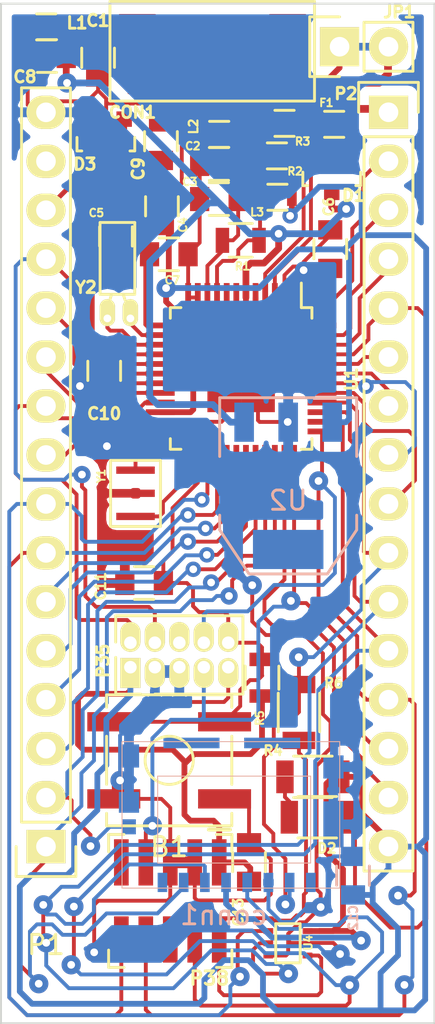
<source format=kicad_pcb>
(kicad_pcb (version 4) (host pcbnew 4.0.5-e0-6337~49~ubuntu16.04.1)

  (general
    (links 140)
    (no_connects 0)
    (area 57.89712 36.4011 80.78782 91.540801)
    (thickness 1.6)
    (drawings 4)
    (tracks 980)
    (zones 0)
    (modules 39)
    (nets 51)
  )

  (page User 135.001 140.005)
  (title_block
    (title TinyK20)
    (date 2017-02-01)
    (rev 1)
    (company "University of Nairobi")
    (comment 1 @muriukidavid)
    (comment 2 karibe.co)
  )

  (layers
    (0 F.Cu signal)
    (31 B.Cu signal)
    (32 B.Adhes user)
    (33 F.Adhes user)
    (34 B.Paste user)
    (35 F.Paste user)
    (36 B.SilkS user)
    (37 F.SilkS user)
    (38 B.Mask user)
    (39 F.Mask user)
    (40 Dwgs.User user)
    (41 Cmts.User user)
    (42 Eco1.User user)
    (43 Eco2.User user)
    (44 Edge.Cuts user)
    (45 Margin user hide)
    (46 B.CrtYd user hide)
    (47 F.CrtYd user hide)
    (48 B.Fab user hide)
    (49 F.Fab user hide)
  )

  (setup
    (last_trace_width 0.2)
    (trace_clearance 0.16)
    (zone_clearance 0.508)
    (zone_45_only yes)
    (trace_min 0.2)
    (segment_width 0.2)
    (edge_width 0.1)
    (via_size 0.6)
    (via_drill 0.4)
    (via_min_size 0.4)
    (via_min_drill 0.3)
    (uvia_size 0.3)
    (uvia_drill 0.1)
    (uvias_allowed no)
    (uvia_min_size 0.2)
    (uvia_min_drill 0.1)
    (pcb_text_width 0.3)
    (pcb_text_size 1.5 1.5)
    (mod_edge_width 0.15)
    (mod_text_size 1 1)
    (mod_text_width 0.15)
    (pad_size 1.50622 1.50622)
    (pad_drill 0.6)
    (pad_to_mask_clearance 0)
    (aux_axis_origin 0 0)
    (grid_origin 154.8638 85.0646)
    (visible_elements FFFFFF7F)
    (pcbplotparams
      (layerselection 0x00000_00000001)
      (usegerberextensions false)
      (excludeedgelayer false)
      (linewidth 0.100000)
      (plotframeref false)
      (viasonmask false)
      (mode 1)
      (useauxorigin false)
      (hpglpennumber 1)
      (hpglpenspeed 20)
      (hpglpendiameter 15)
      (hpglpenoverlay 2)
      (psnegative false)
      (psa4output false)
      (plotreference true)
      (plotvalue true)
      (plotinvisibletext false)
      (padsonsilk false)
      (subtractmaskfromsilk false)
      (outputformat 5)
      (mirror true)
      (drillshape 2)
      (scaleselection 1)
      (outputdirectory mfg))
  )

  (net 0 "")
  (net 1 Vregin)
  (net 2 GND)
  (net 3 "Net-(C2-Pad1)")
  (net 4 "Net-(C2-Pad2)")
  (net 5 "Net-(C3-Pad1)")
  (net 6 3V3)
  (net 7 "Net-(C7-Pad2)")
  (net 8 "Net-(C10-Pad1)")
  (net 9 RESET)
  (net 10 /x-)
  (net 11 /x+)
  (net 12 Vreg)
  (net 13 D-)
  (net 14 D+)
  (net 15 "Net-(CON1-Pad6)")
  (net 16 "Net-(D2-Pad1)")
  (net 17 PTD4)
  (net 18 VBATT)
  (net 19 UART1_TX)
  (net 20 UART1_RX)
  (net 21 PTC1)
  (net 22 PTC0)
  (net 23 PTB16)
  (net 24 PTB17)
  (net 25 PTB0)
  (net 26 PTB1)
  (net 27 PTB2)
  (net 28 PTB3)
  (net 29 PTA4)
  (net 30 PTA3)
  (net 31 PTA2)
  (net 32 PTA1)
  (net 33 PTA0)
  (net 34 PTD7)
  (net 35 PTD6)
  (net 36 PTD5)
  (net 37 PTD3)
  (net 38 PTD2)
  (net 39 PTD1)
  (net 40 PTD0)
  (net 41 PTC7)
  (net 42 PTC6)
  (net 43 PTC5)
  (net 44 PTC2)
  (net 45 "Net-(R2-Pad2)")
  (net 46 "Net-(R3-Pad2)")
  (net 47 "Net-(P38-Pad2)")
  (net 48 5V)
  (net 49 "Net-(U1-Pad14)")
  (net 50 "Net-(U1-Pad15)")

  (net_class Default "This is the default net class."
    (clearance 0.16)
    (trace_width 0.2)
    (via_dia 0.6)
    (via_drill 0.4)
    (uvia_dia 0.3)
    (uvia_drill 0.1)
    (add_net /x+)
    (add_net /x-)
    (add_net D+)
    (add_net D-)
    (add_net GND)
    (add_net "Net-(C10-Pad1)")
    (add_net "Net-(C2-Pad1)")
    (add_net "Net-(C2-Pad2)")
    (add_net "Net-(C3-Pad1)")
    (add_net "Net-(C7-Pad2)")
    (add_net "Net-(CON1-Pad6)")
    (add_net "Net-(D2-Pad1)")
    (add_net "Net-(P38-Pad2)")
    (add_net "Net-(R2-Pad2)")
    (add_net "Net-(R3-Pad2)")
    (add_net "Net-(U1-Pad14)")
    (add_net "Net-(U1-Pad15)")
    (add_net PTA0)
    (add_net PTA1)
    (add_net PTA2)
    (add_net PTA3)
    (add_net PTA4)
    (add_net PTB0)
    (add_net PTB1)
    (add_net PTB16)
    (add_net PTB17)
    (add_net PTB2)
    (add_net PTB3)
    (add_net PTC0)
    (add_net PTC1)
    (add_net PTC2)
    (add_net PTC5)
    (add_net PTC6)
    (add_net PTC7)
    (add_net PTD0)
    (add_net PTD1)
    (add_net PTD2)
    (add_net PTD3)
    (add_net PTD4)
    (add_net PTD5)
    (add_net PTD6)
    (add_net PTD7)
    (add_net RESET)
    (add_net UART1_RX)
    (add_net UART1_TX)
    (add_net VBATT)
    (add_net Vreg)
    (add_net Vregin)
  )

  (net_class POWER ""
    (clearance 0.2)
    (trace_width 0.3)
    (via_dia 0.6)
    (via_drill 0.4)
    (uvia_dia 0.3)
    (uvia_drill 0.1)
    (add_net 3V3)
    (add_net 5V)
  )

  (module Capacitors_SMD:C_0805 (layer F.Cu) (tedit 587E1741) (tstamp 587EC284)
    (at 66.35242 45.72 90)
    (descr "Capacitor SMD 0805, reflow soldering, AVX (see smccp.pdf)")
    (tags "capacitor 0805")
    (path /56D0C5A3)
    (attr smd)
    (fp_text reference C9 (at -1.4351 -1.1811 90) (layer F.SilkS)
      (effects (font (size 0.6 0.6) (thickness 0.15)))
    )
    (fp_text value 100n (at 0 2.1 90) (layer F.Fab)
      (effects (font (size 1 1) (thickness 0.15)))
    )
    (fp_line (start -1.8 -1) (end 1.8 -1) (layer F.CrtYd) (width 0.05))
    (fp_line (start -1.8 1) (end 1.8 1) (layer F.CrtYd) (width 0.05))
    (fp_line (start -1.8 -1) (end -1.8 1) (layer F.CrtYd) (width 0.05))
    (fp_line (start 1.8 -1) (end 1.8 1) (layer F.CrtYd) (width 0.05))
    (fp_line (start 0.5 -0.85) (end -0.5 -0.85) (layer F.SilkS) (width 0.15))
    (fp_line (start -0.5 0.85) (end 0.5 0.85) (layer F.SilkS) (width 0.15))
    (pad 1 smd rect (at -1 0 90) (size 1 1.25) (layers F.Cu F.Paste F.Mask)
      (net 6 3V3))
    (pad 2 smd rect (at 1 0 90) (size 1 1.25) (layers F.Cu F.Paste F.Mask)
      (net 2 GND))
    (model Capacitors_SMD.3dshapes/C_0805.wrl
      (at (xyz 0 0 0))
      (scale (xyz 1 1 1))
      (rotate (xyz 0 0 0))
    )
  )

  (module Crystals:Crystal_Round_Horizontal_2mm (layer F.Cu) (tedit 589F5CBF) (tstamp 589F6144)
    (at 64.09182 54.9148)
    (descr "Crystal, Quarz, Rundgehaeuse, round, horizontal, liegend, Uhrenquarz, Diam. 2mm,")
    (tags "Crystal Quarz Rundgehaeuse round horizontal liegend Uhrenquarz Diam. 2mm")
    (path /589F7A0A)
    (fp_text reference Y2 (at -1.63352 -1.61036) (layer F.SilkS)
      (effects (font (size 0.6 0.6) (thickness 0.15)))
    )
    (fp_text value 32.768kHz (at 0.000001 3.81) (layer F.Fab)
      (effects (font (size 1 1) (thickness 0.15)))
    )
    (fp_line (start -0.29972 -1.24968) (end -0.39878 -0.94996) (layer F.SilkS) (width 0.15))
    (fp_line (start 0.29972 -1.24968) (end 0.39878 -0.94996) (layer F.SilkS) (width 0.15))
    (fp_line (start 0.89916 -1.24968) (end 0.9017 -4.9784) (layer F.SilkS) (width 0.15))
    (fp_line (start 0.9017 -4.9784) (end -0.9017 -4.9784) (layer F.SilkS) (width 0.15))
    (fp_line (start -0.9017 -4.9784) (end -0.89916 -1.24968) (layer F.SilkS) (width 0.15))
    (fp_line (start 0.89916 -1.24968) (end -0.89916 -1.24968) (layer F.SilkS) (width 0.15))
    (pad 1 thru_hole oval (at -0.521 0) (size 0.8 1.4) (drill 0.4 (offset 0 -0.3)) (layers *.Cu *.Mask F.SilkS)
      (net 50 "Net-(U1-Pad15)"))
    (pad 2 thru_hole oval (at 0.6721 0) (size 0.8 1.4) (drill 0.4 (offset 0 -0.3)) (layers *.Cu *.Mask F.SilkS)
      (net 49 "Net-(U1-Pad14)"))
  )

  (module Capacitors_SMD:C_0805 (layer F.Cu) (tedit 587E1ABE) (tstamp 587D6593)
    (at 63.08852 41.3893 270)
    (descr "Capacitor SMD 0805, reflow soldering, AVX (see smccp.pdf)")
    (tags "capacitor 0805")
    (path /55B6A9BC)
    (attr smd)
    (fp_text reference C1 (at -1.9304 0.0127 360) (layer F.SilkS)
      (effects (font (size 0.6 0.6) (thickness 0.15)))
    )
    (fp_text value 100n (at 0 2.1 270) (layer F.Fab) hide
      (effects (font (size 1 1) (thickness 0.15)))
    )
    (fp_line (start -1.8 -1) (end 1.8 -1) (layer F.CrtYd) (width 0.05))
    (fp_line (start -1.8 1) (end 1.8 1) (layer F.CrtYd) (width 0.05))
    (fp_line (start -1.8 -1) (end -1.8 1) (layer F.CrtYd) (width 0.05))
    (fp_line (start 1.8 -1) (end 1.8 1) (layer F.CrtYd) (width 0.05))
    (fp_line (start 0.5 -0.85) (end -0.5 -0.85) (layer F.SilkS) (width 0.15))
    (fp_line (start -0.5 0.85) (end 0.5 0.85) (layer F.SilkS) (width 0.15))
    (pad 1 smd rect (at -1 0 270) (size 1 1.25) (layers F.Cu F.Paste F.Mask)
      (net 1 Vregin))
    (pad 2 smd rect (at 1 0 270) (size 1 1.25) (layers F.Cu F.Paste F.Mask)
      (net 2 GND))
    (model Capacitors_SMD.3dshapes/C_0805.wrl
      (at (xyz 0 0 0))
      (scale (xyz 1 1 1))
      (rotate (xyz 0 0 0))
    )
  )

  (module Capacitors_SMD:C_0805 (layer F.Cu) (tedit 587E1827) (tstamp 587D659F)
    (at 69.36232 46.9011 180)
    (descr "Capacitor SMD 0805, reflow soldering, AVX (see smccp.pdf)")
    (tags "capacitor 0805")
    (path /56D15CA5)
    (attr smd)
    (fp_text reference C2 (at 1.35636 0.9271 180) (layer F.SilkS)
      (effects (font (size 0.4 0.4) (thickness 0.1)))
    )
    (fp_text value 2.2u (at 0 2.1 180) (layer F.Fab)
      (effects (font (size 1 1) (thickness 0.15)))
    )
    (fp_line (start -1.8 -1) (end 1.8 -1) (layer F.CrtYd) (width 0.05))
    (fp_line (start -1.8 1) (end 1.8 1) (layer F.CrtYd) (width 0.05))
    (fp_line (start -1.8 -1) (end -1.8 1) (layer F.CrtYd) (width 0.05))
    (fp_line (start 1.8 -1) (end 1.8 1) (layer F.CrtYd) (width 0.05))
    (fp_line (start 0.5 -0.85) (end -0.5 -0.85) (layer F.SilkS) (width 0.15))
    (fp_line (start -0.5 0.85) (end 0.5 0.85) (layer F.SilkS) (width 0.15))
    (pad 1 smd rect (at -1 0 180) (size 1 1.25) (layers F.Cu F.Paste F.Mask)
      (net 3 "Net-(C2-Pad1)"))
    (pad 2 smd rect (at 1 0 180) (size 1 1.25) (layers F.Cu F.Paste F.Mask)
      (net 4 "Net-(C2-Pad2)"))
    (model Capacitors_SMD.3dshapes/C_0805.wrl
      (at (xyz 0 0 0))
      (scale (xyz 1 1 1))
      (rotate (xyz 0 0 0))
    )
  )

  (module Capacitors_SMD:C_0805 (layer F.Cu) (tedit 58A1D535) (tstamp 587D65AB)
    (at 69.35978 48.72228 180)
    (descr "Capacitor SMD 0805, reflow soldering, AVX (see smccp.pdf)")
    (tags "capacitor 0805")
    (path /56D15CB4)
    (attr smd)
    (fp_text reference C3 (at 1.50876 0.89408 180) (layer F.SilkS)
      (effects (font (size 0.4 0.4) (thickness 0.1)))
    )
    (fp_text value 100n (at 0 2.1 180) (layer F.Fab) hide
      (effects (font (size 1 1) (thickness 0.15)))
    )
    (fp_line (start -1.8 -1) (end 1.8 -1) (layer F.CrtYd) (width 0.05))
    (fp_line (start -1.8 1) (end 1.8 1) (layer F.CrtYd) (width 0.05))
    (fp_line (start -1.8 -1) (end -1.8 1) (layer F.CrtYd) (width 0.05))
    (fp_line (start 1.8 -1) (end 1.8 1) (layer F.CrtYd) (width 0.05))
    (fp_line (start 0.5 -0.85) (end -0.5 -0.85) (layer F.SilkS) (width 0.15))
    (fp_line (start -0.5 0.85) (end 0.5 0.85) (layer F.SilkS) (width 0.15))
    (pad 1 smd rect (at -1 0 180) (size 1 1.25) (layers F.Cu F.Paste F.Mask)
      (net 5 "Net-(C3-Pad1)"))
    (pad 2 smd rect (at 1 0 180) (size 1 1.25) (layers F.Cu F.Paste F.Mask)
      (net 4 "Net-(C2-Pad2)"))
    (model Capacitors_SMD.3dshapes/C_0805.wrl
      (at (xyz 0 0 0))
      (scale (xyz 1 1 1))
      (rotate (xyz 0 0 0))
    )
  )

  (module Capacitors_SMD:C_0805 (layer F.Cu) (tedit 58A1E6C9) (tstamp 587D65B7)
    (at 66.40322 49.0982 90)
    (descr "Capacitor SMD 0805, reflow soldering, AVX (see smccp.pdf)")
    (tags "capacitor 0805")
    (path /56D157E2)
    (attr smd)
    (fp_text reference C4 (at -0.9652 1.0922 90) (layer F.SilkS)
      (effects (font (size 0.4 0.4) (thickness 0.1)))
    )
    (fp_text value 100n (at 0 2.1 90) (layer F.Fab)
      (effects (font (size 1 1) (thickness 0.15)))
    )
    (fp_line (start -1.8 -1) (end 1.8 -1) (layer F.CrtYd) (width 0.05))
    (fp_line (start -1.8 1) (end 1.8 1) (layer F.CrtYd) (width 0.05))
    (fp_line (start -1.8 -1) (end -1.8 1) (layer F.CrtYd) (width 0.05))
    (fp_line (start 1.8 -1) (end 1.8 1) (layer F.CrtYd) (width 0.05))
    (fp_line (start 0.5 -0.85) (end -0.5 -0.85) (layer F.SilkS) (width 0.15))
    (fp_line (start -0.5 0.85) (end 0.5 0.85) (layer F.SilkS) (width 0.15))
    (pad 1 smd rect (at -1 0 90) (size 1 1.25) (layers F.Cu F.Paste F.Mask)
      (net 6 3V3))
    (pad 2 smd rect (at 1 0 90) (size 1 1.25) (layers F.Cu F.Paste F.Mask)
      (net 2 GND))
    (model Capacitors_SMD.3dshapes/C_0805.wrl
      (at (xyz 0 0 0))
      (scale (xyz 1 1 1))
      (rotate (xyz 0 0 0))
    )
  )

  (module Capacitors_SMD:C_0805 (layer F.Cu) (tedit 58A1E6F0) (tstamp 587D65C3)
    (at 64.01562 50.6603 270)
    (descr "Capacitor SMD 0805, reflow soldering, AVX (see smccp.pdf)")
    (tags "capacitor 0805")
    (path /56D157D3)
    (attr smd)
    (fp_text reference C5 (at -1.2192 1.016 360) (layer F.SilkS)
      (effects (font (size 0.4 0.4) (thickness 0.1)))
    )
    (fp_text value 100n (at 0 2.1 270) (layer F.Fab)
      (effects (font (size 1 1) (thickness 0.15)))
    )
    (fp_line (start -1.8 -1) (end 1.8 -1) (layer F.CrtYd) (width 0.05))
    (fp_line (start -1.8 1) (end 1.8 1) (layer F.CrtYd) (width 0.05))
    (fp_line (start -1.8 -1) (end -1.8 1) (layer F.CrtYd) (width 0.05))
    (fp_line (start 1.8 -1) (end 1.8 1) (layer F.CrtYd) (width 0.05))
    (fp_line (start 0.5 -0.85) (end -0.5 -0.85) (layer F.SilkS) (width 0.15))
    (fp_line (start -0.5 0.85) (end 0.5 0.85) (layer F.SilkS) (width 0.15))
    (pad 1 smd rect (at -1 0 270) (size 1 1.25) (layers F.Cu F.Paste F.Mask)
      (net 6 3V3))
    (pad 2 smd rect (at 1 0 270) (size 1 1.25) (layers F.Cu F.Paste F.Mask)
      (net 2 GND))
    (model Capacitors_SMD.3dshapes/C_0805.wrl
      (at (xyz 0 0 0))
      (scale (xyz 1 1 1))
      (rotate (xyz 0 0 0))
    )
  )

  (module Capacitors_SMD:C_0805 (layer F.Cu) (tedit 587C8E67) (tstamp 587D65CF)
    (at 75.14082 51.3207 90)
    (descr "Capacitor SMD 0805, reflow soldering, AVX (see smccp.pdf)")
    (tags "capacitor 0805")
    (path /56D157C4)
    (attr smd)
    (fp_text reference C6 (at 2.2004 -0.0762 90) (layer F.SilkS)
      (effects (font (size 0.5 0.5) (thickness 0.125)))
    )
    (fp_text value 2.2u (at 0 2.1 90) (layer F.Fab)
      (effects (font (size 1 1) (thickness 0.15)))
    )
    (fp_line (start -1.8 -1) (end 1.8 -1) (layer F.CrtYd) (width 0.05))
    (fp_line (start -1.8 1) (end 1.8 1) (layer F.CrtYd) (width 0.05))
    (fp_line (start -1.8 -1) (end -1.8 1) (layer F.CrtYd) (width 0.05))
    (fp_line (start 1.8 -1) (end 1.8 1) (layer F.CrtYd) (width 0.05))
    (fp_line (start 0.5 -0.85) (end -0.5 -0.85) (layer F.SilkS) (width 0.15))
    (fp_line (start -0.5 0.85) (end 0.5 0.85) (layer F.SilkS) (width 0.15))
    (pad 1 smd rect (at -1 0 90) (size 1 1.25) (layers F.Cu F.Paste F.Mask)
      (net 6 3V3))
    (pad 2 smd rect (at 1 0 90) (size 1 1.25) (layers F.Cu F.Paste F.Mask)
      (net 2 GND))
    (model Capacitors_SMD.3dshapes/C_0805.wrl
      (at (xyz 0 0 0))
      (scale (xyz 1 1 1))
      (rotate (xyz 0 0 0))
    )
  )

  (module Capacitors_SMD:C_0805 (layer F.Cu) (tedit 58A1E6DD) (tstamp 587D65DB)
    (at 66.75882 51.5874 180)
    (descr "Capacitor SMD 0805, reflow soldering, AVX (see smccp.pdf)")
    (tags "capacitor 0805")
    (path /56D16C6E)
    (attr smd)
    (fp_text reference C7 (at -0.18034 -1.34366 180) (layer F.SilkS)
      (effects (font (size 0.4 0.4) (thickness 0.1)))
    )
    (fp_text value 100n (at 0 2.1 180) (layer F.Fab) hide
      (effects (font (size 1 1) (thickness 0.15)))
    )
    (fp_line (start -1.8 -1) (end 1.8 -1) (layer F.CrtYd) (width 0.05))
    (fp_line (start -1.8 1) (end 1.8 1) (layer F.CrtYd) (width 0.05))
    (fp_line (start -1.8 -1) (end -1.8 1) (layer F.CrtYd) (width 0.05))
    (fp_line (start 1.8 -1) (end 1.8 1) (layer F.CrtYd) (width 0.05))
    (fp_line (start 0.5 -0.85) (end -0.5 -0.85) (layer F.SilkS) (width 0.15))
    (fp_line (start -0.5 0.85) (end 0.5 0.85) (layer F.SilkS) (width 0.15))
    (pad 1 smd rect (at -1 0 180) (size 1 1.25) (layers F.Cu F.Paste F.Mask)
      (net 4 "Net-(C2-Pad2)"))
    (pad 2 smd rect (at 1 0 180) (size 1 1.25) (layers F.Cu F.Paste F.Mask)
      (net 7 "Net-(C7-Pad2)"))
    (model Capacitors_SMD.3dshapes/C_0805.wrl
      (at (xyz 0 0 0))
      (scale (xyz 1 1 1))
      (rotate (xyz 0 0 0))
    )
  )

  (module Capacitors_SMD:C_0805 (layer F.Cu) (tedit 587E1A9E) (tstamp 587D65FF)
    (at 63.40602 57.6359 270)
    (descr "Capacitor SMD 0805, reflow soldering, AVX (see smccp.pdf)")
    (tags "capacitor 0805")
    (path /587B4D4F)
    (attr smd)
    (fp_text reference C10 (at 2.2225 0 360) (layer F.SilkS)
      (effects (font (size 0.6 0.6) (thickness 0.15)))
    )
    (fp_text value 100nF (at 0.0094 -0.1016 270) (layer F.Fab) hide
      (effects (font (size 1 1) (thickness 0.15)))
    )
    (fp_line (start -1.8 -1) (end 1.8 -1) (layer F.CrtYd) (width 0.05))
    (fp_line (start -1.8 1) (end 1.8 1) (layer F.CrtYd) (width 0.05))
    (fp_line (start -1.8 -1) (end -1.8 1) (layer F.CrtYd) (width 0.05))
    (fp_line (start 1.8 -1) (end 1.8 1) (layer F.CrtYd) (width 0.05))
    (fp_line (start 0.5 -0.85) (end -0.5 -0.85) (layer F.SilkS) (width 0.15))
    (fp_line (start -0.5 0.85) (end 0.5 0.85) (layer F.SilkS) (width 0.15))
    (pad 1 smd rect (at -1 0 270) (size 1 1.25) (layers F.Cu F.Paste F.Mask)
      (net 8 "Net-(C10-Pad1)"))
    (pad 2 smd rect (at 1 0 270) (size 1 1.25) (layers F.Cu F.Paste F.Mask)
      (net 2 GND))
    (model Capacitors_SMD.3dshapes/C_0805.wrl
      (at (xyz 0 0 0))
      (scale (xyz 1 1 1))
      (rotate (xyz 0 0 0))
    )
  )

  (module Capacitors_SMD:C_0805 (layer F.Cu) (tedit 587C8EA9) (tstamp 587D660B)
    (at 65.47612 68.6435 180)
    (descr "Capacitor SMD 0805, reflow soldering, AVX (see smccp.pdf)")
    (tags "capacitor 0805")
    (path /56D1CF97)
    (attr smd)
    (fp_text reference C11 (at 2.2479 -0.1651 270) (layer F.SilkS)
      (effects (font (size 0.5 0.5) (thickness 0.125)))
    )
    (fp_text value 100n (at 0 2.1 180) (layer F.Fab) hide
      (effects (font (size 1 1) (thickness 0.15)))
    )
    (fp_line (start -1.8 -1) (end 1.8 -1) (layer F.CrtYd) (width 0.05))
    (fp_line (start -1.8 1) (end 1.8 1) (layer F.CrtYd) (width 0.05))
    (fp_line (start -1.8 -1) (end -1.8 1) (layer F.CrtYd) (width 0.05))
    (fp_line (start 1.8 -1) (end 1.8 1) (layer F.CrtYd) (width 0.05))
    (fp_line (start 0.5 -0.85) (end -0.5 -0.85) (layer F.SilkS) (width 0.15))
    (fp_line (start -0.5 0.85) (end 0.5 0.85) (layer F.SilkS) (width 0.15))
    (pad 1 smd rect (at -1 0 180) (size 1 1.25) (layers F.Cu F.Paste F.Mask)
      (net 9 RESET))
    (pad 2 smd rect (at 1 0 180) (size 1 1.25) (layers F.Cu F.Paste F.Mask)
      (net 2 GND))
    (model Capacitors_SMD.3dshapes/C_0805.wrl
      (at (xyz 0 0 0))
      (scale (xyz 1 1 1))
      (rotate (xyz 0 0 0))
    )
  )

  (module Capacitors_SMD:C_0805 (layer F.Cu) (tedit 587A8705) (tstamp 587D6617)
    (at 70.92442 83.1215 90)
    (descr "Capacitor SMD 0805, reflow soldering, AVX (see smccp.pdf)")
    (tags "capacitor 0805")
    (path /56D52776)
    (attr smd)
    (fp_text reference C13 (at -2.6035 -0.5588 270) (layer F.SilkS)
      (effects (font (size 0.5 0.5) (thickness 0.125)))
    )
    (fp_text value 100n (at 0 2.1 90) (layer F.Fab) hide
      (effects (font (size 1 1) (thickness 0.15)))
    )
    (fp_line (start -1.8 -1) (end 1.8 -1) (layer F.CrtYd) (width 0.05))
    (fp_line (start -1.8 1) (end 1.8 1) (layer F.CrtYd) (width 0.05))
    (fp_line (start -1.8 -1) (end -1.8 1) (layer F.CrtYd) (width 0.05))
    (fp_line (start 1.8 -1) (end 1.8 1) (layer F.CrtYd) (width 0.05))
    (fp_line (start 0.5 -0.85) (end -0.5 -0.85) (layer F.SilkS) (width 0.15))
    (fp_line (start -0.5 0.85) (end 0.5 0.85) (layer F.SilkS) (width 0.15))
    (pad 1 smd rect (at -1 0 90) (size 1 1.25) (layers F.Cu F.Paste F.Mask)
      (net 6 3V3))
    (pad 2 smd rect (at 1 0 90) (size 1 1.25) (layers F.Cu F.Paste F.Mask)
      (net 2 GND))
    (model Capacitors_SMD.3dshapes/C_0805.wrl
      (at (xyz 0 0 0))
      (scale (xyz 1 1 1))
      (rotate (xyz 0 0 0))
    )
  )

  (module TO_SOT_Packages_SMD:SOT-23 (layer F.Cu) (tedit 587E17B5) (tstamp 587D6653)
    (at 75.21702 47.37608 180)
    (descr "SOT-23, Standard")
    (tags SOT-23)
    (path /55B6A960)
    (attr smd)
    (fp_text reference D1 (at -1.1328 -1.15824 180) (layer F.SilkS)
      (effects (font (size 0.6 0.6) (thickness 0.15)))
    )
    (fp_text value BAS40-05 (at 0 2.3 180) (layer F.Fab) hide
      (effects (font (size 1 1) (thickness 0.15)))
    )
    (fp_line (start -1.65 -1.6) (end 1.65 -1.6) (layer F.CrtYd) (width 0.05))
    (fp_line (start 1.65 -1.6) (end 1.65 1.6) (layer F.CrtYd) (width 0.05))
    (fp_line (start 1.65 1.6) (end -1.65 1.6) (layer F.CrtYd) (width 0.05))
    (fp_line (start -1.65 1.6) (end -1.65 -1.6) (layer F.CrtYd) (width 0.05))
    (fp_line (start 1.29916 -0.65024) (end 1.2509 -0.65024) (layer F.SilkS) (width 0.15))
    (fp_line (start -1.49982 0.0508) (end -1.49982 -0.65024) (layer F.SilkS) (width 0.15))
    (fp_line (start -1.49982 -0.65024) (end -1.2509 -0.65024) (layer F.SilkS) (width 0.15))
    (fp_line (start 1.29916 -0.65024) (end 1.49982 -0.65024) (layer F.SilkS) (width 0.15))
    (fp_line (start 1.49982 -0.65024) (end 1.49982 0.0508) (layer F.SilkS) (width 0.15))
    (pad 1 smd rect (at -0.95 1.00076 180) (size 0.8001 0.8001) (layers F.Cu F.Paste F.Mask)
      (net 48 5V))
    (pad 2 smd rect (at 0.95 1.00076 180) (size 0.8001 0.8001) (layers F.Cu F.Paste F.Mask)
      (net 48 5V))
    (pad 3 smd rect (at 0 -0.99822 180) (size 0.8001 0.8001) (layers F.Cu F.Paste F.Mask)
      (net 1 Vregin))
    (model TO_SOT_Packages_SMD.3dshapes/SOT-23.wrl
      (at (xyz 0 0 0))
      (scale (xyz 1 1 1))
      (rotate (xyz 0 0 0))
    )
  )

  (module Resistors_SMD:R_1206 (layer F.Cu) (tedit 587C8EE5) (tstamp 587D665F)
    (at 74.46552 80.7974)
    (descr "Resistor SMD 1206, reflow soldering, Vishay (see dcrcw.pdf)")
    (tags "resistor 1206")
    (path /56D0C71A)
    (attr smd)
    (fp_text reference D2 (at 0.4953 1.6129) (layer F.SilkS)
      (effects (font (size 0.5 0.5) (thickness 0.125)))
    )
    (fp_text value LED (at 0 2.3) (layer F.Fab)
      (effects (font (size 1 1) (thickness 0.15)))
    )
    (fp_line (start -2.2 -1.2) (end 2.2 -1.2) (layer F.CrtYd) (width 0.05))
    (fp_line (start -2.2 1.2) (end 2.2 1.2) (layer F.CrtYd) (width 0.05))
    (fp_line (start -2.2 -1.2) (end -2.2 1.2) (layer F.CrtYd) (width 0.05))
    (fp_line (start 2.2 -1.2) (end 2.2 1.2) (layer F.CrtYd) (width 0.05))
    (fp_line (start 1 1.075) (end -1 1.075) (layer F.SilkS) (width 0.15))
    (fp_line (start -1 -1.075) (end 1 -1.075) (layer F.SilkS) (width 0.15))
    (pad 1 smd rect (at -1.45 0) (size 0.9 1.7) (layers F.Cu F.Paste F.Mask)
      (net 16 "Net-(D2-Pad1)"))
    (pad 2 smd rect (at 1.45 0) (size 0.9 1.7) (layers F.Cu F.Paste F.Mask)
      (net 17 PTD4))
    (model Resistors_SMD.3dshapes/R_1206.wrl
      (at (xyz 0 0 0))
      (scale (xyz 1 1 1))
      (rotate (xyz 0 0 0))
    )
  )

  (module TO_SOT_Packages_SMD:SOT-23 (layer F.Cu) (tedit 587C9245) (tstamp 587D666F)
    (at 63.49238 45.57522 180)
    (descr "SOT-23, Standard")
    (tags SOT-23)
    (path /587B4BEC)
    (attr smd)
    (fp_text reference D3 (at 1.08966 -1.33858 180) (layer F.SilkS)
      (effects (font (size 0.6 0.6) (thickness 0.15)))
    )
    (fp_text value BAS40-05 (at 0 2.3 180) (layer F.Fab) hide
      (effects (font (size 1 1) (thickness 0.15)))
    )
    (fp_line (start -1.65 -1.6) (end 1.65 -1.6) (layer F.CrtYd) (width 0.05))
    (fp_line (start 1.65 -1.6) (end 1.65 1.6) (layer F.CrtYd) (width 0.05))
    (fp_line (start 1.65 1.6) (end -1.65 1.6) (layer F.CrtYd) (width 0.05))
    (fp_line (start -1.65 1.6) (end -1.65 -1.6) (layer F.CrtYd) (width 0.05))
    (fp_line (start 1.29916 -0.65024) (end 1.2509 -0.65024) (layer F.SilkS) (width 0.15))
    (fp_line (start -1.49982 0.0508) (end -1.49982 -0.65024) (layer F.SilkS) (width 0.15))
    (fp_line (start -1.49982 -0.65024) (end -1.2509 -0.65024) (layer F.SilkS) (width 0.15))
    (fp_line (start 1.29916 -0.65024) (end 1.49982 -0.65024) (layer F.SilkS) (width 0.15))
    (fp_line (start 1.49982 -0.65024) (end 1.49982 0.0508) (layer F.SilkS) (width 0.15))
    (pad 1 smd rect (at -0.95 1.00076 180) (size 0.8001 0.8001) (layers F.Cu F.Paste F.Mask)
      (net 6 3V3))
    (pad 2 smd rect (at 0.95 1.00076 180) (size 0.8001 0.8001) (layers F.Cu F.Paste F.Mask)
      (net 18 VBATT))
    (pad 3 smd rect (at 0 -0.99822 180) (size 0.8001 0.8001) (layers F.Cu F.Paste F.Mask)
      (net 8 "Net-(C10-Pad1)"))
    (model TO_SOT_Packages_SMD.3dshapes/SOT-23.wrl
      (at (xyz 0 0 0))
      (scale (xyz 1 1 1))
      (rotate (xyz 0 0 0))
    )
  )

  (module Pin_Headers:Pin_Header_Straight_2x05_Pitch1.27mm (layer F.Cu) (tedit 587C8F27) (tstamp 587D6758)
    (at 64.76492 73.0123 90)
    (descr "Through hole pin header, pitch 1.27mm")
    (tags "pin header")
    (path /56D1C1DE)
    (fp_text reference P35 (at 0.3302 -1.4224 90) (layer F.SilkS)
      (effects (font (size 0.6 0.6) (thickness 0.15)))
    )
    (fp_text value CONN_5X2 (at 0 6.9 90) (layer F.Fab)
      (effects (font (size 1 1) (thickness 0.15)))
    )
    (fp_line (start 2.667 -0.762) (end 1.3 -0.762) (layer F.SilkS) (width 0.15))
    (fp_line (start 2.667 5.842) (end 2.667 -0.762) (layer F.SilkS) (width 0.15))
    (fp_line (start 2.667 5.842) (end -1.397 5.842) (layer F.SilkS) (width 0.15))
    (fp_line (start -1.651 -1.016) (end -1.651 6.096) (layer F.CrtYd) (width 0.05))
    (fp_line (start 2.794 -1.016) (end 2.794 6.096) (layer F.CrtYd) (width 0.05))
    (fp_line (start -1.651 -1.016) (end 2.794 -1.016) (layer F.CrtYd) (width 0.05))
    (fp_line (start -1.651 6.096) (end 2.794 6.096) (layer F.CrtYd) (width 0.05))
    (fp_line (start -1.397 5.82) (end -1.397 1.27) (layer F.SilkS) (width 0.15))
    (fp_line (start 0.508 -0.762) (end -1.397 -0.762) (layer F.SilkS) (width 0.15))
    (fp_line (start -1.397 -0.762) (end -1.397 0.538) (layer F.SilkS) (width 0.15))
    (pad 1 thru_hole rect (at 0 0 90) (size 1.55 1.05) (drill 0.65 (offset -0.3 0)) (layers *.Cu *.Mask F.SilkS)
      (net 6 3V3))
    (pad 3 thru_hole oval (at 0 1.27 90) (size 1.55 1.05) (drill 0.65 (offset -0.3 0)) (layers *.Cu *.Mask F.SilkS)
      (net 2 GND))
    (pad 5 thru_hole oval (at 0 2.54 90) (size 1.55 1.05) (drill 0.65 (offset -0.3 0)) (layers *.Cu *.Mask F.SilkS)
      (net 2 GND))
    (pad 7 thru_hole oval (at 0 3.81 90) (size 1.55 1.05) (drill 0.65 (offset -0.3 0)) (layers *.Cu *.Mask F.SilkS)
      (net 20 UART1_RX))
    (pad 9 thru_hole oval (at 0 5.08 90) (size 1.55 1.05) (drill 0.65 (offset -0.3 0)) (layers *.Cu *.Mask F.SilkS)
      (net 2 GND))
    (pad 4 thru_hole oval (at 1.27 1.27 90) (size 1.55 1.05) (drill 0.65 (offset 0.3 0)) (layers *.Cu *.Mask F.SilkS)
      (net 33 PTA0))
    (pad 6 thru_hole oval (at 1.27 2.54 90) (size 1.55 1.05) (drill 0.65 (offset 0.3 0)) (layers *.Cu *.Mask F.SilkS))
    (pad 8 thru_hole oval (at 1.27 3.81 90) (size 1.55 1.05) (drill 0.65 (offset 0.3 0)) (layers *.Cu *.Mask F.SilkS)
      (net 19 UART1_TX))
    (pad 10 thru_hole oval (at 1.27 5.08 90) (size 1.55 1.05) (drill 0.65 (offset 0.3 0)) (layers *.Cu *.Mask F.SilkS)
      (net 9 RESET))
    (pad 2 thru_hole oval (at 1.27 0 90) (size 1.55 1.05) (drill 0.65 (offset 0.3 0)) (layers *.Cu *.Mask F.SilkS)
      (net 30 PTA3))
    (model Pin_Headers.3dshapes/Pin_Header_Straight_2x05.wrl
      (at (xyz 0.025 -0.1 0))
      (scale (xyz 0.5 0.5 0.5))
      (rotate (xyz 0 0 90))
    )
  )

  (module Housings_QFP:TQFP-48-1EP_7x7mm_Pitch0.5mm (layer F.Cu) (tedit 587E1608) (tstamp 587D6805)
    (at 70.51322 58.03 270)
    (descr "48-Lead Thin Quad Flatpack (PT) - 7x7x1.0 mm Body [TQFP] With Exposed Pad (see Microchip Packaging Specification 00000049BS.pdf)")
    (tags "QFP 0.5")
    (path /55B6A915)
    (attr smd)
    (fp_text reference U1 (at 0.0418 -5.7218 270) (layer F.SilkS)
      (effects (font (size 0.6 0.6) (thickness 0.15)))
    )
    (fp_text value MK20DX128VFT5 (at 0 5.95 270) (layer F.Fab) hide
      (effects (font (size 1 1) (thickness 0.15)))
    )
    (fp_line (start -5.2 -5.2) (end -5.2 5.2) (layer F.CrtYd) (width 0.05))
    (fp_line (start 5.2 -5.2) (end 5.2 5.2) (layer F.CrtYd) (width 0.05))
    (fp_line (start -5.2 -5.2) (end 5.2 -5.2) (layer F.CrtYd) (width 0.05))
    (fp_line (start -5.2 5.2) (end 5.2 5.2) (layer F.CrtYd) (width 0.05))
    (fp_line (start -3.675 -3.675) (end -3.675 -3.125) (layer F.SilkS) (width 0.15))
    (fp_line (start 3.675 -3.675) (end 3.675 -3.125) (layer F.SilkS) (width 0.15))
    (fp_line (start 3.675 3.675) (end 3.675 3.125) (layer F.SilkS) (width 0.15))
    (fp_line (start -3.675 3.675) (end -3.675 3.125) (layer F.SilkS) (width 0.15))
    (fp_line (start -3.675 -3.675) (end -3.125 -3.675) (layer F.SilkS) (width 0.15))
    (fp_line (start -3.675 3.675) (end -3.125 3.675) (layer F.SilkS) (width 0.15))
    (fp_line (start 3.675 3.675) (end 3.125 3.675) (layer F.SilkS) (width 0.15))
    (fp_line (start 3.675 -3.675) (end 3.125 -3.675) (layer F.SilkS) (width 0.15))
    (fp_line (start -3.675 -3.125) (end -4.95 -3.125) (layer F.SilkS) (width 0.15))
    (pad 1 smd rect (at -4.2 -2.75 270) (size 1.5 0.3) (layers F.Cu F.Paste F.Mask)
      (net 6 3V3))
    (pad 2 smd rect (at -4.2 -2.25 270) (size 1.5 0.3) (layers F.Cu F.Paste F.Mask)
      (net 2 GND))
    (pad 3 smd rect (at -4.2 -1.75 270) (size 1.5 0.3) (layers F.Cu F.Paste F.Mask)
      (net 45 "Net-(R2-Pad2)"))
    (pad 4 smd rect (at -4.2 -1.25 270) (size 1.5 0.3) (layers F.Cu F.Paste F.Mask)
      (net 46 "Net-(R3-Pad2)"))
    (pad 5 smd rect (at -4.2 -0.75 270) (size 1.5 0.3) (layers F.Cu F.Paste F.Mask)
      (net 6 3V3))
    (pad 6 smd rect (at -4.2 -0.25 270) (size 1.5 0.3) (layers F.Cu F.Paste F.Mask)
      (net 1 Vregin))
    (pad 7 smd rect (at -4.2 0.25 270) (size 1.5 0.3) (layers F.Cu F.Paste F.Mask))
    (pad 8 smd rect (at -4.2 0.75 270) (size 1.5 0.3) (layers F.Cu F.Paste F.Mask))
    (pad 9 smd rect (at -4.2 1.25 270) (size 1.5 0.3) (layers F.Cu F.Paste F.Mask)
      (net 3 "Net-(C2-Pad1)"))
    (pad 10 smd rect (at -4.2 1.75 270) (size 1.5 0.3) (layers F.Cu F.Paste F.Mask)
      (net 5 "Net-(C3-Pad1)"))
    (pad 11 smd rect (at -4.2 2.25 270) (size 1.5 0.3) (layers F.Cu F.Paste F.Mask)
      (net 4 "Net-(C2-Pad2)"))
    (pad 12 smd rect (at -4.2 2.75 270) (size 1.5 0.3) (layers F.Cu F.Paste F.Mask)
      (net 4 "Net-(C2-Pad2)"))
    (pad 13 smd rect (at -2.75 4.2) (size 1.5 0.3) (layers F.Cu F.Paste F.Mask)
      (net 7 "Net-(C7-Pad2)"))
    (pad 14 smd rect (at -2.25 4.2) (size 1.5 0.3) (layers F.Cu F.Paste F.Mask)
      (net 49 "Net-(U1-Pad14)"))
    (pad 15 smd rect (at -1.75 4.2) (size 1.5 0.3) (layers F.Cu F.Paste F.Mask)
      (net 50 "Net-(U1-Pad15)"))
    (pad 16 smd rect (at -1.25 4.2) (size 1.5 0.3) (layers F.Cu F.Paste F.Mask)
      (net 8 "Net-(C10-Pad1)"))
    (pad 17 smd rect (at -0.75 4.2) (size 1.5 0.3) (layers F.Cu F.Paste F.Mask)
      (net 33 PTA0))
    (pad 18 smd rect (at -0.25 4.2) (size 1.5 0.3) (layers F.Cu F.Paste F.Mask)
      (net 32 PTA1))
    (pad 19 smd rect (at 0.25 4.2) (size 1.5 0.3) (layers F.Cu F.Paste F.Mask)
      (net 31 PTA2))
    (pad 20 smd rect (at 0.75 4.2) (size 1.5 0.3) (layers F.Cu F.Paste F.Mask)
      (net 30 PTA3))
    (pad 21 smd rect (at 1.25 4.2) (size 1.5 0.3) (layers F.Cu F.Paste F.Mask)
      (net 29 PTA4))
    (pad 22 smd rect (at 1.75 4.2) (size 1.5 0.3) (layers F.Cu F.Paste F.Mask)
      (net 6 3V3))
    (pad 23 smd rect (at 2.25 4.2) (size 1.5 0.3) (layers F.Cu F.Paste F.Mask)
      (net 2 GND))
    (pad 24 smd rect (at 2.75 4.2) (size 1.5 0.3) (layers F.Cu F.Paste F.Mask)
      (net 10 /x-))
    (pad 25 smd rect (at 4.2 2.75 270) (size 1.5 0.3) (layers F.Cu F.Paste F.Mask)
      (net 11 /x+))
    (pad 26 smd rect (at 4.2 2.25 270) (size 1.5 0.3) (layers F.Cu F.Paste F.Mask)
      (net 9 RESET))
    (pad 27 smd rect (at 4.2 1.75 270) (size 1.5 0.3) (layers F.Cu F.Paste F.Mask)
      (net 25 PTB0))
    (pad 28 smd rect (at 4.2 1.25 270) (size 1.5 0.3) (layers F.Cu F.Paste F.Mask)
      (net 26 PTB1))
    (pad 29 smd rect (at 4.2 0.75 270) (size 1.5 0.3) (layers F.Cu F.Paste F.Mask)
      (net 27 PTB2))
    (pad 30 smd rect (at 4.2 0.25 270) (size 1.5 0.3) (layers F.Cu F.Paste F.Mask)
      (net 28 PTB3))
    (pad 31 smd rect (at 4.2 -0.25 270) (size 1.5 0.3) (layers F.Cu F.Paste F.Mask)
      (net 23 PTB16))
    (pad 32 smd rect (at 4.2 -0.75 270) (size 1.5 0.3) (layers F.Cu F.Paste F.Mask)
      (net 24 PTB17))
    (pad 33 smd rect (at 4.2 -1.25 270) (size 1.5 0.3) (layers F.Cu F.Paste F.Mask)
      (net 22 PTC0))
    (pad 34 smd rect (at 4.2 -1.75 270) (size 1.5 0.3) (layers F.Cu F.Paste F.Mask)
      (net 21 PTC1))
    (pad 35 smd rect (at 4.2 -2.25 270) (size 1.5 0.3) (layers F.Cu F.Paste F.Mask)
      (net 44 PTC2))
    (pad 36 smd rect (at 4.2 -2.75 270) (size 1.5 0.3) (layers F.Cu F.Paste F.Mask)
      (net 20 UART1_RX))
    (pad 37 smd rect (at 2.75 -4.2) (size 1.5 0.3) (layers F.Cu F.Paste F.Mask)
      (net 19 UART1_TX))
    (pad 38 smd rect (at 2.25 -4.2) (size 1.5 0.3) (layers F.Cu F.Paste F.Mask)
      (net 43 PTC5))
    (pad 39 smd rect (at 1.75 -4.2) (size 1.5 0.3) (layers F.Cu F.Paste F.Mask)
      (net 42 PTC6))
    (pad 40 smd rect (at 1.25 -4.2) (size 1.5 0.3) (layers F.Cu F.Paste F.Mask)
      (net 41 PTC7))
    (pad 41 smd rect (at 0.75 -4.2) (size 1.5 0.3) (layers F.Cu F.Paste F.Mask)
      (net 40 PTD0))
    (pad 42 smd rect (at 0.25 -4.2) (size 1.5 0.3) (layers F.Cu F.Paste F.Mask)
      (net 39 PTD1))
    (pad 43 smd rect (at -0.25 -4.2) (size 1.5 0.3) (layers F.Cu F.Paste F.Mask)
      (net 38 PTD2))
    (pad 44 smd rect (at -0.75 -4.2) (size 1.5 0.3) (layers F.Cu F.Paste F.Mask)
      (net 37 PTD3))
    (pad 45 smd rect (at -1.25 -4.2) (size 1.5 0.3) (layers F.Cu F.Paste F.Mask)
      (net 17 PTD4))
    (pad 46 smd rect (at -1.75 -4.2) (size 1.5 0.3) (layers F.Cu F.Paste F.Mask)
      (net 36 PTD5))
    (pad 47 smd rect (at -2.25 -4.2) (size 1.5 0.3) (layers F.Cu F.Paste F.Mask)
      (net 35 PTD6))
    (pad 48 smd rect (at -2.75 -4.2) (size 1.5 0.3) (layers F.Cu F.Paste F.Mask)
      (net 34 PTD7))
    (pad 49 smd rect (at 0.875 0.875 270) (size 1.75 1.75) (layers F.Cu F.Paste F.Mask)
      (net 2 GND) (solder_paste_margin_ratio -0.2))
    (pad 49 smd rect (at 0.875 -0.875 270) (size 1.75 1.75) (layers F.Cu F.Paste F.Mask)
      (net 2 GND) (solder_paste_margin_ratio -0.2))
    (pad 49 smd rect (at -0.875 0.875 270) (size 1.75 1.75) (layers F.Cu F.Paste F.Mask)
      (net 2 GND) (solder_paste_margin_ratio -0.2))
    (pad 49 smd rect (at -0.875 -0.875 270) (size 1.75 1.75) (layers F.Cu F.Paste F.Mask)
      (net 2 GND) (solder_paste_margin_ratio -0.2))
    (model Housings_QFP.3dshapes/TQFP-48-1EP_7x7mm_Pitch0.5mm.wrl
      (at (xyz 0 0 0))
      (scale (xyz 1 1 1))
      (rotate (xyz 0 0 0))
    )
  )

  (module Capacitors_SMD:C_0805 (layer F.Cu) (tedit 58B04714) (tstamp 587EC278)
    (at 60.43422 41.3004 180)
    (descr "Capacitor SMD 0805, reflow soldering, AVX (see smccp.pdf)")
    (tags "capacitor 0805")
    (path /56D0C4B1)
    (attr smd)
    (fp_text reference C8 (at 1.143 -1.0795 180) (layer F.SilkS)
      (effects (font (size 0.6 0.6) (thickness 0.15)))
    )
    (fp_text value 100n (at 0 2.1 180) (layer F.Fab)
      (effects (font (size 1 1) (thickness 0.15)))
    )
    (fp_line (start -1.8 -1) (end 1.8 -1) (layer F.CrtYd) (width 0.05))
    (fp_line (start -1.8 1) (end 1.8 1) (layer F.CrtYd) (width 0.05))
    (fp_line (start -1.8 -1) (end -1.8 1) (layer F.CrtYd) (width 0.05))
    (fp_line (start 1.8 -1) (end 1.8 1) (layer F.CrtYd) (width 0.05))
    (fp_line (start 0.5 -0.85) (end -0.5 -0.85) (layer F.SilkS) (width 0.15))
    (fp_line (start -0.5 0.85) (end 0.5 0.85) (layer F.SilkS) (width 0.15))
    (pad 1 smd rect (at -1 0 180) (size 1 1.25) (layers F.Cu F.Paste F.Mask)
      (net 1 Vregin))
    (pad 2 smd rect (at 1 0 180) (size 1 1.25) (layers F.Cu F.Paste F.Mask)
      (net 2 GND))
    (model Capacitors_SMD.3dshapes/C_0805.wrl
      (at (xyz 0 0 0))
      (scale (xyz 1 1 1))
      (rotate (xyz 0 0 0))
    )
  )

  (module Resistors_SMD:R_1206 (layer F.Cu) (tedit 587C8ED3) (tstamp 587EC285)
    (at 74.23912 78.7019 180)
    (descr "Resistor SMD 1206, reflow soldering, Vishay (see dcrcw.pdf)")
    (tags "resistor 1206")
    (path /56D0C729)
    (attr smd)
    (fp_text reference R4 (at 2.0701 1.3589 180) (layer F.SilkS)
      (effects (font (size 0.5 0.5) (thickness 0.125)))
    )
    (fp_text value 1k (at -0.0254 0.254 180) (layer F.Fab)
      (effects (font (size 1 1) (thickness 0.15)))
    )
    (fp_line (start -2.2 -1.2) (end 2.2 -1.2) (layer F.CrtYd) (width 0.05))
    (fp_line (start -2.2 1.2) (end 2.2 1.2) (layer F.CrtYd) (width 0.05))
    (fp_line (start -2.2 -1.2) (end -2.2 1.2) (layer F.CrtYd) (width 0.05))
    (fp_line (start 2.2 -1.2) (end 2.2 1.2) (layer F.CrtYd) (width 0.05))
    (fp_line (start 1 1.075) (end -1 1.075) (layer F.SilkS) (width 0.15))
    (fp_line (start -1 -1.075) (end 1 -1.075) (layer F.SilkS) (width 0.15))
    (pad 1 smd rect (at -1.45 0 180) (size 0.9 1.7) (layers F.Cu F.Paste F.Mask)
      (net 6 3V3))
    (pad 2 smd rect (at 1.45 0 180) (size 0.9 1.7) (layers F.Cu F.Paste F.Mask)
      (net 16 "Net-(D2-Pad1)"))
    (model Resistors_SMD.3dshapes/R_1206.wrl
      (at (xyz 0 0 0))
      (scale (xyz 1 1 1))
      (rotate (xyz 0 0 0))
    )
  )

  (module TO_SOT_Packages_SMD:SOT-223 (layer B.Cu) (tedit 587C8AD0) (tstamp 587EC29F)
    (at 72.95642 63.6016)
    (descr "module CMS SOT223 4 pins")
    (tags "CMS SOT")
    (path /56D0C41D)
    (attr smd)
    (fp_text reference U2 (at 0 0.762) (layer B.SilkS)
      (effects (font (size 1 1) (thickness 0.15)) (justify mirror))
    )
    (fp_text value LT1129CST-3.3 (at 0 -0.762) (layer B.Fab) hide
      (effects (font (size 1 1) (thickness 0.15)) (justify mirror))
    )
    (fp_line (start -3.556 -1.524) (end -3.556 -4.572) (layer B.SilkS) (width 0.15))
    (fp_line (start -3.556 -4.572) (end 3.556 -4.572) (layer B.SilkS) (width 0.15))
    (fp_line (start 3.556 -4.572) (end 3.556 -1.524) (layer B.SilkS) (width 0.15))
    (fp_line (start -3.556 1.524) (end -3.556 2.286) (layer B.SilkS) (width 0.15))
    (fp_line (start -3.556 2.286) (end -2.032 4.572) (layer B.SilkS) (width 0.15))
    (fp_line (start -2.032 4.572) (end 2.032 4.572) (layer B.SilkS) (width 0.15))
    (fp_line (start 2.032 4.572) (end 3.556 2.286) (layer B.SilkS) (width 0.15))
    (fp_line (start 3.556 2.286) (end 3.556 1.524) (layer B.SilkS) (width 0.15))
    (pad 4 smd rect (at 0 3.302) (size 3.6576 2.032) (layers B.Cu B.Paste B.Mask))
    (pad 2 smd rect (at 0 -3.302) (size 1.016 2.032) (layers B.Cu B.Paste B.Mask)
      (net 2 GND))
    (pad 3 smd rect (at 2.286 -3.302) (size 1.016 2.032) (layers B.Cu B.Paste B.Mask)
      (net 6 3V3))
    (pad 1 smd rect (at -2.286 -3.302) (size 1.016 2.032) (layers B.Cu B.Paste B.Mask)
      (net 1 Vregin))
    (model TO_SOT_Packages_SMD.3dshapes/SOT-223.wrl
      (at (xyz 0 0 0))
      (scale (xyz 0.4 0.4 0.4))
      (rotate (xyz 0 0 0))
    )
  )

  (module Resistors_SMD:R_1206 (layer F.Cu) (tedit 587C8E78) (tstamp 587EC75B)
    (at 73.51522 75.3618 270)
    (descr "Resistor SMD 1206, reflow soldering, Vishay (see dcrcw.pdf)")
    (tags "resistor 1206")
    (path /56D51F77)
    (attr smd)
    (fp_text reference R6 (at -1.524 -1.8034 360) (layer F.SilkS)
      (effects (font (size 0.5 0.5) (thickness 0.125)))
    )
    (fp_text value 1k (at 0 2.3 270) (layer F.Fab) hide
      (effects (font (size 1 1) (thickness 0.15)))
    )
    (fp_line (start -2.2 -1.2) (end 2.2 -1.2) (layer F.CrtYd) (width 0.05))
    (fp_line (start -2.2 1.2) (end 2.2 1.2) (layer F.CrtYd) (width 0.05))
    (fp_line (start -2.2 -1.2) (end -2.2 1.2) (layer F.CrtYd) (width 0.05))
    (fp_line (start 2.2 -1.2) (end 2.2 1.2) (layer F.CrtYd) (width 0.05))
    (fp_line (start 1 1.075) (end -1 1.075) (layer F.SilkS) (width 0.15))
    (fp_line (start -1 -1.075) (end 1 -1.075) (layer F.SilkS) (width 0.15))
    (pad 1 smd rect (at -1.45 0 270) (size 0.9 1.7) (layers F.Cu F.Paste F.Mask)
      (net 41 PTC7))
    (pad 2 smd rect (at 1.45 0 270) (size 0.9 1.7) (layers F.Cu F.Paste F.Mask)
      (net 47 "Net-(P38-Pad2)"))
    (model Resistors_SMD.3dshapes/R_1206.wrl
      (at (xyz 0 0 0))
      (scale (xyz 1 1 1))
      (rotate (xyz 0 0 0))
    )
  )

  (module Resistors_SMD:R_0603 (layer F.Cu) (tedit 58A1E37A) (tstamp 587ED5D6)
    (at 75.34402 44.8437)
    (descr "Resistor SMD 0603, reflow soldering, Vishay (see dcrcw.pdf)")
    (tags "resistor 0603")
    (path /56D512D5)
    (attr smd)
    (fp_text reference F1 (at -0.4064 -1.1176) (layer F.SilkS)
      (effects (font (size 0.4 0.4) (thickness 0.1)))
    )
    (fp_text value FUSE_F (at 0 1.9) (layer F.Fab)
      (effects (font (size 1 1) (thickness 0.15)))
    )
    (fp_line (start -1.3 -0.8) (end 1.3 -0.8) (layer F.CrtYd) (width 0.05))
    (fp_line (start -1.3 0.8) (end 1.3 0.8) (layer F.CrtYd) (width 0.05))
    (fp_line (start -1.3 -0.8) (end -1.3 0.8) (layer F.CrtYd) (width 0.05))
    (fp_line (start 1.3 -0.8) (end 1.3 0.8) (layer F.CrtYd) (width 0.05))
    (fp_line (start 0.5 0.675) (end -0.5 0.675) (layer F.SilkS) (width 0.15))
    (fp_line (start -0.5 -0.675) (end 0.5 -0.675) (layer F.SilkS) (width 0.15))
    (pad 1 smd rect (at -0.75 0) (size 0.5 0.9) (layers F.Cu F.Paste F.Mask)
      (net 12 Vreg))
    (pad 2 smd rect (at 0.75 0) (size 0.5 0.9) (layers F.Cu F.Paste F.Mask)
      (net 48 5V))
    (model Resistors_SMD.3dshapes/R_0603.wrl
      (at (xyz 0 0 0))
      (scale (xyz 1 1 1))
      (rotate (xyz 0 0 0))
    )
  )

  (module Resistors_SMD:R_0603 (layer F.Cu) (tedit 58B04705) (tstamp 587CA3AE)
    (at 60.39612 39.7891)
    (descr "Resistor SMD 0603, reflow soldering, Vishay (see dcrcw.pdf)")
    (tags "resistor 0603")
    (path /56D4F84D)
    (attr smd)
    (fp_text reference L1 (at 1.6002 -0.2032) (layer F.SilkS)
      (effects (font (size 0.6 0.6) (thickness 0.15)))
    )
    (fp_text value INDUCTOR_F (at 2.5527 0.7112) (layer F.Fab) hide
      (effects (font (size 1 1) (thickness 0.15)))
    )
    (fp_line (start -1.3 -0.8) (end 1.3 -0.8) (layer F.CrtYd) (width 0.05))
    (fp_line (start -1.3 0.8) (end 1.3 0.8) (layer F.CrtYd) (width 0.05))
    (fp_line (start -1.3 -0.8) (end -1.3 0.8) (layer F.CrtYd) (width 0.05))
    (fp_line (start 1.3 -0.8) (end 1.3 0.8) (layer F.CrtYd) (width 0.05))
    (fp_line (start 0.5 0.675) (end -0.5 0.675) (layer F.SilkS) (width 0.15))
    (fp_line (start -0.5 -0.675) (end 0.5 -0.675) (layer F.SilkS) (width 0.15))
    (pad 1 smd rect (at -0.75 0) (size 0.5 0.9) (layers F.Cu F.Paste F.Mask)
      (net 2 GND))
    (pad 2 smd rect (at 0.75 0) (size 0.5 0.9) (layers F.Cu F.Paste F.Mask)
      (net 15 "Net-(CON1-Pad6)"))
    (model Resistors_SMD.3dshapes/R_0603.wrl
      (at (xyz 0 0 0))
      (scale (xyz 1 1 1))
      (rotate (xyz 0 0 0))
    )
  )

  (module Resistors_SMD:R_0603 (layer F.Cu) (tedit 58A6F1B8) (tstamp 587CA834)
    (at 69.37502 45.3644 180)
    (descr "Resistor SMD 0603, reflow soldering, Vishay (see dcrcw.pdf)")
    (tags "resistor 0603")
    (path /56D4F30C)
    (attr smd)
    (fp_text reference L2 (at 1.3335 0.4064 270) (layer F.SilkS)
      (effects (font (size 0.45 0.45) (thickness 0.1125)))
    )
    (fp_text value INDUCTOR_F (at 0 1.9 180) (layer F.Fab)
      (effects (font (size 1 1) (thickness 0.15)))
    )
    (fp_line (start -1.3 -0.8) (end 1.3 -0.8) (layer F.CrtYd) (width 0.05))
    (fp_line (start -1.3 0.8) (end 1.3 0.8) (layer F.CrtYd) (width 0.05))
    (fp_line (start -1.3 -0.8) (end -1.3 0.8) (layer F.CrtYd) (width 0.05))
    (fp_line (start 1.3 -0.8) (end 1.3 0.8) (layer F.CrtYd) (width 0.05))
    (fp_line (start 0.5 0.675) (end -0.5 0.675) (layer F.SilkS) (width 0.15))
    (fp_line (start -0.5 -0.675) (end 0.5 -0.675) (layer F.SilkS) (width 0.15))
    (pad 1 smd rect (at -0.75 0 180) (size 0.5 0.9) (layers F.Cu F.Paste F.Mask)
      (net 2 GND))
    (pad 2 smd rect (at 0.75 0 180) (size 0.5 0.9) (layers F.Cu F.Paste F.Mask)
      (net 4 "Net-(C2-Pad2)"))
    (model Resistors_SMD.3dshapes/R_0603.wrl
      (at (xyz 0 0 0))
      (scale (xyz 1 1 1))
      (rotate (xyz 0 0 0))
    )
  )

  (module Resistors_SMD:R_0603 (layer F.Cu) (tedit 58A1E353) (tstamp 587CA83F)
    (at 72.39762 48.6283)
    (descr "Resistor SMD 0603, reflow soldering, Vishay (see dcrcw.pdf)")
    (tags "resistor 0603")
    (path /56D4F638)
    (attr smd)
    (fp_text reference L3 (at -1.0541 0.7747) (layer F.SilkS)
      (effects (font (size 0.4 0.4) (thickness 0.1)))
    )
    (fp_text value INDUCTOR_F (at 0 1.9) (layer F.Fab)
      (effects (font (size 1 1) (thickness 0.15)))
    )
    (fp_line (start -1.3 -0.8) (end 1.3 -0.8) (layer F.CrtYd) (width 0.05))
    (fp_line (start -1.3 0.8) (end 1.3 0.8) (layer F.CrtYd) (width 0.05))
    (fp_line (start -1.3 -0.8) (end -1.3 0.8) (layer F.CrtYd) (width 0.05))
    (fp_line (start 1.3 -0.8) (end 1.3 0.8) (layer F.CrtYd) (width 0.05))
    (fp_line (start 0.5 0.675) (end -0.5 0.675) (layer F.SilkS) (width 0.15))
    (fp_line (start -0.5 -0.675) (end 0.5 -0.675) (layer F.SilkS) (width 0.15))
    (pad 1 smd rect (at -0.75 0) (size 0.5 0.9) (layers F.Cu F.Paste F.Mask)
      (net 3 "Net-(C2-Pad1)"))
    (pad 2 smd rect (at 0.75 0) (size 0.5 0.9) (layers F.Cu F.Paste F.Mask)
      (net 6 3V3))
    (model Resistors_SMD.3dshapes/R_0603.wrl
      (at (xyz 0 0 0))
      (scale (xyz 1 1 1))
      (rotate (xyz 0 0 0))
    )
  )

  (module Pin_Headers:CONN-2x5-1.27-SMT (layer F.Cu) (tedit 58774A62) (tstamp 5892237D)
    (at 66.83502 85.1408)
    (path /56D5175F)
    (fp_text reference P38 (at 2.032 4.0132) (layer F.SilkS)
      (effects (font (size 0.7 0.7) (thickness 0.15)))
    )
    (fp_text value CONN_5X2 (at -0.0762 4.191) (layer F.SilkS) hide
      (effects (font (size 0.81 0.81) (thickness 0.15)))
    )
    (fp_line (start 2 -3.7) (end 3.1 -3.7) (layer F.SilkS) (width 0.2))
    (fp_text user %R (at 0 0) (layer F.Fab)
      (effects (font (size 1.5 1.5) (thickness 0.15)))
    )
    (fp_line (start -3.2 3.4) (end -3.2 -3.4) (layer F.Fab) (width 0.1))
    (fp_line (start 3.2 3.4) (end -3.2 3.4) (layer F.Fab) (width 0.1))
    (fp_line (start 3.2 -3.4) (end 3.2 3.4) (layer F.Fab) (width 0.1))
    (fp_line (start -3.2 -3.4) (end 3.2 -3.4) (layer F.Fab) (width 0.1))
    (fp_line (start -3.2 -2.55) (end -3.2 -3.45) (layer F.SilkS) (width 0.15))
    (fp_line (start -2.4 -3.45) (end -3.2 -3.45) (layer F.SilkS) (width 0.15))
    (fp_line (start -3.2 2.55) (end -3.2 3.45) (layer F.SilkS) (width 0.15))
    (fp_line (start -2.4 3.45) (end -3.2 3.45) (layer F.SilkS) (width 0.15))
    (fp_line (start 3.2 -2.55) (end 3.2 -3.45) (layer F.SilkS) (width 0.15))
    (fp_line (start 2.4 -3.45) (end 3.2 -3.45) (layer F.SilkS) (width 0.15))
    (fp_line (start 3.2 2.55) (end 3.2 3.45) (layer F.SilkS) (width 0.15))
    (fp_line (start 2.4 3.45) (end 3.2 3.45) (layer F.SilkS) (width 0.15))
    (fp_line (start -3.2 3.45) (end -3.2 -3.45) (layer F.CrtYd) (width 0.05))
    (fp_line (start 3.2 -3.45) (end 3.2 3.45) (layer F.CrtYd) (width 0.05))
    (fp_line (start -5 -3.45) (end -5 3.45) (layer F.CrtYd) (width 0.05))
    (fp_line (start 5 3.45) (end 5 -3.45) (layer F.CrtYd) (width 0.05))
    (fp_line (start -6.6 3.45) (end 6.6 3.45) (layer F.CrtYd) (width 0.05))
    (fp_line (start -6.6 -3.45) (end 6.6 -3.45) (layer F.CrtYd) (width 0.05))
    (fp_line (start -6.6 -3.45) (end -6.6 3.45) (layer F.CrtYd) (width 0.05))
    (fp_line (start 6.6 3.45) (end 6.6 -3.45) (layer F.CrtYd) (width 0.05))
    (pad 1 smd rect (at 2.54 -2) (size 0.76 2.4) (layers F.Cu F.Paste F.Mask)
      (net 6 3V3))
    (pad 2 smd rect (at 2.54 2) (size 0.76 2.4) (layers F.Cu F.Paste F.Mask)
      (net 47 "Net-(P38-Pad2)"))
    (pad 3 smd rect (at 1.27 -2) (size 0.76 2.4) (layers F.Cu F.Paste F.Mask)
      (net 2 GND))
    (pad 4 smd rect (at 1.27 2) (size 0.76 2.4) (layers F.Cu F.Paste F.Mask)
      (net 43 PTC5))
    (pad 5 smd rect (at 0 -2) (size 0.76 2.4) (layers F.Cu F.Paste F.Mask)
      (net 2 GND))
    (pad 6 smd rect (at 0 2) (size 0.76 2.4) (layers F.Cu F.Paste F.Mask))
    (pad 7 smd rect (at -1.27 -2) (size 0.76 2.4) (layers F.Cu F.Paste F.Mask)
      (net 20 UART1_RX))
    (pad 8 smd rect (at -1.27 2) (size 0.76 2.4) (layers F.Cu F.Paste F.Mask)
      (net 19 UART1_TX))
    (pad 9 smd rect (at -2.54 -2) (size 0.76 2.4) (layers F.Cu F.Paste F.Mask))
    (pad 10 smd rect (at -2.54 2) (size 0.76 2.4) (layers F.Cu F.Paste F.Mask)
      (net 26 PTB1))
    (model Pin_Headers.3dshapes/CONN-2.5-SMT.wrl
      (at (xyz 0 0 0.045))
      (scale (xyz 0.2 0.2 0.2))
      (rotate (xyz 0 0 0))
    )
  )

  (module TO_SOT_Packages_SMD:SOT-353 (layer F.Cu) (tedit 58A21382) (tstamp 589F7088)
    (at 72.94372 87.3379)
    (descr SOT353)
    (path /589FF169)
    (attr smd)
    (fp_text reference U4 (at 1.0541 -0.0254 90) (layer F.SilkS)
      (effects (font (size 0.4 0.4) (thickness 0.1)))
    )
    (fp_text value 74AHC1G125 (at 0.2794 0.7874 180) (layer F.Fab)
      (effects (font (size 1 1) (thickness 0.15)))
    )
    (fp_line (start 0.635 1.016) (end 0.635 -1.016) (layer F.SilkS) (width 0.15))
    (fp_line (start 0.635 -1.016) (end -0.635 -1.016) (layer F.SilkS) (width 0.15))
    (fp_line (start -0.635 -1.016) (end -0.635 1.016) (layer F.SilkS) (width 0.15))
    (fp_line (start -0.635 1.016) (end 0.635 1.016) (layer F.SilkS) (width 0.15))
    (pad 1 smd rect (at -1.016 -0.635) (size 0.508 0.3048) (layers F.Cu F.Paste F.Mask)
      (net 25 PTB0))
    (pad 3 smd rect (at -1.016 0.635) (size 0.508 0.3048) (layers F.Cu F.Paste F.Mask)
      (net 2 GND))
    (pad 5 smd rect (at 1.016 -0.635) (size 0.508 0.3048) (layers F.Cu F.Paste F.Mask)
      (net 6 3V3))
    (pad 2 smd rect (at -1.016 0) (size 0.508 0.3048) (layers F.Cu F.Paste F.Mask)
      (net 42 PTC6))
    (pad 4 smd rect (at 1.016 0.635) (size 0.508 0.3048) (layers F.Cu F.Paste F.Mask)
      (net 47 "Net-(P38-Pad2)"))
    (model TO_SOT_Packages_SMD.3dshapes/SOT-353.wrl
      (at (xyz 0 0 0))
      (scale (xyz 0.07000000000000001 0.09 0.08))
      (rotate (xyz 0 0 90))
    )
  )

  (module Resistors_SMD:R_0603 (layer F.Cu) (tedit 58A18371) (tstamp 58A18762)
    (at 72.37222 46.482)
    (descr "Resistor SMD 0603, reflow soldering, Vishay (see dcrcw.pdf)")
    (tags "resistor 0603")
    (path /56D15352)
    (attr smd)
    (fp_text reference R2 (at 0.9398 0.8001) (layer F.SilkS)
      (effects (font (size 0.4 0.4) (thickness 0.1)))
    )
    (fp_text value 33 (at 0 1.9) (layer F.Fab)
      (effects (font (size 1 1) (thickness 0.15)))
    )
    (fp_line (start -1.3 -0.8) (end 1.3 -0.8) (layer F.CrtYd) (width 0.05))
    (fp_line (start -1.3 0.8) (end 1.3 0.8) (layer F.CrtYd) (width 0.05))
    (fp_line (start -1.3 -0.8) (end -1.3 0.8) (layer F.CrtYd) (width 0.05))
    (fp_line (start 1.3 -0.8) (end 1.3 0.8) (layer F.CrtYd) (width 0.05))
    (fp_line (start 0.5 0.675) (end -0.5 0.675) (layer F.SilkS) (width 0.15))
    (fp_line (start -0.5 -0.675) (end 0.5 -0.675) (layer F.SilkS) (width 0.15))
    (pad 1 smd rect (at -0.75 0) (size 0.5 0.9) (layers F.Cu F.Paste F.Mask)
      (net 14 D+))
    (pad 2 smd rect (at 0.75 0) (size 0.5 0.9) (layers F.Cu F.Paste F.Mask)
      (net 45 "Net-(R2-Pad2)"))
    (model Resistors_SMD.3dshapes/R_0603.wrl
      (at (xyz 0 0 0))
      (scale (xyz 1 1 1))
      (rotate (xyz 0 0 0))
    )
  )

  (module Resistors_SMD:R_0603 (layer F.Cu) (tedit 58A1837D) (tstamp 58A18767)
    (at 72.76592 44.7929)
    (descr "Resistor SMD 0603, reflow soldering, Vishay (see dcrcw.pdf)")
    (tags "resistor 0603")
    (path /56D15361)
    (attr smd)
    (fp_text reference R3 (at 0.9398 0.9398) (layer F.SilkS)
      (effects (font (size 0.4 0.4) (thickness 0.1)))
    )
    (fp_text value 33 (at 0 1.9) (layer F.Fab)
      (effects (font (size 1 1) (thickness 0.15)))
    )
    (fp_line (start -1.3 -0.8) (end 1.3 -0.8) (layer F.CrtYd) (width 0.05))
    (fp_line (start -1.3 0.8) (end 1.3 0.8) (layer F.CrtYd) (width 0.05))
    (fp_line (start -1.3 -0.8) (end -1.3 0.8) (layer F.CrtYd) (width 0.05))
    (fp_line (start 1.3 -0.8) (end 1.3 0.8) (layer F.CrtYd) (width 0.05))
    (fp_line (start 0.5 0.675) (end -0.5 0.675) (layer F.SilkS) (width 0.15))
    (fp_line (start -0.5 -0.675) (end 0.5 -0.675) (layer F.SilkS) (width 0.15))
    (pad 1 smd rect (at -0.75 0) (size 0.5 0.9) (layers F.Cu F.Paste F.Mask)
      (net 13 D-))
    (pad 2 smd rect (at 0.75 0) (size 0.5 0.9) (layers F.Cu F.Paste F.Mask)
      (net 46 "Net-(R3-Pad2)"))
    (model Resistors_SMD.3dshapes/R_0603.wrl
      (at (xyz 0 0 0))
      (scale (xyz 1 1 1))
      (rotate (xyz 0 0 0))
    )
  )

  (module Resistors_SMD:R_0805 (layer F.Cu) (tedit 58A1D782) (tstamp 58A1CE85)
    (at 70.49262 50.8635 180)
    (descr "Resistor SMD 0805, reflow soldering, Vishay (see dcrcw.pdf)")
    (tags "resistor 0805")
    (path /56D15C8C)
    (attr smd)
    (fp_text reference R1 (at -0.0889 -1.3462 180) (layer F.SilkS)
      (effects (font (size 0.4 0.4) (thickness 0.1)))
    )
    (fp_text value 470 (at 0 2.1 180) (layer F.Fab)
      (effects (font (size 1 1) (thickness 0.15)))
    )
    (fp_line (start -1.6 -1) (end 1.6 -1) (layer F.CrtYd) (width 0.05))
    (fp_line (start -1.6 1) (end 1.6 1) (layer F.CrtYd) (width 0.05))
    (fp_line (start -1.6 -1) (end -1.6 1) (layer F.CrtYd) (width 0.05))
    (fp_line (start 1.6 -1) (end 1.6 1) (layer F.CrtYd) (width 0.05))
    (fp_line (start 0.6 0.875) (end -0.6 0.875) (layer F.SilkS) (width 0.15))
    (fp_line (start -0.6 -0.875) (end 0.6 -0.875) (layer F.SilkS) (width 0.15))
    (pad 1 smd rect (at -0.95 0 180) (size 0.7 1.3) (layers F.Cu F.Paste F.Mask)
      (net 3 "Net-(C2-Pad1)"))
    (pad 2 smd rect (at 0.95 0 180) (size 0.7 1.3) (layers F.Cu F.Paste F.Mask)
      (net 5 "Net-(C3-Pad1)"))
    (model Resistors_SMD.3dshapes/R_0805.wrl
      (at (xyz 0 0 0))
      (scale (xyz 1 1 1))
      (rotate (xyz 0 0 0))
    )
  )

  (module Resistors_SMD:R_0805 (layer F.Cu) (tedit 58A1EBC8) (tstamp 58A1EC4A)
    (at 71.59752 73.5584 90)
    (descr "Resistor SMD 0805, reflow soldering, Vishay (see dcrcw.pdf)")
    (tags "resistor 0805")
    (path /56D1CB17)
    (attr smd)
    (fp_text reference R5 (at -2.0955 -0.1143 90) (layer F.SilkS)
      (effects (font (size 0.4 0.4) (thickness 0.1)))
    )
    (fp_text value 10k (at 0 2.1 90) (layer F.Fab)
      (effects (font (size 1 1) (thickness 0.15)))
    )
    (fp_line (start -1.6 -1) (end 1.6 -1) (layer F.CrtYd) (width 0.05))
    (fp_line (start -1.6 1) (end 1.6 1) (layer F.CrtYd) (width 0.05))
    (fp_line (start -1.6 -1) (end -1.6 1) (layer F.CrtYd) (width 0.05))
    (fp_line (start 1.6 -1) (end 1.6 1) (layer F.CrtYd) (width 0.05))
    (fp_line (start 0.6 0.875) (end -0.6 0.875) (layer F.SilkS) (width 0.15))
    (fp_line (start -0.6 -0.875) (end 0.6 -0.875) (layer F.SilkS) (width 0.15))
    (pad 1 smd rect (at -0.95 0 90) (size 0.7 1.3) (layers F.Cu F.Paste F.Mask)
      (net 6 3V3))
    (pad 2 smd rect (at 0.95 0 90) (size 0.7 1.3) (layers F.Cu F.Paste F.Mask)
      (net 9 RESET))
    (model Resistors_SMD.3dshapes/R_0805.wrl
      (at (xyz 0 0 0))
      (scale (xyz 1 1 1))
      (rotate (xyz 0 0 0))
    )
  )

  (module Crystals:CERALOCK-CSTCE8M00G15L99-R0 (layer F.Cu) (tedit 58A1AEAC) (tstamp 589F66A7)
    (at 65.03162 62.7891 270)
    (path /589F656A)
    (fp_text reference Y1 (at 0.3048 1.778 270) (layer F.SilkS)
      (effects (font (size 0.4 0.4) (thickness 0.1)))
    )
    (fp_text value 8MHz (at 1.143 -1.6891 270) (layer F.Fab) hide
      (effects (font (size 0.4 0.4) (thickness 0.1)))
    )
    (fp_line (start -0.508 1.2954) (end -0.508 -1.2954) (layer F.SilkS) (width 0.15))
    (fp_line (start 2.921 1.2954) (end -0.508 1.2954) (layer F.SilkS) (width 0.15))
    (fp_line (start 2.921 -1.2954) (end 2.921 1.2954) (layer F.SilkS) (width 0.15))
    (fp_line (start -0.508 -1.2954) (end 2.921 -1.2954) (layer F.SilkS) (width 0.15))
    (pad 1 smd rect (at 0 0 270) (size 0.38 2) (layers F.Cu F.Paste F.Mask)
      (net 10 /x-))
    (pad 2 smd rect (at 1.2 0 270) (size 0.38 2) (layers F.Cu F.Paste F.Mask)
      (net 2 GND))
    (pad 3 smd rect (at 2.4 0 270) (size 0.38 2) (layers F.Cu F.Paste F.Mask)
      (net 11 /x+))
    (model /home/karibe/Documents/SPH336/newTinyK20/Documentation/CSTE_G15L.wrl
      (at (xyz 0.047 0 -0.002))
      (scale (xyz 0.3937 0.3937 0.3937))
      (rotate (xyz 0 0 0))
    )
  )

  (module Pin_Headers:Pin_Header_Straight_1x16 (layer F.Cu) (tedit 0) (tstamp 58A7EF9A)
    (at 60.38342 82.3214 180)
    (descr "Through hole pin header")
    (tags "pin header")
    (path /587A7854)
    (fp_text reference P1 (at 0 -5.1 180) (layer F.SilkS)
      (effects (font (size 1 1) (thickness 0.15)))
    )
    (fp_text value CONN_01X16 (at 1.5113 11.2014 270) (layer F.Fab)
      (effects (font (size 1 1) (thickness 0.15)))
    )
    (fp_line (start -1.75 -1.75) (end -1.75 39.85) (layer F.CrtYd) (width 0.05))
    (fp_line (start 1.75 -1.75) (end 1.75 39.85) (layer F.CrtYd) (width 0.05))
    (fp_line (start -1.75 -1.75) (end 1.75 -1.75) (layer F.CrtYd) (width 0.05))
    (fp_line (start -1.75 39.85) (end 1.75 39.85) (layer F.CrtYd) (width 0.05))
    (fp_line (start -1.27 1.27) (end -1.27 39.37) (layer F.SilkS) (width 0.15))
    (fp_line (start -1.27 39.37) (end 1.27 39.37) (layer F.SilkS) (width 0.15))
    (fp_line (start 1.27 39.37) (end 1.27 1.27) (layer F.SilkS) (width 0.15))
    (fp_line (start 1.55 -1.55) (end 1.55 0) (layer F.SilkS) (width 0.15))
    (fp_line (start 1.27 1.27) (end -1.27 1.27) (layer F.SilkS) (width 0.15))
    (fp_line (start -1.55 0) (end -1.55 -1.55) (layer F.SilkS) (width 0.15))
    (fp_line (start -1.55 -1.55) (end 1.55 -1.55) (layer F.SilkS) (width 0.15))
    (pad 1 thru_hole rect (at 0 0 180) (size 2.032 1.7272) (drill 1.016) (layers *.Cu *.Mask F.SilkS)
      (net 21 PTC1))
    (pad 2 thru_hole oval (at 0 2.54 180) (size 2.032 1.7272) (drill 1.016) (layers *.Cu *.Mask F.SilkS)
      (net 22 PTC0))
    (pad 3 thru_hole oval (at 0 5.08 180) (size 2.032 1.7272) (drill 1.016) (layers *.Cu *.Mask F.SilkS)
      (net 24 PTB17))
    (pad 4 thru_hole oval (at 0 7.62 180) (size 2.032 1.7272) (drill 1.016) (layers *.Cu *.Mask F.SilkS)
      (net 23 PTB16))
    (pad 5 thru_hole oval (at 0 10.16 180) (size 2.032 1.7272) (drill 1.016) (layers *.Cu *.Mask F.SilkS)
      (net 28 PTB3))
    (pad 6 thru_hole oval (at 0 12.7 180) (size 2.032 1.7272) (drill 1.016) (layers *.Cu *.Mask F.SilkS)
      (net 27 PTB2))
    (pad 7 thru_hole oval (at 0 15.24 180) (size 2.032 1.7272) (drill 1.016) (layers *.Cu *.Mask F.SilkS)
      (net 26 PTB1))
    (pad 8 thru_hole oval (at 0 17.78 180) (size 2.032 1.7272) (drill 1.016) (layers *.Cu *.Mask F.SilkS)
      (net 25 PTB0))
    (pad 9 thru_hole oval (at 0 20.32 180) (size 2.032 1.7272) (drill 1.016) (layers *.Cu *.Mask F.SilkS)
      (net 29 PTA4))
    (pad 10 thru_hole oval (at 0 22.86 180) (size 2.032 1.7272) (drill 1.016) (layers *.Cu *.Mask F.SilkS)
      (net 30 PTA3))
    (pad 11 thru_hole oval (at 0 25.4 180) (size 2.032 1.7272) (drill 1.016) (layers *.Cu *.Mask F.SilkS)
      (net 31 PTA2))
    (pad 12 thru_hole oval (at 0 27.94 180) (size 2.032 1.7272) (drill 1.016) (layers *.Cu *.Mask F.SilkS)
      (net 32 PTA1))
    (pad 13 thru_hole oval (at 0 30.48 180) (size 2.032 1.7272) (drill 1.016) (layers *.Cu *.Mask F.SilkS)
      (net 33 PTA0))
    (pad 14 thru_hole oval (at 0 33.02 180) (size 2.032 1.7272) (drill 1.016) (layers *.Cu *.Mask F.SilkS)
      (net 18 VBATT))
    (pad 15 thru_hole oval (at 0 35.56 180) (size 2.032 1.7272) (drill 1.016) (layers *.Cu *.Mask F.SilkS))
    (pad 16 thru_hole oval (at 0 38.1 180) (size 2.032 1.7272) (drill 1.016) (layers *.Cu *.Mask F.SilkS)
      (net 2 GND))
    (model Pin_Headers.3dshapes/Pin_Header_Straight_1x16.wrl
      (at (xyz 0 -0.75 -0.05))
      (scale (xyz 1 1 1))
      (rotate (xyz 180 0 90))
    )
  )

  (module Pin_Headers:Pin_Header_Straight_1x16 (layer F.Cu) (tedit 58A44FA9) (tstamp 58A7EFB8)
    (at 78.16342 44.2184)
    (descr "Through hole pin header")
    (tags "pin header")
    (path /587A7D73)
    (fp_text reference P2 (at -2.2098 -0.9622) (layer F.SilkS)
      (effects (font (size 0.6 0.6) (thickness 0.15)))
    )
    (fp_text value CONN_01X16 (at 1.5494 10.4551 90) (layer F.Fab)
      (effects (font (size 1 1) (thickness 0.15)))
    )
    (fp_line (start -1.75 -1.75) (end -1.75 39.85) (layer F.CrtYd) (width 0.05))
    (fp_line (start 1.75 -1.75) (end 1.75 39.85) (layer F.CrtYd) (width 0.05))
    (fp_line (start -1.75 -1.75) (end 1.75 -1.75) (layer F.CrtYd) (width 0.05))
    (fp_line (start -1.75 39.85) (end 1.75 39.85) (layer F.CrtYd) (width 0.05))
    (fp_line (start -1.27 1.27) (end -1.27 39.37) (layer F.SilkS) (width 0.15))
    (fp_line (start -1.27 39.37) (end 1.27 39.37) (layer F.SilkS) (width 0.15))
    (fp_line (start 1.27 39.37) (end 1.27 1.27) (layer F.SilkS) (width 0.15))
    (fp_line (start 1.55 -1.55) (end 1.55 0) (layer F.SilkS) (width 0.15))
    (fp_line (start 1.27 1.27) (end -1.27 1.27) (layer F.SilkS) (width 0.15))
    (fp_line (start -1.55 0) (end -1.55 -1.55) (layer F.SilkS) (width 0.15))
    (fp_line (start -1.55 -1.55) (end 1.55 -1.55) (layer F.SilkS) (width 0.15))
    (pad 1 thru_hole rect (at 0 0) (size 2.032 1.7272) (drill 1.016) (layers *.Cu *.Mask F.SilkS)
      (net 48 5V))
    (pad 2 thru_hole oval (at 0 2.54) (size 2.032 1.7272) (drill 1.016) (layers *.Cu *.Mask F.SilkS)
      (net 34 PTD7))
    (pad 3 thru_hole oval (at 0 5.08) (size 2.032 1.7272) (drill 1.016) (layers *.Cu *.Mask F.SilkS)
      (net 35 PTD6))
    (pad 4 thru_hole oval (at 0 7.62) (size 2.032 1.7272) (drill 1.016) (layers *.Cu *.Mask F.SilkS)
      (net 36 PTD5))
    (pad 5 thru_hole oval (at 0 10.16) (size 2.032 1.7272) (drill 1.016) (layers *.Cu *.Mask F.SilkS)
      (net 17 PTD4))
    (pad 6 thru_hole oval (at 0 12.7) (size 2.032 1.7272) (drill 1.016) (layers *.Cu *.Mask F.SilkS)
      (net 37 PTD3))
    (pad 7 thru_hole oval (at 0 15.24) (size 2.032 1.7272) (drill 1.016) (layers *.Cu *.Mask F.SilkS)
      (net 38 PTD2))
    (pad 8 thru_hole oval (at 0 17.78) (size 2.032 1.7272) (drill 1.016) (layers *.Cu *.Mask F.SilkS)
      (net 39 PTD1))
    (pad 9 thru_hole oval (at 0 20.32) (size 2.032 1.7272) (drill 1.016) (layers *.Cu *.Mask F.SilkS)
      (net 40 PTD0))
    (pad 10 thru_hole oval (at 0 22.86) (size 2.032 1.7272) (drill 1.016) (layers *.Cu *.Mask F.SilkS)
      (net 41 PTC7))
    (pad 11 thru_hole oval (at 0 25.4) (size 2.032 1.7272) (drill 1.016) (layers *.Cu *.Mask F.SilkS)
      (net 42 PTC6))
    (pad 12 thru_hole oval (at 0 27.94) (size 2.032 1.7272) (drill 1.016) (layers *.Cu *.Mask F.SilkS)
      (net 43 PTC5))
    (pad 13 thru_hole oval (at 0 30.48) (size 2.032 1.7272) (drill 1.016) (layers *.Cu *.Mask F.SilkS)
      (net 19 UART1_TX))
    (pad 14 thru_hole oval (at 0 33.02) (size 2.032 1.7272) (drill 1.016) (layers *.Cu *.Mask F.SilkS)
      (net 20 UART1_RX))
    (pad 15 thru_hole oval (at 0 35.56) (size 2.032 1.7272) (drill 1.016) (layers *.Cu *.Mask F.SilkS)
      (net 44 PTC2))
    (pad 16 thru_hole oval (at 0 38.1) (size 2.032 1.7272) (drill 1.016) (layers *.Cu *.Mask F.SilkS)
      (net 6 3V3))
    (model Pin_Headers.3dshapes/Pin_Header_Straight_1x16.wrl
      (at (xyz 0 -0.75 -0.05))
      (scale (xyz 1 1 1))
      (rotate (xyz 180 0 90))
    )
  )

  (module Pin_Headers:Pin_Header_Straight_1x02 (layer F.Cu) (tedit 58A451E6) (tstamp 58A7F1BE)
    (at 75.62342 40.8178 90)
    (descr "Through hole pin header")
    (tags "pin header")
    (path /58A46495)
    (fp_text reference JP1 (at 1.8034 3.0988 180) (layer F.SilkS)
      (effects (font (size 0.6 0.6) (thickness 0.15)))
    )
    (fp_text value JUMPER_F (at -1.7145 0.2413 90) (layer F.Fab)
      (effects (font (size 1 1) (thickness 0.15)))
    )
    (fp_line (start 1.27 1.27) (end 1.27 3.81) (layer F.SilkS) (width 0.15))
    (fp_line (start 1.55 -1.55) (end 1.55 0) (layer F.SilkS) (width 0.15))
    (fp_line (start -1.75 -1.75) (end -1.75 4.3) (layer F.CrtYd) (width 0.05))
    (fp_line (start 1.75 -1.75) (end 1.75 4.3) (layer F.CrtYd) (width 0.05))
    (fp_line (start -1.75 -1.75) (end 1.75 -1.75) (layer F.CrtYd) (width 0.05))
    (fp_line (start -1.75 4.3) (end 1.75 4.3) (layer F.CrtYd) (width 0.05))
    (fp_line (start 1.27 1.27) (end -1.27 1.27) (layer F.SilkS) (width 0.15))
    (fp_line (start -1.55 0) (end -1.55 -1.55) (layer F.SilkS) (width 0.15))
    (fp_line (start -1.55 -1.55) (end 1.55 -1.55) (layer F.SilkS) (width 0.15))
    (fp_line (start -1.27 1.27) (end -1.27 3.81) (layer F.SilkS) (width 0.15))
    (fp_line (start -1.27 3.81) (end 1.27 3.81) (layer F.SilkS) (width 0.15))
    (pad 1 thru_hole rect (at 0 0 90) (size 2.032 2.032) (drill 1.016) (layers *.Cu *.Mask F.SilkS)
      (net 12 Vreg))
    (pad 2 thru_hole oval (at 0 2.54 90) (size 2.032 2.032) (drill 1.016) (layers *.Cu *.Mask F.SilkS)
      (net 12 Vreg))
  )

  (module Connect:USB_Micro-B_karibe (layer F.Cu) (tedit 58A7136F) (tstamp 58A72D70)
    (at 69.02662 42.5958 180)
    (descr "Micro USB Type B Receptacle")
    (tags "USB USB_B USB_micro USB_OTG")
    (path /55B6AB5B)
    (attr smd)
    (fp_text reference CON1 (at 4.1529 -1.6256 360) (layer F.SilkS)
      (effects (font (size 0.6 0.6) (thickness 0.15)))
    )
    (fp_text value USB-MICRO-B (at -0.0635 5.2197 180) (layer F.Fab) hide
      (effects (font (size 1 1) (thickness 0.15)))
    )
    (fp_line (start -5.2959 -1.0287) (end -5.2959 4.1275) (layer F.SilkS) (width 0.15))
    (fp_line (start 5.3213 -1.0414) (end -5.2959 -1.0414) (layer F.SilkS) (width 0.15))
    (fp_line (start 5.3213 4.1275) (end 5.3213 -1.0414) (layer F.SilkS) (width 0.15))
    (fp_line (start -5.2959 4.1275) (end 5.3213 4.1275) (layer F.SilkS) (width 0.15))
    (pad 3 smd rect (at -0.0009 0 270) (size 1.35 0.4) (layers F.Cu F.Paste F.Mask)
      (net 14 D+))
    (pad 6 smd rect (at 3.35 0.125 180) (size 2.1 1.6) (layers F.Cu F.Paste F.Mask)
      (net 15 "Net-(CON1-Pad6)"))
    (pad 6 smd rect (at 3.9 2.675 180) (size 1.9 1.6) (layers F.Cu F.Paste F.Mask)
      (net 15 "Net-(CON1-Pad6)"))
    (pad 4 smd rect (at 0.6491 0 270) (size 1.35 0.4) (layers F.Cu F.Paste F.Mask))
    (pad 5 smd rect (at 1.2991 0 270) (size 1.35 0.4) (layers F.Cu F.Paste F.Mask)
      (net 2 GND))
    (pad 2 smd rect (at -0.6509 0 270) (size 1.35 0.4) (layers F.Cu F.Paste F.Mask)
      (net 13 D-))
    (pad 1 smd rect (at -1.3009 0 270) (size 1.35 0.4) (layers F.Cu F.Paste F.Mask)
      (net 12 Vreg))
    (pad 6 smd rect (at -3.35 0.125 180) (size 2.1 1.6) (layers F.Cu F.Paste F.Mask)
      (net 15 "Net-(CON1-Pad6)"))
    (pad 6 smd rect (at -3.9 2.675 180) (size 1.9 1.6) (layers F.Cu F.Paste F.Mask)
      (net 15 "Net-(CON1-Pad6)"))
    (model Connect.3dshapes/USB_MICRO_AB2_SMD.wrl
      (at (xyz 0 -0.22 0.055))
      (scale (xyz 0.41 0.41 0.41))
      (rotate (xyz -90 0 0))
    )
  )

  (module Capacitors_SMD:C_0805 (layer B.Cu) (tedit 58A76F26) (tstamp 58A77E2F)
    (at 76.32192 83.8294 270)
    (descr "Capacitor SMD 0805, reflow soldering, AVX (see smccp.pdf)")
    (tags "capacitor 0805")
    (path /58B081BB)
    (attr smd)
    (fp_text reference C12 (at 2.1877 -0.0127 270) (layer B.SilkS)
      (effects (font (size 0.45 0.45) (thickness 0.1125)) (justify mirror))
    )
    (fp_text value C (at 0 -2.1 270) (layer B.Fab)
      (effects (font (size 1 1) (thickness 0.15)) (justify mirror))
    )
    (fp_line (start -1.8 1) (end 1.8 1) (layer B.CrtYd) (width 0.05))
    (fp_line (start -1.8 -1) (end 1.8 -1) (layer B.CrtYd) (width 0.05))
    (fp_line (start -1.8 1) (end -1.8 -1) (layer B.CrtYd) (width 0.05))
    (fp_line (start 1.8 1) (end 1.8 -1) (layer B.CrtYd) (width 0.05))
    (fp_line (start 0.5 0.85) (end -0.5 0.85) (layer B.SilkS) (width 0.15))
    (fp_line (start -0.5 -0.85) (end 0.5 -0.85) (layer B.SilkS) (width 0.15))
    (pad 1 smd rect (at -1 0 270) (size 1 1.25) (layers B.Cu B.Paste B.Mask)
      (net 2 GND))
    (pad 2 smd rect (at 1 0 270) (size 1 1.25) (layers B.Cu B.Paste B.Mask)
      (net 6 3V3))
    (model Capacitors_SMD.3dshapes/C_0805.wrl
      (at (xyz 0 0 0))
      (scale (xyz 1 1 1))
      (rotate (xyz 0 0 0))
    )
  )

  (module Connect:sdcard_1051620101 (layer B.Cu) (tedit 58B041B9) (tstamp 58B041B9)
    (at 75.63092 84.4746 180)
    (path /58B03007)
    (fp_text reference conn1 (at 6.02 -1.4 180) (layer B.SilkS)
      (effects (font (size 1 1) (thickness 0.15)) (justify mirror))
    )
    (fp_text value sdcard_1051620101 (at 5.79 8.61 180) (layer B.Fab)
      (effects (font (size 1 1) (thickness 0.15)) (justify mirror))
    )
    (fp_line (start 9.45 5.81) (end 1.51 5.81) (layer B.SilkS) (width 0.05))
    (fp_line (start 9.45 1.3) (end 9.45 5.81) (layer B.SilkS) (width 0.05))
    (fp_line (start 1.51 1.3) (end 9.45 1.3) (layer B.SilkS) (width 0.05))
    (fp_line (start 1.51 5.81) (end 1.51 1.3) (layer B.SilkS) (width 0.05))
    (fp_line (start 0 0) (end 11.3 0) (layer B.SilkS) (width 0.05))
    (fp_line (start 0 0) (end 0 7.6) (layer B.SilkS) (width 0.05))
    (fp_line (start 0 7.6) (end 11.3 7.6) (layer B.SilkS) (width 0.05))
    (fp_line (start 11.3 0) (end 11.3 7.6) (layer B.SilkS) (width 0.05))
    (pad P8 smd rect (at 1.5 0.295 180) (size 0.5 1) (layers B.Cu B.Paste B.Mask))
    (pad P7 smd rect (at 2.6 0.295 180) (size 0.5 1) (layers B.Cu B.Paste B.Mask)
      (net 41 PTC7))
    (pad P6 smd rect (at 3.7 0.295 180) (size 0.5 1) (layers B.Cu B.Paste B.Mask)
      (net 2 GND))
    (pad P5 smd rect (at 4.8 0.295 180) (size 0.5 1) (layers B.Cu B.Paste B.Mask)
      (net 43 PTC5))
    (pad P4 smd rect (at 5.9 0.295 180) (size 0.5 1) (layers B.Cu B.Paste B.Mask)
      (net 6 3V3))
    (pad P3 smd rect (at 7 0.295 180) (size 0.5 1) (layers B.Cu B.Paste B.Mask)
      (net 42 PTC6))
    (pad P2 smd rect (at 8.1 0.295 180) (size 0.5 1) (layers B.Cu B.Paste B.Mask)
      (net 21 PTC1))
    (pad P1 smd rect (at 9.2 0.295 180) (size 0.5 1) (layers B.Cu B.Paste B.Mask))
    (pad G smd rect (at 0.325 3.305 180) (size 1.05 2.39) (layers B.Cu B.Paste B.Mask)
      (net 2 GND))
    (pad P9 smd rect (at 10.94 3.18 180) (size 0.72 0.78) (layers B.Cu B.Paste B.Mask)
      (net 22 PTC0))
    (pad G smd rect (at 10.94 4.45 180) (size 1.05 1.08) (layers B.Cu B.Paste B.Mask)
      (net 2 GND))
    (pad G smd rect (at 10.94 6.855 180) (size 1.05 1.2) (layers B.Cu B.Paste B.Mask)
      (net 2 GND))
    (pad G smd rect (at 0.325 6.285 180) (size 1.05 1.2) (layers B.Cu B.Paste B.Mask)
      (net 2 GND))
    (pad ~ smd rect (at 3.505 7.53 180) (size 2.91 0.55) (layers B.Cu B.Paste B.Mask))
    (pad ~ smd rect (at 7.695 7.53 180) (size 2.91 0.55) (layers B.Cu B.Paste B.Mask))
  )

  (module Buttons_Switches_SMD:SW_SPST_B3SL-1002P (layer F.Cu) (tedit 56ED9E57) (tstamp 58B0A4B4)
    (at 66.77942 77.8444 180)
    (descr "Middle Stroke Tactile Switch, B3SL")
    (tags "Middle Stroke Tactile Switch")
    (path /58B05C63)
    (attr smd)
    (fp_text reference B1 (at 0 -4.5 180) (layer F.SilkS)
      (effects (font (size 1 1) (thickness 0.15)))
    )
    (fp_text value Button (at 0 4.75 180) (layer F.Fab)
      (effects (font (size 1 1) (thickness 0.15)))
    )
    (fp_circle (center 0 0) (end 1.25 0) (layer F.SilkS) (width 0.15))
    (fp_line (start -4.5 3.65) (end 4.5 3.65) (layer F.CrtYd) (width 0.05))
    (fp_line (start 4.5 3.65) (end 4.5 -3.65) (layer F.CrtYd) (width 0.05))
    (fp_line (start 4.5 -3.65) (end -4.5 -3.65) (layer F.CrtYd) (width 0.05))
    (fp_line (start -4.5 -3.65) (end -4.5 3.65) (layer F.CrtYd) (width 0.05))
    (fp_line (start 3.25 2.75) (end 3.25 3.4) (layer F.SilkS) (width 0.15))
    (fp_line (start 3.25 3.4) (end -3.25 3.4) (layer F.SilkS) (width 0.15))
    (fp_line (start -3.25 3.4) (end -3.25 2.75) (layer F.SilkS) (width 0.15))
    (fp_line (start 3.25 -2.75) (end 3.25 -3.4) (layer F.SilkS) (width 0.15))
    (fp_line (start 3.25 -3.4) (end -3.25 -3.4) (layer F.SilkS) (width 0.15))
    (fp_line (start -3.25 -3.4) (end -3.25 -2.75) (layer F.SilkS) (width 0.15))
    (fp_line (start 3.25 -1.25) (end 3.25 1.25) (layer F.SilkS) (width 0.15))
    (fp_line (start -3.25 -1.25) (end -3.25 1.25) (layer F.SilkS) (width 0.15))
    (fp_line (start -3.1 -3.25) (end 3.1 -3.25) (layer F.Fab) (width 0.15))
    (fp_line (start 3.1 -3.25) (end 3.1 3.25) (layer F.Fab) (width 0.15))
    (fp_line (start 3.1 3.25) (end -3.1 3.25) (layer F.Fab) (width 0.15))
    (fp_line (start -3.1 3.25) (end -3.1 -3.25) (layer F.Fab) (width 0.15))
    (pad 1 smd rect (at -2.875 -2 180) (size 2.75 1) (layers F.Cu F.Paste F.Mask)
      (net 2 GND))
    (pad 1 smd rect (at 2.875 -2 180) (size 2.75 1) (layers F.Cu F.Paste F.Mask)
      (net 2 GND))
    (pad 2 smd rect (at 2.875 2 180) (size 2.75 1) (layers F.Cu F.Paste F.Mask)
      (net 9 RESET))
    (pad 2 smd rect (at -2.875 2 180) (size 2.75 1) (layers F.Cu F.Paste F.Mask)
      (net 9 RESET))
  )

  (gr_line (start 80.55102 38.5826) (end 58.04662 38.5826) (layer Edge.Cuts) (width 0.1))
  (gr_line (start 58.04662 91.4908) (end 58.04662 38.5826) (layer Edge.Cuts) (width 0.1))
  (gr_line (start 58.04662 91.4908) (end 80.55102 91.4908) (layer Edge.Cuts) (width 0.1))
  (gr_line (start 80.55102 38.5826) (end 80.55102 91.4908) (layer Edge.Cuts) (width 0.1))

  (segment (start 72.46112 50.520598) (end 74.683712 50.520598) (width 0.35) (layer B.Cu) (net 1))
  (segment (start 75.21702 48.3743) (end 75.21702 49.12435) (width 0.35) (layer F.Cu) (net 1))
  (via (at 75.96641 49.2379) (size 0.9) (drill 0.4) (layers F.Cu B.Cu) (net 1))
  (segment (start 75.516411 49.687899) (end 75.96641 49.2379) (width 0.35) (layer B.Cu) (net 1))
  (segment (start 75.33057 49.2379) (end 75.96641 49.2379) (width 0.35) (layer F.Cu) (net 1))
  (segment (start 75.21702 49.12435) (end 75.33057 49.2379) (width 0.35) (layer F.Cu) (net 1))
  (segment (start 74.683712 50.520598) (end 75.516411 49.687899) (width 0.35) (layer B.Cu) (net 1))
  (segment (start 61.43422 41.3004) (end 62.34532 40.3893) (width 0.2) (layer F.Cu) (net 1))
  (segment (start 62.34532 40.3893) (end 63.08852 40.3893) (width 0.2) (layer F.Cu) (net 1))
  (segment (start 61.43422 42.656) (end 61.47562 42.6974) (width 0.35) (layer F.Cu) (net 1))
  (segment (start 61.43422 41.3004) (end 61.43422 42.656) (width 0.35) (layer F.Cu) (net 1))
  (segment (start 63.13932 42.6974) (end 62.182726 42.6974) (width 0.35) (layer B.Cu) (net 1))
  (segment (start 62.182726 42.6974) (end 61.47562 42.6974) (width 0.35) (layer B.Cu) (net 1))
  (segment (start 69.36232 48.9204) (end 63.13932 42.6974) (width 0.35) (layer B.Cu) (net 1))
  (via (at 61.47562 42.6974) (size 1) (drill 0.4) (layers F.Cu B.Cu) (net 1))
  (segment (start 70.76322 53.83) (end 70.76322 52.2947) (width 0.35) (layer F.Cu) (net 1))
  (segment (start 70.76322 52.2947) (end 71.01332 52.0446) (width 0.35) (layer F.Cu) (net 1))
  (segment (start 71.01332 52.0446) (end 71.69912 52.0446) (width 0.35) (layer F.Cu) (net 1))
  (segment (start 71.69912 52.0446) (end 72.46112 51.2826) (width 0.35) (layer F.Cu) (net 1))
  (segment (start 72.46112 51.2826) (end 72.46112 51.156994) (width 0.35) (layer F.Cu) (net 1))
  (segment (start 72.46112 51.156994) (end 72.46112 50.520598) (width 0.35) (layer F.Cu) (net 1))
  (segment (start 66.18412 59.3852) (end 65.76822 58.9693) (width 0.35) (layer B.Cu) (net 1))
  (segment (start 70.67042 60.2996) (end 69.96242 60.2996) (width 0.35) (layer B.Cu) (net 1))
  (segment (start 69.04802 59.3852) (end 66.18412 59.3852) (width 0.35) (layer B.Cu) (net 1))
  (segment (start 69.96242 60.2996) (end 69.04802 59.3852) (width 0.35) (layer B.Cu) (net 1))
  (via (at 72.46112 50.520598) (size 0.9) (drill 0.4) (layers F.Cu B.Cu) (net 1))
  (segment (start 70.962518 50.520598) (end 71.824724 50.520598) (width 0.35) (layer B.Cu) (net 1))
  (segment (start 71.824724 50.520598) (end 72.46112 50.520598) (width 0.35) (layer B.Cu) (net 1))
  (segment (start 69.36232 48.9204) (end 70.962518 50.520598) (width 0.35) (layer B.Cu) (net 1))
  (segment (start 65.76822 51.9938) (end 68.84162 48.9204) (width 0.35) (layer B.Cu) (net 1))
  (segment (start 65.76822 58.9693) (end 65.76822 51.9938) (width 0.35) (layer B.Cu) (net 1))
  (segment (start 68.84162 48.9204) (end 69.36232 48.9204) (width 0.35) (layer B.Cu) (net 1))
  (segment (start 64.228982 78.180214) (end 64.228982 78.88732) (width 0.2) (layer B.Cu) (net 2))
  (segment (start 64.228982 76.558138) (end 64.228982 78.180214) (width 0.2) (layer B.Cu) (net 2))
  (segment (start 66.03492 74.7522) (end 64.228982 76.558138) (width 0.2) (layer B.Cu) (net 2))
  (segment (start 66.03492 73.0123) (end 66.03492 74.7522) (width 0.2) (layer B.Cu) (net 2))
  (segment (start 63.90442 79.1444) (end 64.1615 78.88732) (width 0.2) (layer F.Cu) (net 2))
  (segment (start 64.1615 78.88732) (end 64.228982 78.88732) (width 0.2) (layer F.Cu) (net 2))
  (segment (start 63.90442 79.8444) (end 63.90442 79.1444) (width 0.2) (layer F.Cu) (net 2))
  (via (at 64.228982 78.88732) (size 1) (drill 0.4) (layers F.Cu B.Cu) (net 2))
  (segment (start 75.64882 87.8967) (end 75.64882 87.66556) (width 0.2) (layer F.Cu) (net 2))
  (segment (start 75.64882 87.66556) (end 75.30338 87.32012) (width 0.2) (layer F.Cu) (net 2))
  (segment (start 75.30338 87.32012) (end 73.07834 87.32012) (width 0.2) (layer F.Cu) (net 2))
  (segment (start 73.07834 87.32012) (end 72.95642 87.1982) (width 0.2) (layer F.Cu) (net 2))
  (segment (start 71.089519 68.757801) (end 71.089519 70.637399) (width 0.2) (layer F.Cu) (net 2))
  (segment (start 75.15352 77.21346) (end 74.75982 77.60716) (width 0.2) (layer F.Cu) (net 2))
  (segment (start 74.641532 84.751194) (end 74.641532 85.4583) (width 0.2) (layer F.Cu) (net 2))
  (segment (start 71.089519 70.637399) (end 71.79564 71.34352) (width 0.2) (layer F.Cu) (net 2))
  (segment (start 71.79564 71.34352) (end 73.80224 71.34352) (width 0.2) (layer F.Cu) (net 2))
  (segment (start 73.80224 71.34352) (end 74.75982 72.3011) (width 0.2) (layer F.Cu) (net 2))
  (segment (start 74.75982 72.3011) (end 74.75982 75.45324) (width 0.2) (layer F.Cu) (net 2))
  (segment (start 74.75982 75.45324) (end 75.15352 75.84694) (width 0.2) (layer F.Cu) (net 2))
  (segment (start 74.42962 78.12786) (end 74.42962 84.539282) (width 0.2) (layer F.Cu) (net 2))
  (segment (start 75.15352 75.84694) (end 75.15352 77.21346) (width 0.2) (layer F.Cu) (net 2))
  (segment (start 74.75982 77.60716) (end 74.75982 77.79766) (width 0.2) (layer F.Cu) (net 2))
  (segment (start 74.75982 77.79766) (end 74.42962 78.12786) (width 0.2) (layer F.Cu) (net 2))
  (segment (start 74.42962 84.539282) (end 74.641532 84.751194) (width 0.2) (layer F.Cu) (net 2))
  (segment (start 62.357407 58.6359) (end 62.14637 58.424863) (width 0.2) (layer F.Cu) (net 2))
  (via (at 62.14637 58.424863) (size 0.84) (drill 0.4) (layers F.Cu B.Cu) (net 2))
  (segment (start 63.40602 58.6359) (end 62.357407 58.6359) (width 0.2) (layer F.Cu) (net 2))
  (segment (start 63.90442 79.8444) (end 66.37732 79.8444) (width 0.2) (layer F.Cu) (net 2))
  (segment (start 66.37732 79.8444) (end 66.83502 80.3021) (width 0.2) (layer F.Cu) (net 2))
  (segment (start 66.83502 80.3021) (end 66.83502 83.1408) (width 0.2) (layer F.Cu) (net 2))
  (segment (start 66.31322 60.28) (end 69.49622 60.28) (width 0.2) (layer F.Cu) (net 2))
  (segment (start 69.49622 60.28) (end 69.63822 60.138) (width 0.2) (layer F.Cu) (net 2))
  (segment (start 69.63822 60.138) (end 69.63822 58.905) (width 0.2) (layer F.Cu) (net 2))
  (segment (start 71.38822 58.905) (end 71.38822 60.19952) (width 0.2) (layer F.Cu) (net 2))
  (segment (start 71.38822 60.19952) (end 71.4756 60.2869) (width 0.2) (layer F.Cu) (net 2))
  (segment (start 71.4756 60.2869) (end 72.93102 60.2869) (width 0.2) (layer F.Cu) (net 2))
  (segment (start 71.04942 82.1215) (end 71.19442 82.1215) (width 0.2) (layer F.Cu) (net 2))
  (segment (start 71.72452 85.1154) (end 68.23202 85.1154) (width 0.2) (layer F.Cu) (net 2))
  (segment (start 68.10502 84.9884) (end 68.10502 83.1408) (width 0.2) (layer F.Cu) (net 2))
  (segment (start 71.19442 82.1215) (end 72.053519 82.980599) (width 0.2) (layer F.Cu) (net 2))
  (segment (start 72.053519 82.980599) (end 72.053519 84.786401) (width 0.2) (layer F.Cu) (net 2))
  (segment (start 72.053519 84.786401) (end 71.72452 85.1154) (width 0.2) (layer F.Cu) (net 2))
  (segment (start 68.23202 85.1154) (end 68.10502 84.9884) (width 0.2) (layer F.Cu) (net 2))
  (segment (start 74.141533 85.958299) (end 74.641532 85.4583) (width 0.2) (layer F.Cu) (net 2))
  (segment (start 72.95642 86.843732) (end 73.549653 86.250499) (width 0.2) (layer F.Cu) (net 2))
  (segment (start 73.849333 86.250499) (end 74.141533 85.958299) (width 0.2) (layer F.Cu) (net 2))
  (segment (start 72.95642 87.1982) (end 72.95642 86.843732) (width 0.2) (layer F.Cu) (net 2))
  (segment (start 73.549653 86.250499) (end 73.849333 86.250499) (width 0.2) (layer F.Cu) (net 2))
  (segment (start 66.83502 83.1408) (end 66.83502 84.9884) (width 0.2) (layer F.Cu) (net 2))
  (segment (start 66.83502 84.9884) (end 66.69532 85.1281) (width 0.2) (layer F.Cu) (net 2))
  (segment (start 66.69532 85.1281) (end 63.10122 85.1281) (width 0.2) (layer F.Cu) (net 2))
  (segment (start 63.10122 85.1281) (end 62.88532 85.344) (width 0.2) (layer F.Cu) (net 2))
  (segment (start 62.88532 85.344) (end 62.88532 87.8078) (width 0.2) (layer F.Cu) (net 2))
  (segment (start 70.70802 79.8444) (end 70.92442 80.0608) (width 0.2) (layer F.Cu) (net 2))
  (segment (start 70.92442 80.0608) (end 70.92442 82.1215) (width 0.2) (layer F.Cu) (net 2))
  (segment (start 69.65442 79.8444) (end 70.70802 79.8444) (width 0.2) (layer F.Cu) (net 2))
  (segment (start 76.32192 82.8294) (end 75.31862 82.8294) (width 0.2) (layer B.Cu) (net 2))
  (segment (start 75.31862 82.8294) (end 75.06462 83.0834) (width 0.2) (layer B.Cu) (net 2))
  (segment (start 75.06462 83.0834) (end 75.06462 85.2551) (width 0.2) (layer B.Cu) (net 2))
  (segment (start 75.06462 85.2551) (end 74.86142 85.4583) (width 0.2) (layer B.Cu) (net 2))
  (segment (start 74.86142 85.4583) (end 74.641532 85.4583) (width 0.2) (layer B.Cu) (net 2))
  (segment (start 64.020319 86.672801) (end 63.385319 87.307801) (width 0.2) (layer B.Cu) (net 2))
  (segment (start 71.905701 87.491033) (end 71.087469 86.672801) (width 0.2) (layer B.Cu) (net 2))
  (segment (start 73.934426 85.4583) (end 74.641532 85.4583) (width 0.2) (layer B.Cu) (net 2))
  (segment (start 71.93092 84.1796) (end 71.93092 85.570302) (width 0.2) (layer B.Cu) (net 2))
  (segment (start 73.161725 86.231001) (end 73.934426 85.4583) (width 0.2) (layer B.Cu) (net 2))
  (segment (start 71.93092 85.570302) (end 72.591619 86.231001) (width 0.2) (layer B.Cu) (net 2))
  (via (at 74.641532 85.4583) (size 1) (drill 0.4) (layers F.Cu B.Cu) (net 2))
  (segment (start 63.385319 87.307801) (end 62.88532 87.8078) (width 0.2) (layer B.Cu) (net 2))
  (segment (start 74.536047 87.491033) (end 71.905701 87.491033) (width 0.2) (layer B.Cu) (net 2))
  (segment (start 75.64882 87.8967) (end 74.941714 87.8967) (width 0.2) (layer B.Cu) (net 2))
  (segment (start 71.087469 86.672801) (end 64.020319 86.672801) (width 0.2) (layer B.Cu) (net 2))
  (segment (start 74.941714 87.8967) (end 74.536047 87.491033) (width 0.2) (layer B.Cu) (net 2))
  (segment (start 74.34072 85.4583) (end 74.641532 85.4583) (width 0.19) (layer B.Cu) (net 2))
  (segment (start 72.591619 86.231001) (end 73.161725 86.231001) (width 0.2) (layer B.Cu) (net 2))
  (segment (start 76.32192 82.8294) (end 76.32192 81.4606) (width 0.2) (layer B.Cu) (net 2))
  (segment (start 76.32192 81.4606) (end 76.03092 81.1696) (width 0.2) (layer B.Cu) (net 2))
  (segment (start 76.03092 81.1696) (end 75.30592 81.1696) (width 0.2) (layer B.Cu) (net 2))
  (segment (start 69.84492 73.0123) (end 69.84492 74.5998) (width 0.2) (layer F.Cu) (net 2))
  (segment (start 69.84492 74.5998) (end 69.627021 74.817699) (width 0.2) (layer F.Cu) (net 2))
  (segment (start 69.627021 74.817699) (end 66.176619 74.817699) (width 0.2) (layer F.Cu) (net 2))
  (segment (start 66.176619 74.817699) (end 66.03492 74.676) (width 0.2) (layer F.Cu) (net 2))
  (segment (start 66.03492 74.676) (end 66.03492 73.0123) (width 0.2) (layer F.Cu) (net 2))
  (segment (start 64.69092 80.0246) (end 64.74142 80.0246) (width 0.2) (layer B.Cu) (net 2))
  (via (at 62.88532 87.8078) (size 1) (drill 0.4) (layers F.Cu B.Cu) (net 2))
  (segment (start 72.95642 87.8586) (end 72.95642 87.1982) (width 0.2) (layer F.Cu) (net 2))
  (via (at 75.64882 87.8967) (size 1) (drill 0.4) (layers F.Cu B.Cu) (net 2))
  (segment (start 71.92772 87.9729) (end 72.84212 87.9729) (width 0.2) (layer F.Cu) (net 2))
  (segment (start 72.84212 87.9729) (end 72.95642 87.8586) (width 0.2) (layer F.Cu) (net 2))
  (segment (start 63.50762 45.1739) (end 63.50762 43.7642) (width 0.2) (layer F.Cu) (net 2))
  (segment (start 66.09662 43.7642) (end 63.50762 43.7642) (width 0.2) (layer F.Cu) (net 2))
  (segment (start 63.50762 43.7642) (end 63.50762 43.5084) (width 0.2) (layer F.Cu) (net 2))
  (segment (start 66.35242 44.72) (end 66.35242 44.02) (width 0.2) (layer F.Cu) (net 2))
  (segment (start 66.35242 44.02) (end 66.09662 43.7642) (width 0.2) (layer F.Cu) (net 2))
  (segment (start 64.01562 51.6603) (end 63.03442 51.6603) (width 0.2) (layer F.Cu) (net 2))
  (segment (start 63.03442 51.6603) (end 62.78372 51.4096) (width 0.2) (layer F.Cu) (net 2))
  (segment (start 62.78372 51.4096) (end 62.78372 49.0474) (width 0.2) (layer F.Cu) (net 2))
  (segment (start 62.78372 49.0474) (end 64.30772 47.5234) (width 0.2) (layer F.Cu) (net 2))
  (segment (start 64.30772 47.5234) (end 64.30772 45.974) (width 0.2) (layer F.Cu) (net 2))
  (segment (start 64.30772 45.974) (end 63.50762 45.1739) (width 0.2) (layer F.Cu) (net 2))
  (segment (start 63.50762 43.5084) (end 63.08852 43.0893) (width 0.2) (layer F.Cu) (net 2))
  (segment (start 63.08852 42.3893) (end 63.08852 43.0893) (width 0.2) (layer F.Cu) (net 2))
  (segment (start 63.08852 43.0893) (end 62.52792 43.6499) (width 0.2) (layer F.Cu) (net 2))
  (segment (start 60.81522 43.6499) (end 60.38342 44.0817) (width 0.2) (layer F.Cu) (net 2))
  (segment (start 62.52792 43.6499) (end 60.81522 43.6499) (width 0.2) (layer F.Cu) (net 2))
  (segment (start 60.38342 44.0817) (end 60.38342 44.2214) (width 0.2) (layer F.Cu) (net 2))
  (segment (start 59.43422 41.0878) (end 59.12612 40.7797) (width 0.2) (layer F.Cu) (net 2))
  (segment (start 59.12612 40.7797) (end 59.12612 39.8591) (width 0.2) (layer F.Cu) (net 2))
  (segment (start 59.43422 41.3004) (end 59.43422 41.0878) (width 0.2) (layer F.Cu) (net 2))
  (segment (start 59.64612 39.7891) (end 59.19612 39.7891) (width 0.2) (layer F.Cu) (net 2))
  (segment (start 59.19612 39.7891) (end 59.12612 39.8591) (width 0.2) (layer F.Cu) (net 2))
  (segment (start 70.12502 45.3644) (end 69.52742 45.3644) (width 0.2) (layer F.Cu) (net 2))
  (segment (start 69.52742 45.3644) (end 69.38772 45.2247) (width 0.2) (layer F.Cu) (net 2))
  (segment (start 69.38772 45.2247) (end 69.38772 44.8691) (width 0.2) (layer F.Cu) (net 2))
  (segment (start 69.38772 44.8691) (end 68.95592 44.4373) (width 0.2) (layer F.Cu) (net 2))
  (segment (start 68.95592 44.4373) (end 67.90182 44.4373) (width 0.2) (layer F.Cu) (net 2))
  (segment (start 66.35242 44.5643) (end 66.35242 44.72) (width 0.2) (layer F.Cu) (net 2))
  (segment (start 67.90182 44.4373) (end 67.80022 44.4373) (width 0.2) (layer F.Cu) (net 2))
  (segment (start 67.70212 44.3392) (end 67.70212 44.0401) (width 0.2) (layer F.Cu) (net 2))
  (segment (start 67.80022 44.4373) (end 67.70212 44.3392) (width 0.2) (layer F.Cu) (net 2))
  (segment (start 67.70212 44.0401) (end 67.70212 42.7482) (width 0.2) (layer F.Cu) (net 2))
  (segment (start 66.35242 44.72) (end 67.37782 44.72) (width 0.2) (layer F.Cu) (net 2))
  (segment (start 67.37782 44.72) (end 67.66052 44.4373) (width 0.2) (layer F.Cu) (net 2))
  (segment (start 67.66052 44.4373) (end 67.90182 44.4373) (width 0.2) (layer F.Cu) (net 2))
  (segment (start 66.40322 48.0982) (end 67.22822 48.0982) (width 0.2) (layer F.Cu) (net 2))
  (segment (start 67.22822 48.0982) (end 67.43192 47.8945) (width 0.2) (layer F.Cu) (net 2))
  (segment (start 67.43192 47.8945) (end 67.43192 44.8564) (width 0.2) (layer F.Cu) (net 2))
  (segment (start 67.43192 44.8564) (end 67.29552 44.72) (width 0.2) (layer F.Cu) (net 2))
  (segment (start 67.29552 44.72) (end 66.35242 44.72) (width 0.2) (layer F.Cu) (net 2))
  (segment (start 59.82462 44.2214) (end 59.43422 43.831) (width 0.2) (layer F.Cu) (net 2))
  (segment (start 59.43422 43.831) (end 59.43422 41.3004) (width 0.2) (layer F.Cu) (net 2))
  (segment (start 60.38342 44.2214) (end 59.82462 44.2214) (width 0.2) (layer F.Cu) (net 2))
  (segment (start 66.35242 44.72) (end 67.02222 44.72) (width 0.2) (layer F.Cu) (net 2))
  (segment (start 66.31322 60.28) (end 65.29252 60.28) (width 0.2) (layer F.Cu) (net 2))
  (segment (start 65.29252 60.28) (end 64.02832 61.5442) (width 0.2) (layer F.Cu) (net 2))
  (segment (start 64.02832 61.5442) (end 63.54572 61.5442) (width 0.2) (layer F.Cu) (net 2))
  (via (at 71.089519 68.757801) (size 1) (drill 0.4) (layers F.Cu B.Cu) (net 2))
  (via (at 63.54572 61.5442) (size 1) (drill 0.4) (layers F.Cu B.Cu) (net 2))
  (segment (start 75.25512 50.6128) (end 75.13012 50.6128) (width 0.2) (layer F.Cu) (net 2))
  (segment (start 75.13012 50.6128) (end 73.75652 51.9864) (width 0.2) (layer F.Cu) (net 2))
  (segment (start 73.75652 51.9864) (end 73.75652 52.4129) (width 0.2) (layer F.Cu) (net 2))
  (segment (start 66.03492 73.0123) (end 67.30492 73.0123) (width 0.2) (layer B.Cu) (net 2))
  (segment (start 66.83502 83.1408) (end 68.10502 83.1408) (width 0.6) (layer F.Cu) (net 2))
  (segment (start 72.76322 53.83) (end 72.76322 52.6696) (width 0.2) (layer F.Cu) (net 2))
  (segment (start 72.76322 52.6696) (end 73.21042 52.2224) (width 0.2) (layer F.Cu) (net 2))
  (segment (start 73.21042 52.2224) (end 73.56602 52.2224) (width 0.2) (layer F.Cu) (net 2))
  (segment (start 73.56602 52.2224) (end 73.75652 52.4129) (width 0.2) (layer F.Cu) (net 2))
  (via (at 73.75652 52.4129) (size 0.9) (drill 0.4) (layers F.Cu B.Cu) (net 2))
  (via (at 72.93102 60.2869) (size 0.8) (drill 0.4) (layers F.Cu B.Cu) (net 2))
  (segment (start 66.03492 73.0123) (end 66.03822 73.0156) (width 0.2) (layer F.Cu) (net 2))
  (segment (start 71.38822 58.905) (end 69.63822 58.905) (width 0.2) (layer F.Cu) (net 2))
  (segment (start 71.38822 57.155) (end 71.38822 58.905) (width 0.2) (layer F.Cu) (net 2))
  (segment (start 69.63822 57.155) (end 71.38822 57.155) (width 0.2) (layer F.Cu) (net 2))
  (segment (start 71.64762 48.6283) (end 71.64762 48.76108) (width 0.2) (layer F.Cu) (net 3))
  (segment (start 71.64762 48.76108) (end 71.49592 48.91278) (width 0.2) (layer F.Cu) (net 3))
  (segment (start 71.49592 48.91278) (end 71.49592 50.8102) (width 0.2) (layer F.Cu) (net 3))
  (segment (start 71.49592 50.8102) (end 71.44262 50.8635) (width 0.2) (layer F.Cu) (net 3))
  (segment (start 71.64762 48.6283) (end 71.64762 47.6497) (width 0.2) (layer F.Cu) (net 3))
  (segment (start 70.358 46.90542) (end 70.36232 46.9011) (width 0.2) (layer F.Cu) (net 3))
  (segment (start 71.64762 47.6497) (end 71.42988 47.43196) (width 0.2) (layer F.Cu) (net 3))
  (segment (start 71.42988 47.43196) (end 70.358 47.43196) (width 0.2) (layer F.Cu) (net 3))
  (segment (start 70.358 47.43196) (end 70.358 46.90542) (width 0.2) (layer F.Cu) (net 3))
  (segment (start 69.26322 53.83) (end 69.26322 52.2199) (width 0.2) (layer F.Cu) (net 3))
  (segment (start 70.36562 51.3588) (end 70.86092 50.8635) (width 0.2) (layer F.Cu) (net 3))
  (segment (start 69.26322 52.2199) (end 69.55282 51.9303) (width 0.2) (layer F.Cu) (net 3))
  (segment (start 69.55282 51.9303) (end 70.09892 51.9303) (width 0.2) (layer F.Cu) (net 3))
  (segment (start 70.09892 51.9303) (end 70.36562 51.6636) (width 0.2) (layer F.Cu) (net 3))
  (segment (start 70.36562 51.6636) (end 70.36562 51.3588) (width 0.2) (layer F.Cu) (net 3))
  (segment (start 70.86092 50.8635) (end 71.44262 50.8635) (width 0.2) (layer F.Cu) (net 3))
  (segment (start 71.50862 50.7975) (end 71.44262 50.8635) (width 0.2) (layer F.Cu) (net 3))
  (segment (start 68.62502 45.3644) (end 68.62502 46.6384) (width 0.2) (layer F.Cu) (net 4))
  (segment (start 68.62502 46.6384) (end 68.36232 46.9011) (width 0.2) (layer F.Cu) (net 4))
  (segment (start 68.36232 46.9011) (end 68.36232 48.71974) (width 0.2) (layer F.Cu) (net 4))
  (segment (start 68.36232 48.71974) (end 68.35978 48.72228) (width 0.2) (layer F.Cu) (net 4))
  (segment (start 67.76322 53.83) (end 67.76322 51.5918) (width 0.2) (layer F.Cu) (net 4))
  (segment (start 67.76322 51.5918) (end 67.75882 51.5874) (width 0.2) (layer F.Cu) (net 4))
  (segment (start 68.35978 48.72228) (end 68.35978 50.98644) (width 0.2) (layer F.Cu) (net 4))
  (segment (start 68.35978 50.98644) (end 67.75882 51.5874) (width 0.2) (layer F.Cu) (net 4))
  (segment (start 67.76322 53.83) (end 68.26322 53.83) (width 0.2) (layer F.Cu) (net 4))
  (segment (start 68.36086 46.60792) (end 68.35978 46.609) (width 0.25) (layer F.Cu) (net 4))
  (segment (start 70.35978 48.72228) (end 70.35978 50.59634) (width 0.2) (layer F.Cu) (net 5))
  (segment (start 70.35978 50.59634) (end 70.09262 50.8635) (width 0.2) (layer F.Cu) (net 5))
  (segment (start 70.09262 50.8635) (end 69.54262 50.8635) (width 0.2) (layer F.Cu) (net 5))
  (segment (start 68.76322 53.83) (end 68.76322 52.1865) (width 0.2) (layer F.Cu) (net 5))
  (segment (start 68.76322 52.1865) (end 69.54262 51.4071) (width 0.2) (layer F.Cu) (net 5))
  (segment (start 69.54262 51.4071) (end 69.54262 50.8635) (width 0.2) (layer F.Cu) (net 5))
  (segment (start 69.54402 50.8649) (end 69.54262 50.8635) (width 0.25) (layer F.Cu) (net 5))
  (segment (start 64.76492 73.0123) (end 64.76492 74.464504) (width 0.3) (layer B.Cu) (net 6))
  (segment (start 64.76492 74.464504) (end 63.51778 75.711644) (width 0.3) (layer B.Cu) (net 6))
  (segment (start 63.51778 75.711644) (end 63.51778 78.0923) (width 0.3) (layer B.Cu) (net 6))
  (segment (start 63.51778 78.0923) (end 63.05042 78.55966) (width 0.3) (layer B.Cu) (net 6))
  (segment (start 59.02452 84.390089) (end 59.02452 89.8398) (width 0.3) (layer B.Cu) (net 6))
  (segment (start 59.66206 90.47734) (end 68.30822 90.47734) (width 0.3) (layer B.Cu) (net 6))
  (segment (start 63.05042 78.55966) (end 63.05042 80.4291) (width 0.3) (layer B.Cu) (net 6))
  (segment (start 71.64832 88.96604) (end 71.64832 90.1192) (width 0.3) (layer B.Cu) (net 6))
  (segment (start 63.05042 80.4291) (end 61.844819 81.634701) (width 0.3) (layer B.Cu) (net 6))
  (segment (start 68.30822 90.47734) (end 68.60794 90.17762) (width 0.3) (layer B.Cu) (net 6))
  (segment (start 71.64832 90.1192) (end 72.34936 90.82024) (width 0.3) (layer B.Cu) (net 6))
  (segment (start 61.844819 81.634701) (end 61.844819 83.438101) (width 0.3) (layer B.Cu) (net 6))
  (segment (start 61.844819 83.438101) (end 61.488321 83.794599) (width 0.3) (layer B.Cu) (net 6))
  (segment (start 61.488321 83.794599) (end 59.62001 83.794599) (width 0.3) (layer B.Cu) (net 6))
  (segment (start 59.62001 83.794599) (end 59.02452 84.390089) (width 0.3) (layer B.Cu) (net 6))
  (segment (start 68.60794 89.22258) (end 69.61632 88.2142) (width 0.3) (layer B.Cu) (net 6))
  (segment (start 59.02452 89.8398) (end 59.66206 90.47734) (width 0.3) (layer B.Cu) (net 6))
  (segment (start 68.60794 90.17762) (end 68.60794 89.22258) (width 0.3) (layer B.Cu) (net 6))
  (segment (start 69.61632 88.2142) (end 70.89648 88.2142) (width 0.3) (layer B.Cu) (net 6))
  (segment (start 70.89648 88.2142) (end 71.64832 88.96604) (width 0.3) (layer B.Cu) (net 6))
  (segment (start 72.34936 90.82024) (end 77.75956 90.82024) (width 0.3) (layer B.Cu) (net 6))
  (segment (start 77.343 84.30242) (end 77.343 84.84108) (width 0.3) (layer B.Cu) (net 6))
  (segment (start 77.343 84.84108) (end 77.343 85.23224) (width 0.3) (layer B.Cu) (net 6))
  (segment (start 76.32192 84.8294) (end 77.33132 84.8294) (width 0.3) (layer B.Cu) (net 6))
  (segment (start 77.33132 84.8294) (end 77.343 84.84108) (width 0.3) (layer B.Cu) (net 6))
  (segment (start 77.33284 85.2424) (end 78.65618 86.56574) (width 0.3) (layer B.Cu) (net 6))
  (segment (start 78.16342 83.482) (end 77.343 84.30242) (width 0.3) (layer B.Cu) (net 6))
  (segment (start 77.343 85.23224) (end 77.33284 85.2424) (width 0.3) (layer B.Cu) (net 6))
  (segment (start 78.65618 87.96782) (end 77.75151 88.87249) (width 0.3) (layer B.Cu) (net 6))
  (segment (start 78.65618 86.56574) (end 78.65618 87.96782) (width 0.3) (layer B.Cu) (net 6))
  (segment (start 77.75151 88.87249) (end 77.75151 90.81219) (width 0.3) (layer B.Cu) (net 6))
  (segment (start 77.75151 90.81219) (end 77.75956 90.82024) (width 0.3) (layer B.Cu) (net 6))
  (segment (start 77.75956 90.82024) (end 79.5147 90.82024) (width 0.3) (layer B.Cu) (net 6))
  (segment (start 80.06842 82.6897) (end 79.70012 82.3214) (width 0.3) (layer B.Cu) (net 6))
  (segment (start 80.06842 90.26652) (end 80.06842 82.6897) (width 0.3) (layer B.Cu) (net 6))
  (segment (start 79.5147 90.82024) (end 80.06842 90.26652) (width 0.3) (layer B.Cu) (net 6))
  (segment (start 75.68912 78.7019) (end 76.53274 78.7019) (width 0.3) (layer F.Cu) (net 6))
  (segment (start 76.53274 78.7019) (end 76.79741 78.96657) (width 0.3) (layer F.Cu) (net 6))
  (segment (start 76.79741 78.96657) (end 76.79741 80.61249) (width 0.3) (layer F.Cu) (net 6))
  (segment (start 76.79741 80.61249) (end 78.16342 81.9785) (width 0.3) (layer F.Cu) (net 6))
  (segment (start 78.16342 81.9785) (end 78.16342 82.3184) (width 0.3) (layer F.Cu) (net 6))
  (segment (start 74.56932 86.7029) (end 75.29322 86.7029) (width 0.3) (layer F.Cu) (net 6))
  (segment (start 75.29322 86.7029) (end 75.80122 86.1949) (width 0.3) (layer F.Cu) (net 6))
  (segment (start 75.80122 86.1949) (end 75.80122 83.49488) (width 0.3) (layer F.Cu) (net 6))
  (segment (start 75.80122 83.49488) (end 74.93912 82.63278) (width 0.3) (layer F.Cu) (net 6))
  (segment (start 74.93912 79.056) (end 75.29322 78.7019) (width 0.3) (layer F.Cu) (net 6))
  (segment (start 74.93912 82.63278) (end 74.93912 79.056) (width 0.3) (layer F.Cu) (net 6))
  (segment (start 75.29322 78.7019) (end 75.68912 78.7019) (width 0.3) (layer F.Cu) (net 6))
  (segment (start 64.76492 73.0123) (end 64.76492 74.21626) (width 0.3) (layer F.Cu) (net 6))
  (segment (start 62.30112 74.39406) (end 62.04712 74.64806) (width 0.3) (layer F.Cu) (net 6))
  (segment (start 62.32652 77.2922) (end 66.96202 77.2922) (width 0.3) (layer F.Cu) (net 6))
  (segment (start 67.57162 77.9018) (end 67.57162 78.6384) (width 0.3) (layer F.Cu) (net 6))
  (segment (start 64.76492 74.21626) (end 64.58712 74.39406) (width 0.3) (layer F.Cu) (net 6))
  (segment (start 66.96202 77.2922) (end 67.57162 77.9018) (width 0.3) (layer F.Cu) (net 6))
  (segment (start 64.58712 74.39406) (end 62.30112 74.39406) (width 0.3) (layer F.Cu) (net 6))
  (segment (start 62.04712 74.64806) (end 62.04712 77.0128) (width 0.3) (layer F.Cu) (net 6))
  (segment (start 62.04712 77.0128) (end 62.32652 77.2922) (width 0.3) (layer F.Cu) (net 6))
  (segment (start 67.57162 78.6384) (end 67.57162 80.66786) (width 0.3) (layer F.Cu) (net 6))
  (segment (start 67.57162 80.66786) (end 67.87896 80.9752) (width 0.3) (layer F.Cu) (net 6))
  (segment (start 67.87896 80.9752) (end 69.08292 80.9752) (width 0.3) (layer F.Cu) (net 6))
  (segment (start 69.08292 80.9752) (end 69.37502 81.2673) (width 0.3) (layer F.Cu) (net 6))
  (segment (start 69.37502 81.2673) (end 69.37502 83.1408) (width 0.3) (layer F.Cu) (net 6))
  (segment (start 71.59752 74.5084) (end 71.59752 76.92898) (width 0.3) (layer F.Cu) (net 6))
  (segment (start 71.59752 76.92898) (end 71.0057 77.5208) (width 0.3) (layer F.Cu) (net 6))
  (segment (start 71.0057 77.5208) (end 68.07962 77.5208) (width 0.3) (layer F.Cu) (net 6))
  (segment (start 68.07962 77.5208) (end 67.57162 78.0288) (width 0.3) (layer F.Cu) (net 6))
  (segment (start 67.57162 78.0288) (end 67.57162 78.6384) (width 0.3) (layer F.Cu) (net 6))
  (segment (start 66.31322 59.78) (end 67.89056 59.78) (width 0.3) (layer F.Cu) (net 6))
  (segment (start 67.89056 59.78) (end 68.02882 59.64174) (width 0.3) (layer F.Cu) (net 6))
  (segment (start 68.02882 59.64174) (end 68.02882 55.6768) (width 0.3) (layer F.Cu) (net 6))
  (segment (start 68.02882 55.6768) (end 68.02882 55.456806) (width 0.3) (layer F.Cu) (net 6))
  (segment (start 71.49084 55.54218) (end 71.28256 55.54218) (width 0.3) (layer F.Cu) (net 6))
  (segment (start 71.28256 55.54218) (end 68.114194 55.54218) (width 0.3) (layer F.Cu) (net 6))
  (segment (start 71.26322 53.83) (end 71.26322 55.52284) (width 0.3) (layer F.Cu) (net 6))
  (segment (start 71.26322 55.52284) (end 71.28256 55.54218) (width 0.2) (layer F.Cu) (net 6))
  (segment (start 68.114194 55.54218) (end 68.02882 55.456806) (width 0.3) (layer F.Cu) (net 6))
  (segment (start 66.61912 53.34) (end 66.61912 54.047106) (width 0.3) (layer F.Cu) (net 6))
  (segment (start 66.61912 54.047106) (end 68.02882 55.456806) (width 0.3) (layer F.Cu) (net 6))
  (segment (start 73.26322 53.83) (end 73.26322 55.1795) (width 0.3) (layer F.Cu) (net 6))
  (segment (start 73.26322 55.1795) (end 72.90054 55.54218) (width 0.3) (layer F.Cu) (net 6))
  (segment (start 72.90054 55.54218) (end 71.49084 55.54218) (width 0.3) (layer F.Cu) (net 6))
  (via (at 73.05651 49.5935) (size 0.8) (drill 0.4) (layers F.Cu B.Cu) (net 6))
  (segment (start 73.456509 49.193501) (end 73.05651 49.5935) (width 0.3) (layer B.Cu) (net 6))
  (segment (start 76.76642 48.514) (end 76.33462 48.0822) (width 0.3) (layer B.Cu) (net 6))
  (segment (start 76.76642 50.5968) (end 76.76642 48.514) (width 0.3) (layer B.Cu) (net 6))
  (segment (start 73.14762 48.6283) (end 73.14762 49.50239) (width 0.3) (layer F.Cu) (net 6))
  (segment (start 76.33462 48.0822) (end 74.56781 48.0822) (width 0.3) (layer B.Cu) (net 6))
  (segment (start 74.56781 48.0822) (end 73.456509 49.193501) (width 0.3) (layer B.Cu) (net 6))
  (segment (start 73.14762 49.50239) (end 73.05651 49.5935) (width 0.3) (layer F.Cu) (net 6))
  (segment (start 69.73092 84.1796) (end 69.73092 85.2808) (width 0.3) (layer B.Cu) (net 6))
  (segment (start 69.73092 85.2808) (end 70.53072 86.0806) (width 0.3) (layer B.Cu) (net 6))
  (segment (start 70.53072 86.0806) (end 71.16572 86.0806) (width 0.3) (layer B.Cu) (net 6))
  (segment (start 72.126143 87.041023) (end 76.583843 87.041023) (width 0.3) (layer B.Cu) (net 6))
  (segment (start 71.16572 86.0806) (end 72.126143 87.041023) (width 0.3) (layer B.Cu) (net 6))
  (segment (start 76.583843 87.041023) (end 76.74102 87.1982) (width 0.3) (layer B.Cu) (net 6))
  (segment (start 74.56932 86.7029) (end 74.574019 86.698201) (width 0.3) (layer F.Cu) (net 6))
  (segment (start 76.241021 86.698201) (end 76.74102 87.1982) (width 0.3) (layer F.Cu) (net 6))
  (segment (start 74.574019 86.698201) (end 76.241021 86.698201) (width 0.3) (layer F.Cu) (net 6))
  (segment (start 76.53782 87.1982) (end 76.74102 87.1982) (width 0.19) (layer B.Cu) (net 6))
  (via (at 76.74102 87.1982) (size 1) (drill 0.4) (layers F.Cu B.Cu) (net 6))
  (segment (start 73.95972 86.7029) (end 74.56932 86.7029) (width 0.3) (layer F.Cu) (net 6))
  (segment (start 78.16342 82.3184) (end 78.16342 83.482) (width 0.3) (layer B.Cu) (net 6))
  (segment (start 78.16342 82.3184) (end 78.31582 82.3184) (width 0.3) (layer B.Cu) (net 6))
  (segment (start 78.31582 82.3184) (end 78.31882 82.3214) (width 0.3) (layer B.Cu) (net 6))
  (segment (start 78.31882 82.3214) (end 79.70012 82.3214) (width 0.3) (layer B.Cu) (net 6))
  (segment (start 79.70012 82.3214) (end 80.11922 81.9023) (width 0.3) (layer B.Cu) (net 6))
  (segment (start 80.11922 81.9023) (end 80.11922 51.2826) (width 0.3) (layer B.Cu) (net 6))
  (segment (start 80.11922 51.2826) (end 79.43342 50.5968) (width 0.3) (layer B.Cu) (net 6))
  (segment (start 79.43342 50.5968) (end 76.76642 50.5968) (width 0.3) (layer B.Cu) (net 6))
  (segment (start 73.26322 53.83) (end 74.54922 53.83) (width 0.3) (layer F.Cu) (net 6))
  (segment (start 75.14082 53.2384) (end 75.14082 52.3207) (width 0.3) (layer F.Cu) (net 6))
  (segment (start 74.54922 53.83) (end 75.14082 53.2384) (width 0.3) (layer F.Cu) (net 6))
  (segment (start 76.76642 50.5968) (end 76.61402 50.5968) (width 0.3) (layer B.Cu) (net 6))
  (segment (start 64.44238 44.57446) (end 64.44238 45.17451) (width 0.3) (layer F.Cu) (net 6))
  (segment (start 64.44238 45.17451) (end 64.89192 45.62405) (width 0.3) (layer F.Cu) (net 6))
  (segment (start 64.89192 45.62405) (end 64.89192 47.1932) (width 0.3) (layer F.Cu) (net 6))
  (segment (start 65.13322 49.3141) (end 65.13322 48.9532) (width 0.3) (layer F.Cu) (net 6))
  (segment (start 65.13322 48.9532) (end 64.89192 48.7119) (width 0.3) (layer F.Cu) (net 6))
  (segment (start 64.89192 48.7119) (end 64.89192 47.1932) (width 0.3) (layer F.Cu) (net 6))
  (segment (start 64.89192 47.1932) (end 65.36512 46.72) (width 0.3) (layer F.Cu) (net 6))
  (segment (start 65.36512 46.72) (end 66.35242 46.72) (width 0.3) (layer F.Cu) (net 6))
  (segment (start 65.13322 49.3141) (end 65.13322 50.0507) (width 0.3) (layer F.Cu) (net 6))
  (segment (start 64.01562 49.6603) (end 64.84062 49.6603) (width 0.3) (layer F.Cu) (net 6))
  (segment (start 64.84062 49.6603) (end 65.13322 49.3677) (width 0.3) (layer F.Cu) (net 6))
  (segment (start 65.13322 49.3677) (end 65.13322 49.3141) (width 0.3) (layer F.Cu) (net 6))
  (segment (start 65.13322 50.0507) (end 65.18072 50.0982) (width 0.3) (layer F.Cu) (net 6))
  (segment (start 65.18072 50.0982) (end 66.40322 50.0982) (width 0.3) (layer F.Cu) (net 6))
  (segment (start 66.75882 51.0921) (end 66.75882 50.4538) (width 0.3) (layer F.Cu) (net 6))
  (segment (start 66.75882 50.4538) (end 66.40322 50.0982) (width 0.3) (layer F.Cu) (net 6))
  (segment (start 66.75882 51.0921) (end 66.75882 50.9651) (width 0.3) (layer F.Cu) (net 6))
  (segment (start 66.75882 51.0921) (end 66.75882 53.2003) (width 0.3) (layer F.Cu) (net 6))
  (segment (start 66.75882 51.0921) (end 66.75882 51.0032) (width 0.3) (layer F.Cu) (net 6))
  (segment (start 66.75882 53.2003) (end 66.61912 53.34) (width 0.3) (layer F.Cu) (net 6))
  (segment (start 73.45172 51.3334) (end 75.82662 51.3334) (width 0.3) (layer B.Cu) (net 6))
  (segment (start 66.61912 53.34) (end 71.44512 53.34) (width 0.3) (layer B.Cu) (net 6))
  (segment (start 71.44512 53.34) (end 73.45172 51.3334) (width 0.3) (layer B.Cu) (net 6))
  (segment (start 76.11552 60.071) (end 76.11552 53.1717) (width 0.3) (layer B.Cu) (net 6))
  (segment (start 76.11552 60.1345) (end 76.11552 60.071) (width 0.3) (layer B.Cu) (net 6))
  (segment (start 75.24242 60.2996) (end 75.95042 60.2996) (width 0.3) (layer B.Cu) (net 6))
  (segment (start 75.95042 60.2996) (end 76.11552 60.1345) (width 0.3) (layer B.Cu) (net 6))
  (segment (start 76.61402 50.5968) (end 75.85202 51.3588) (width 0.3) (layer B.Cu) (net 6))
  (segment (start 75.82662 51.3334) (end 75.85202 51.3588) (width 0.3) (layer B.Cu) (net 6))
  (segment (start 76.11552 53.1717) (end 76.11552 51.6223) (width 0.3) (layer B.Cu) (net 6))
  (segment (start 76.11552 51.6223) (end 75.85202 51.3588) (width 0.3) (layer B.Cu) (net 6))
  (segment (start 69.37502 83.1408) (end 70.69452 83.1408) (width 0.3) (layer F.Cu) (net 6))
  (segment (start 70.69452 83.1408) (end 70.98792 83.4342) (width 0.3) (layer F.Cu) (net 6))
  (segment (start 70.98792 83.4342) (end 70.98792 84.1342) (width 0.3) (layer F.Cu) (net 6))
  (via (at 66.61912 53.34) (size 1) (drill 0.4) (layers F.Cu B.Cu) (net 6))
  (segment (start 65.75882 51.5874) (end 65.74282 51.5874) (width 0.2) (layer F.Cu) (net 7))
  (segment (start 65.74282 51.5874) (end 65.53962 51.7906) (width 0.2) (layer F.Cu) (net 7))
  (segment (start 65.53962 51.7906) (end 65.53962 55.2323) (width 0.2) (layer F.Cu) (net 7))
  (segment (start 65.53962 55.2323) (end 65.58732 55.28) (width 0.2) (layer F.Cu) (net 7))
  (segment (start 65.58732 55.28) (end 66.31322 55.28) (width 0.2) (layer F.Cu) (net 7))
  (segment (start 62.78372 55.8038) (end 62.78372 52.832) (width 0.25) (layer F.Cu) (net 8))
  (segment (start 62.78372 52.832) (end 62.17412 52.2224) (width 0.25) (layer F.Cu) (net 8))
  (segment (start 62.17412 52.2224) (end 62.17412 48.6791) (width 0.25) (layer F.Cu) (net 8))
  (segment (start 62.17412 48.6791) (end 63.49238 47.36084) (width 0.25) (layer F.Cu) (net 8))
  (segment (start 63.49238 47.36084) (end 63.49238 46.57344) (width 0.25) (layer F.Cu) (net 8))
  (segment (start 62.78372 55.8038) (end 62.78372 56.007) (width 0.2) (layer F.Cu) (net 8))
  (segment (start 62.78372 56.007) (end 63.40602 56.6293) (width 0.2) (layer F.Cu) (net 8))
  (segment (start 63.40602 56.6293) (end 63.40602 56.6359) (width 0.2) (layer F.Cu) (net 8))
  (segment (start 66.31322 56.78) (end 63.55012 56.78) (width 0.2) (layer F.Cu) (net 8))
  (segment (start 63.55012 56.78) (end 63.40602 56.6359) (width 0.2) (layer F.Cu) (net 8))
  (segment (start 69.84492 71.7423) (end 69.84492 70.34784) (width 0.2) (layer F.Cu) (net 9))
  (segment (start 68.01612 69.83984) (end 68.01612 68.961) (width 0.2) (layer F.Cu) (net 9))
  (segment (start 69.84492 70.34784) (end 69.64934 70.15226) (width 0.2) (layer F.Cu) (net 9))
  (segment (start 68.32854 70.15226) (end 68.01612 69.83984) (width 0.2) (layer F.Cu) (net 9))
  (segment (start 69.64934 70.15226) (end 68.32854 70.15226) (width 0.2) (layer F.Cu) (net 9))
  (segment (start 68.01612 68.961) (end 67.69862 68.6435) (width 0.2) (layer F.Cu) (net 9))
  (segment (start 67.69862 68.6435) (end 66.47612 68.6435) (width 0.2) (layer F.Cu) (net 9))
  (segment (start 69.84492 71.7423) (end 71.35368 71.7423) (width 0.2) (layer F.Cu) (net 9))
  (segment (start 71.35368 71.7423) (end 71.59752 71.98614) (width 0.2) (layer F.Cu) (net 9))
  (segment (start 71.59752 71.98614) (end 71.59752 72.6084) (width 0.2) (layer F.Cu) (net 9))
  (segment (start 71.60768 73.44918) (end 71.59752 73.43902) (width 0.2) (layer F.Cu) (net 9))
  (segment (start 71.59752 73.43902) (end 71.59752 73.0631) (width 0.2) (layer F.Cu) (net 9))
  (segment (start 71.374 73.68286) (end 71.60768 73.44918) (width 0.2) (layer F.Cu) (net 9))
  (segment (start 70.97776 73.68286) (end 70.46722 74.1934) (width 0.2) (layer F.Cu) (net 9))
  (segment (start 70.97776 73.68286) (end 71.374 73.68286) (width 0.2) (layer F.Cu) (net 9))
  (segment (start 71.59752 72.6084) (end 71.59752 73.0631) (width 0.2) (layer F.Cu) (net 9))
  (segment (start 70.46722 74.1934) (end 70.46722 75.0316) (width 0.2) (layer F.Cu) (net 9))
  (segment (start 70.46722 75.0316) (end 69.65442 75.8444) (width 0.2) (layer F.Cu) (net 9))
  (segment (start 63.90442 75.8444) (end 69.65442 75.8444) (width 0.2) (layer F.Cu) (net 9))
  (segment (start 66.47612 67.8185) (end 66.47612 68.6435) (width 0.2) (layer F.Cu) (net 9))
  (segment (start 66.953731 67.023689) (end 66.47612 67.5013) (width 0.2) (layer F.Cu) (net 9))
  (segment (start 66.47612 67.5013) (end 66.47612 67.8185) (width 0.2) (layer F.Cu) (net 9))
  (segment (start 68.26322 63.4434) (end 66.953731 64.752889) (width 0.2) (layer F.Cu) (net 9))
  (segment (start 68.26322 62.23) (end 68.26322 63.4434) (width 0.2) (layer F.Cu) (net 9))
  (segment (start 66.953731 64.752889) (end 66.953731 67.023689) (width 0.2) (layer F.Cu) (net 9))
  (segment (start 66.31322 60.78) (end 65.36322 60.78) (width 0.2) (layer F.Cu) (net 10))
  (segment (start 65.36322 60.78) (end 65.03162 61.1116) (width 0.2) (layer F.Cu) (net 10))
  (segment (start 65.03162 62.3991) (end 65.03162 62.7891) (width 0.2) (layer F.Cu) (net 10))
  (segment (start 65.03162 61.1116) (end 65.03162 62.3991) (width 0.2) (layer F.Cu) (net 10))
  (segment (start 66.31322 60.78) (end 66.31432 60.7811) (width 0.2) (layer F.Cu) (net 10))
  (segment (start 65.03162 65.1891) (end 66.26352 65.1891) (width 0.2) (layer F.Cu) (net 11))
  (segment (start 66.26352 65.1891) (end 66.45402 64.9986) (width 0.2) (layer F.Cu) (net 11))
  (segment (start 66.45402 64.9986) (end 66.45402 64.4525) (width 0.2) (layer F.Cu) (net 11))
  (segment (start 66.45402 64.4525) (end 67.76322 63.1433) (width 0.2) (layer F.Cu) (net 11))
  (segment (start 67.76322 63.1433) (end 67.76322 62.23) (width 0.2) (layer F.Cu) (net 11))
  (segment (start 70.30212 42.7482) (end 70.30212 43.5229) (width 0.3) (layer F.Cu) (net 12))
  (segment (start 70.30212 43.5229) (end 70.5104 43.73118) (width 0.3) (layer F.Cu) (net 12))
  (segment (start 70.5104 43.73118) (end 73.80224 43.73118) (width 0.3) (layer F.Cu) (net 12))
  (segment (start 73.80224 43.73118) (end 75.62342 41.91) (width 0.3) (layer F.Cu) (net 12))
  (segment (start 75.62342 41.91) (end 75.62342 40.8178) (width 0.3) (layer F.Cu) (net 12))
  (segment (start 74.59402 44.8437) (end 74.59402 44.36434) (width 0.4) (layer F.Cu) (net 12))
  (segment (start 74.59402 44.36434) (end 76.27366 42.6847) (width 0.4) (layer F.Cu) (net 12))
  (segment (start 76.27366 42.6847) (end 77.68082 42.6847) (width 0.4) (layer F.Cu) (net 12))
  (segment (start 77.68082 42.6847) (end 78.13802 42.2275) (width 0.4) (layer F.Cu) (net 12))
  (segment (start 78.13802 42.2275) (end 78.13802 40.8432) (width 0.4) (layer F.Cu) (net 12))
  (segment (start 78.13802 40.8432) (end 78.16342 40.8178) (width 0.4) (layer F.Cu) (net 12))
  (segment (start 75.62342 40.8178) (end 78.16342 40.8178) (width 0.4) (layer B.Cu) (net 12))
  (segment (start 69.65212 42.7482) (end 69.65212 43.8127) (width 0.2) (layer F.Cu) (net 13))
  (segment (start 69.65212 43.8127) (end 69.98462 44.1452) (width 0.2) (layer F.Cu) (net 13))
  (segment (start 69.98462 44.1452) (end 70.74662 44.1452) (width 0.2) (layer F.Cu) (net 13))
  (segment (start 70.74662 44.1452) (end 71.39432 44.7929) (width 0.2) (layer F.Cu) (net 13))
  (segment (start 71.39432 44.7929) (end 72.01592 44.7929) (width 0.2) (layer F.Cu) (net 13))
  (segment (start 69.00212 42.7482) (end 69.00212 43.8358) (width 0.2) (layer F.Cu) (net 14))
  (segment (start 69.00212 43.8358) (end 69.70522 44.5389) (width 0.2) (layer F.Cu) (net 14))
  (segment (start 71.62222 45.6685) (end 71.62222 46.482) (width 0.2) (layer F.Cu) (net 14))
  (segment (start 69.70522 44.5389) (end 70.49262 44.5389) (width 0.2) (layer F.Cu) (net 14))
  (segment (start 70.49262 44.5389) (end 71.62222 45.6685) (width 0.2) (layer F.Cu) (net 14))
  (segment (start 65.12662 39.9208) (end 64.97662 39.9208) (width 0.2) (layer F.Cu) (net 15))
  (segment (start 64.97662 39.9208) (end 64.45122 39.3954) (width 0.2) (layer F.Cu) (net 15))
  (segment (start 64.45122 39.3954) (end 61.98982 39.3954) (width 0.2) (layer F.Cu) (net 15))
  (segment (start 65.12662 39.9208) (end 72.92662 39.9208) (width 0.2) (layer F.Cu) (net 15))
  (segment (start 65.12662 39.9208) (end 65.12662 40.9208) (width 0.2) (layer F.Cu) (net 15))
  (segment (start 65.12662 40.9208) (end 65.67662 41.4708) (width 0.2) (layer F.Cu) (net 15))
  (segment (start 65.67662 41.4708) (end 65.67662 42.4708) (width 0.2) (layer F.Cu) (net 15))
  (segment (start 72.37662 42.4708) (end 72.37662 41.4708) (width 0.2) (layer F.Cu) (net 15))
  (segment (start 72.37662 41.4708) (end 72.92662 40.9208) (width 0.2) (layer F.Cu) (net 15))
  (segment (start 72.92662 40.9208) (end 72.92662 39.9208) (width 0.2) (layer F.Cu) (net 15))
  (segment (start 61.14612 39.7891) (end 61.59612 39.7891) (width 0.2) (layer F.Cu) (net 15))
  (segment (start 61.59612 39.7891) (end 61.98982 39.3954) (width 0.2) (layer F.Cu) (net 15))
  (segment (start 72.78912 78.7019) (end 72.78912 79.7519) (width 0.2) (layer F.Cu) (net 16))
  (segment (start 72.78912 79.7519) (end 73.01552 79.9783) (width 0.2) (layer F.Cu) (net 16))
  (segment (start 73.01552 79.9783) (end 73.01552 80.7974) (width 0.2) (layer F.Cu) (net 16))
  (segment (start 75.91552 80.7974) (end 76.42352 81.3054) (width 0.2) (layer F.Cu) (net 17))
  (segment (start 76.42352 81.3054) (end 76.42352 84.6836) (width 0.2) (layer F.Cu) (net 17))
  (segment (start 79.67426 54.3784) (end 78.16342 54.3784) (width 0.2) (layer F.Cu) (net 17))
  (segment (start 76.42352 84.6836) (end 78.26502 86.5251) (width 0.2) (layer F.Cu) (net 17))
  (segment (start 78.26502 86.5251) (end 79.67472 86.5251) (width 0.2) (layer F.Cu) (net 17))
  (segment (start 79.67472 86.5251) (end 80.12684 86.07298) (width 0.2) (layer F.Cu) (net 17))
  (segment (start 80.12684 86.07298) (end 80.12684 54.83098) (width 0.2) (layer F.Cu) (net 17))
  (segment (start 80.12684 54.83098) (end 79.67426 54.3784) (width 0.2) (layer F.Cu) (net 17))
  (segment (start 74.71322 56.78) (end 76.34902 56.78) (width 0.2) (layer F.Cu) (net 17))
  (segment (start 76.34902 56.78) (end 77.12202 56.007) (width 0.2) (layer F.Cu) (net 17))
  (segment (start 77.12202 56.007) (end 77.12202 55.2674) (width 0.2) (layer F.Cu) (net 17))
  (segment (start 77.12202 55.2674) (end 78.01102 54.3784) (width 0.2) (layer F.Cu) (net 17))
  (segment (start 78.01102 54.3784) (end 78.16342 54.3784) (width 0.2) (layer F.Cu) (net 17))
  (segment (start 60.38342 49.3014) (end 62.54238 47.14244) (width 0.25) (layer F.Cu) (net 18))
  (segment (start 62.54238 47.14244) (end 62.54238 45.22451) (width 0.25) (layer F.Cu) (net 18))
  (segment (start 62.54238 45.22451) (end 62.54238 44.57446) (width 0.25) (layer F.Cu) (net 18))
  (segment (start 65.56502 87.1408) (end 65.56502 90.78976) (width 0.2) (layer F.Cu) (net 19))
  (segment (start 65.56502 90.78976) (end 65.84442 91.06916) (width 0.2) (layer F.Cu) (net 19))
  (segment (start 65.84442 91.06916) (end 78.71206 91.06916) (width 0.2) (layer F.Cu) (net 19))
  (segment (start 78.71206 91.06916) (end 78.98892 90.7923) (width 0.2) (layer F.Cu) (net 19))
  (segment (start 78.98892 90.7923) (end 78.98892 89.4969) (width 0.2) (layer F.Cu) (net 19))
  (segment (start 74.53122 63.3476) (end 74.53122 69.40296) (width 0.2) (layer F.Cu) (net 19))
  (segment (start 74.53122 69.40296) (end 76.53782 71.40956) (width 0.2) (layer F.Cu) (net 19))
  (segment (start 76.53782 71.40956) (end 76.53782 74.20864) (width 0.2) (layer F.Cu) (net 19))
  (segment (start 76.53782 74.20864) (end 77.02758 74.6984) (width 0.2) (layer F.Cu) (net 19))
  (segment (start 77.02758 74.6984) (end 78.16342 74.6984) (width 0.2) (layer F.Cu) (net 19))
  (segment (start 78.16342 74.6984) (end 79.27802 74.6984) (width 0.2) (layer F.Cu) (net 19))
  (segment (start 79.27802 74.6984) (end 79.52232 74.9427) (width 0.2) (layer F.Cu) (net 19))
  (segment (start 79.52232 74.9427) (end 79.52232 84.6455) (width 0.2) (layer F.Cu) (net 19))
  (segment (start 79.30642 84.8614) (end 78.65872 84.8614) (width 0.2) (layer F.Cu) (net 19))
  (segment (start 79.52232 84.6455) (end 79.30642 84.8614) (width 0.2) (layer F.Cu) (net 19))
  (segment (start 74.53122 63.3476) (end 75.38212 64.1985) (width 0.2) (layer B.Cu) (net 19))
  (segment (start 75.38212 64.1985) (end 75.38212 68.1228) (width 0.2) (layer B.Cu) (net 19))
  (segment (start 75.38212 68.1228) (end 74.75982 68.7451) (width 0.2) (layer B.Cu) (net 19))
  (segment (start 74.75982 68.7451) (end 72.227022 68.7451) (width 0.2) (layer B.Cu) (net 19))
  (segment (start 72.227022 68.7451) (end 70.855422 70.1167) (width 0.2) (layer B.Cu) (net 19))
  (segment (start 70.855422 70.1167) (end 68.74002 70.1167) (width 0.2) (layer B.Cu) (net 19))
  (segment (start 68.74002 70.1167) (end 68.57492 70.2818) (width 0.2) (layer B.Cu) (net 19))
  (segment (start 68.57492 70.2818) (end 68.57492 71.7423) (width 0.2) (layer B.Cu) (net 19))
  (segment (start 78.98892 89.4969) (end 79.40802 89.0778) (width 0.2) (layer B.Cu) (net 19))
  (segment (start 79.40802 85.6107) (end 78.65872 84.8614) (width 0.2) (layer B.Cu) (net 19))
  (segment (start 79.40802 89.0778) (end 79.40802 85.6107) (width 0.2) (layer B.Cu) (net 19))
  (via (at 78.65872 84.8614) (size 1) (drill 0.4) (layers F.Cu B.Cu) (net 19))
  (via (at 78.98892 89.4969) (size 1) (drill 0.4) (layers F.Cu B.Cu) (net 19))
  (segment (start 74.71322 63.1656) (end 74.53122 63.3476) (width 0.2) (layer F.Cu) (net 19))
  (segment (start 74.71322 60.78) (end 74.71322 63.1656) (width 0.2) (layer F.Cu) (net 19))
  (via (at 74.53122 63.3476) (size 1) (drill 0.4) (layers F.Cu B.Cu) (net 19))
  (segment (start 66.86042 75.7428) (end 71.0311 75.7428) (width 0.2) (layer B.Cu) (net 20))
  (segment (start 71.0311 75.7428) (end 71.40702 75.36688) (width 0.2) (layer B.Cu) (net 20))
  (segment (start 71.40702 75.36688) (end 71.40702 70.6628) (width 0.2) (layer B.Cu) (net 20))
  (segment (start 71.40702 70.6628) (end 72.199221 69.870599) (width 0.2) (layer B.Cu) (net 20))
  (segment (start 72.199221 69.870599) (end 72.796121 69.870599) (width 0.2) (layer B.Cu) (net 20))
  (segment (start 72.796121 69.870599) (end 73.09612 69.5706) (width 0.2) (layer B.Cu) (net 20))
  (segment (start 72.981822 69.684898) (end 73.891138 69.684898) (width 0.2) (layer F.Cu) (net 20))
  (segment (start 73.891138 69.684898) (end 75.88758 71.68134) (width 0.2) (layer F.Cu) (net 20))
  (segment (start 75.88758 71.68134) (end 75.88758 74.59726) (width 0.2) (layer F.Cu) (net 20))
  (segment (start 75.88758 74.59726) (end 76.58862 75.2983) (width 0.2) (layer F.Cu) (net 20))
  (segment (start 76.58862 75.2983) (end 76.58862 76.3143) (width 0.2) (layer F.Cu) (net 20))
  (segment (start 76.58862 76.3143) (end 77.51272 77.2384) (width 0.2) (layer F.Cu) (net 20))
  (segment (start 77.51272 77.2384) (end 78.16342 77.2384) (width 0.2) (layer F.Cu) (net 20))
  (segment (start 66.86042 75.7428) (end 68.43522 75.7428) (width 0.2) (layer B.Cu) (net 20))
  (segment (start 68.43522 75.7428) (end 68.57492 75.6031) (width 0.2) (layer B.Cu) (net 20))
  (segment (start 68.57492 75.6031) (end 68.57492 73.0123) (width 0.2) (layer B.Cu) (net 20))
  (segment (start 72.981822 69.684898) (end 73.09612 69.5706) (width 0.2) (layer F.Cu) (net 20))
  (via (at 73.09612 69.5706) (size 1) (drill 0.4) (layers F.Cu B.Cu) (net 20))
  (segment (start 65.89522 81.2419) (end 65.90792 81.2419) (width 0.2) (layer F.Cu) (net 20))
  (segment (start 65.90792 76.6953) (end 65.90792 80.534794) (width 0.2) (layer B.Cu) (net 20))
  (segment (start 66.86042 75.7428) (end 65.90792 76.6953) (width 0.2) (layer B.Cu) (net 20))
  (via (at 65.90792 81.2419) (size 1) (drill 0.4) (layers F.Cu B.Cu) (net 20))
  (segment (start 65.56502 81.5721) (end 65.89522 81.2419) (width 0.2) (layer F.Cu) (net 20))
  (segment (start 65.90792 80.534794) (end 65.90792 81.2419) (width 0.2) (layer B.Cu) (net 20))
  (segment (start 65.56502 83.1408) (end 65.56502 81.5721) (width 0.2) (layer F.Cu) (net 20))
  (segment (start 73.26322 62.23) (end 73.26322 69.4035) (width 0.2) (layer F.Cu) (net 20))
  (segment (start 73.26322 69.4035) (end 72.981822 69.684898) (width 0.2) (layer F.Cu) (net 20))
  (segment (start 60.38342 82.3214) (end 60.38342 82.0547) (width 0.2) (layer B.Cu) (net 21))
  (segment (start 62.22238 78.5114) (end 62.87516 77.85862) (width 0.2) (layer B.Cu) (net 21))
  (segment (start 60.38342 82.0547) (end 62.22238 80.21574) (width 0.2) (layer B.Cu) (net 21))
  (segment (start 62.22238 80.21574) (end 62.22238 78.5114) (width 0.2) (layer B.Cu) (net 21))
  (segment (start 62.87516 77.85862) (end 62.87516 75.5269) (width 0.2) (layer B.Cu) (net 21))
  (segment (start 62.87516 75.5269) (end 63.54318 74.85888) (width 0.2) (layer B.Cu) (net 21))
  (segment (start 63.54318 74.85888) (end 63.54318 70.42658) (width 0.2) (layer B.Cu) (net 21))
  (segment (start 63.864698 70.105062) (end 67.354658 70.105062) (width 0.2) (layer B.Cu) (net 21))
  (segment (start 69.030724 69.5325) (end 69.246624 69.3166) (width 0.2) (layer B.Cu) (net 21))
  (segment (start 63.54318 70.42658) (end 63.864698 70.105062) (width 0.2) (layer B.Cu) (net 21))
  (segment (start 67.354658 70.105062) (end 67.92722 69.5325) (width 0.2) (layer B.Cu) (net 21))
  (segment (start 69.246624 69.3166) (end 69.88302 69.3166) (width 0.2) (layer B.Cu) (net 21))
  (segment (start 67.92722 69.5325) (end 69.030724 69.5325) (width 0.2) (layer B.Cu) (net 21))
  (segment (start 60.38342 82.3214) (end 60.38342 83.02752) (width 0.2) (layer F.Cu) (net 21))
  (segment (start 59.02706 88.4555) (end 59.507501 88.935941) (width 0.2) (layer F.Cu) (net 21))
  (segment (start 60.38342 83.02752) (end 59.02706 84.38388) (width 0.2) (layer F.Cu) (net 21))
  (segment (start 59.02706 84.38388) (end 59.02706 88.4555) (width 0.2) (layer F.Cu) (net 21))
  (segment (start 59.507501 88.935941) (end 60.0075 89.43594) (width 0.2) (layer F.Cu) (net 21))
  (segment (start 67.53092 84.1796) (end 67.53092 84.4296) (width 0.2) (layer B.Cu) (net 21))
  (segment (start 61.24448 86.89848) (end 60.70092 86.35492) (width 0.2) (layer B.Cu) (net 21))
  (segment (start 67.53092 84.4296) (end 66.17202 85.7885) (width 0.2) (layer B.Cu) (net 21))
  (segment (start 59.5503 86.72068) (end 59.5503 88.97874) (width 0.2) (layer B.Cu) (net 21))
  (segment (start 66.17202 85.7885) (end 63.52794 85.7885) (width 0.2) (layer B.Cu) (net 21))
  (segment (start 63.52794 85.7885) (end 62.41796 86.89848) (width 0.2) (layer B.Cu) (net 21))
  (segment (start 62.41796 86.89848) (end 61.24448 86.89848) (width 0.2) (layer B.Cu) (net 21))
  (segment (start 60.70092 86.35492) (end 59.91606 86.35492) (width 0.2) (layer B.Cu) (net 21))
  (segment (start 59.91606 86.35492) (end 59.5503 86.72068) (width 0.2) (layer B.Cu) (net 21))
  (segment (start 59.5503 88.97874) (end 60.0075 89.43594) (width 0.2) (layer B.Cu) (net 21))
  (via (at 60.0075 89.43594) (size 1) (drill 0.4) (layers F.Cu B.Cu) (net 21))
  (segment (start 69.88302 69.3166) (end 70.04812 69.1515) (width 0.2) (layer F.Cu) (net 21))
  (segment (start 70.04812 69.1515) (end 70.04812 68.5038) (width 0.2) (layer F.Cu) (net 21))
  (segment (start 70.81012 67.7418) (end 71.98868 67.7418) (width 0.2) (layer F.Cu) (net 21))
  (segment (start 70.04812 68.5038) (end 70.81012 67.7418) (width 0.2) (layer F.Cu) (net 21))
  (segment (start 71.98868 67.7418) (end 72.26322 67.46726) (width 0.2) (layer F.Cu) (net 21))
  (segment (start 72.26322 67.46726) (end 72.26322 66.1871) (width 0.2) (layer F.Cu) (net 21))
  (segment (start 72.26322 66.1871) (end 72.26322 62.23) (width 0.2) (layer F.Cu) (net 21))
  (via (at 69.88302 69.3166) (size 0.9) (drill 0.4) (layers F.Cu B.Cu) (net 21))
  (segment (start 60.38342 79.7814) (end 61.2902 79.7814) (width 0.2) (layer B.Cu) (net 22))
  (segment (start 62.28842 77.67066) (end 62.28842 75.22718) (width 0.2) (layer B.Cu) (net 22))
  (segment (start 67.06616 69.61886) (end 67.81292 68.8721) (width 0.2) (layer B.Cu) (net 22))
  (segment (start 61.2902 79.7814) (end 61.49086 79.58074) (width 0.2) (layer B.Cu) (net 22))
  (segment (start 61.49086 79.58074) (end 61.49086 78.46822) (width 0.2) (layer B.Cu) (net 22))
  (segment (start 61.49086 78.46822) (end 62.28842 77.67066) (width 0.2) (layer B.Cu) (net 22))
  (segment (start 62.28842 75.22718) (end 63.05296 74.46264) (width 0.2) (layer B.Cu) (net 22))
  (segment (start 63.05296 70.08368) (end 63.51778 69.61886) (width 0.2) (layer B.Cu) (net 22))
  (segment (start 63.05296 74.46264) (end 63.05296 70.08368) (width 0.2) (layer B.Cu) (net 22))
  (segment (start 63.51778 69.61886) (end 67.06616 69.61886) (width 0.2) (layer B.Cu) (net 22))
  (segment (start 68.70192 68.8721) (end 68.95592 68.6181) (width 0.2) (layer B.Cu) (net 22))
  (segment (start 67.81292 68.8721) (end 68.70192 68.8721) (width 0.2) (layer B.Cu) (net 22))
  (segment (start 60.38342 79.7814) (end 61.5696 79.7814) (width 0.2) (layer F.Cu) (net 22))
  (segment (start 61.5696 79.7814) (end 61.71438 79.92618) (width 0.2) (layer F.Cu) (net 22))
  (segment (start 61.71438 79.92618) (end 61.71438 80.73136) (width 0.2) (layer F.Cu) (net 22))
  (segment (start 61.71438 80.73136) (end 62.69482 81.7118) (width 0.2) (layer F.Cu) (net 22))
  (segment (start 62.69482 81.7118) (end 62.69482 82.296) (width 0.2) (layer F.Cu) (net 22))
  (segment (start 60.38342 79.7814) (end 60.93206 79.7814) (width 0.2) (layer F.Cu) (net 22))
  (segment (start 63.194819 81.796001) (end 62.69482 82.296) (width 0.2) (layer B.Cu) (net 22))
  (segment (start 64.69092 81.2946) (end 63.69622 81.2946) (width 0.2) (layer B.Cu) (net 22))
  (segment (start 63.69622 81.2946) (end 63.194819 81.796001) (width 0.2) (layer B.Cu) (net 22))
  (via (at 62.69482 82.296) (size 1) (drill 0.4) (layers F.Cu B.Cu) (net 22))
  (segment (start 71.76322 62.23) (end 71.76322 66.9411) (width 0.2) (layer F.Cu) (net 22))
  (segment (start 71.76322 66.9411) (end 71.47052 67.2338) (width 0.2) (layer F.Cu) (net 22))
  (segment (start 71.47052 67.2338) (end 70.610649 67.2338) (width 0.2) (layer F.Cu) (net 22))
  (segment (start 70.610649 67.2338) (end 69.226349 68.6181) (width 0.2) (layer F.Cu) (net 22))
  (segment (start 69.226349 68.6181) (end 68.95592 68.6181) (width 0.2) (layer F.Cu) (net 22))
  (via (at 68.95592 68.6181) (size 0.85) (drill 0.4) (layers F.Cu B.Cu) (net 22))
  (segment (start 68.73388 67.182612) (end 68.708092 67.2084) (width 0.2) (layer B.Cu) (net 23))
  (segment (start 67.62242 67.2084) (end 66.2559 68.57492) (width 0.2) (layer B.Cu) (net 23))
  (segment (start 68.708092 67.2084) (end 67.62242 67.2084) (width 0.2) (layer B.Cu) (net 23))
  (segment (start 66.2559 68.57492) (end 62.89548 68.57492) (width 0.2) (layer B.Cu) (net 23))
  (segment (start 62.89548 68.57492) (end 62.10808 69.36232) (width 0.2) (layer B.Cu) (net 23))
  (segment (start 62.10808 69.36232) (end 62.10808 73.12914) (width 0.2) (layer B.Cu) (net 23))
  (segment (start 62.10808 73.12914) (end 60.53582 74.7014) (width 0.2) (layer B.Cu) (net 23))
  (segment (start 60.53582 74.7014) (end 60.38342 74.7014) (width 0.2) (layer B.Cu) (net 23))
  (segment (start 70.76322 62.23) (end 70.76322 65.7059) (width 0.2) (layer F.Cu) (net 23))
  (segment (start 70.76322 65.7059) (end 69.286508 67.182612) (width 0.2) (layer F.Cu) (net 23))
  (segment (start 69.286508 67.182612) (end 68.73388 67.182612) (width 0.2) (layer F.Cu) (net 23))
  (via (at 68.73388 67.182612) (size 0.8) (drill 0.4) (layers F.Cu B.Cu) (net 23))
  (segment (start 60.38342 77.2414) (end 61.45022 77.2414) (width 0.2) (layer B.Cu) (net 24))
  (segment (start 66.63182 69.1261) (end 67.82562 67.9323) (width 0.2) (layer B.Cu) (net 24))
  (segment (start 61.45022 77.2414) (end 61.75502 76.9366) (width 0.2) (layer B.Cu) (net 24))
  (segment (start 61.75502 76.9366) (end 61.75502 74.9046) (width 0.2) (layer B.Cu) (net 24))
  (segment (start 61.75502 74.9046) (end 62.56528 74.09434) (width 0.2) (layer B.Cu) (net 24))
  (segment (start 62.56528 74.09434) (end 62.56528 69.76872) (width 0.2) (layer B.Cu) (net 24))
  (segment (start 62.56528 69.76872) (end 63.2079 69.1261) (width 0.2) (layer B.Cu) (net 24))
  (segment (start 63.2079 69.1261) (end 66.63182 69.1261) (width 0.2) (layer B.Cu) (net 24))
  (segment (start 67.82562 67.9323) (end 68.02882 67.9323) (width 0.2) (layer B.Cu) (net 24))
  (segment (start 69.17182 67.9323) (end 68.594505 67.9323) (width 0.2) (layer F.Cu) (net 24))
  (segment (start 68.594505 67.9323) (end 68.02882 67.9323) (width 0.2) (layer F.Cu) (net 24))
  (segment (start 71.26322 62.23) (end 71.26322 65.8409) (width 0.2) (layer F.Cu) (net 24))
  (segment (start 71.26322 65.8409) (end 69.17182 67.9323) (width 0.2) (layer F.Cu) (net 24))
  (via (at 68.02882 67.9323) (size 0.8) (drill 0.4) (layers F.Cu B.Cu) (net 24))
  (segment (start 68.47332 64.3255) (end 67.55892 64.3255) (width 0.2) (layer B.Cu) (net 25))
  (segment (start 62.23762 66.34734) (end 62.23762 65.1796) (width 0.2) (layer B.Cu) (net 25))
  (segment (start 67.55892 64.3255) (end 65.3796 66.50482) (width 0.2) (layer B.Cu) (net 25))
  (segment (start 61.59942 64.5414) (end 60.38342 64.5414) (width 0.2) (layer B.Cu) (net 25))
  (segment (start 65.3796 66.50482) (end 62.3951 66.50482) (width 0.2) (layer B.Cu) (net 25))
  (segment (start 62.3951 66.50482) (end 62.23762 66.34734) (width 0.2) (layer B.Cu) (net 25))
  (segment (start 62.23762 65.1796) (end 61.59942 64.5414) (width 0.2) (layer B.Cu) (net 25))
  (segment (start 60.38342 64.5414) (end 58.87212 64.5414) (width 0.2) (layer B.Cu) (net 25))
  (segment (start 58.87212 64.5414) (end 58.47842 64.9351) (width 0.2) (layer B.Cu) (net 25))
  (segment (start 58.47842 64.9351) (end 58.47842 90.1446) (width 0.2) (layer B.Cu) (net 25))
  (segment (start 59.40298 91.06916) (end 69.36994 91.06916) (width 0.2) (layer B.Cu) (net 25))
  (segment (start 58.47842 90.1446) (end 59.40298 91.06916) (width 0.2) (layer B.Cu) (net 25))
  (segment (start 69.36994 91.06916) (end 69.954521 90.484579) (width 0.2) (layer B.Cu) (net 25))
  (segment (start 69.954521 90.484579) (end 69.954521 89.565099) (width 0.2) (layer B.Cu) (net 25))
  (segment (start 69.954521 89.565099) (end 70.45452 89.0651) (width 0.2) (layer B.Cu) (net 25))
  (segment (start 71.92772 86.7029) (end 70.64756 86.7029) (width 0.2) (layer F.Cu) (net 25))
  (segment (start 70.33514 87.01532) (end 70.33514 88.94572) (width 0.2) (layer F.Cu) (net 25))
  (segment (start 70.64756 86.7029) (end 70.33514 87.01532) (width 0.2) (layer F.Cu) (net 25))
  (segment (start 70.33514 88.94572) (end 70.45452 89.0651) (width 0.2) (layer F.Cu) (net 25))
  (via (at 70.45452 89.0651) (size 1) (drill 0.4) (layers F.Cu B.Cu) (net 25))
  (segment (start 68.76322 64.0356) (end 68.47332 64.3255) (width 0.2) (layer F.Cu) (net 25))
  (segment (start 68.76322 62.23) (end 68.76322 64.0356) (width 0.2) (layer F.Cu) (net 25))
  (via (at 68.47332 64.3255) (size 0.8) (drill 0.4) (layers F.Cu B.Cu) (net 25))
  (segment (start 60.38342 64.5414) (end 60.23102 64.5414) (width 0.2) (layer F.Cu) (net 25))
  (segment (start 60.38342 67.0814) (end 59.18962 67.0814) (width 0.2) (layer F.Cu) (net 26))
  (segment (start 59.18962 67.0814) (end 58.47842 67.7926) (width 0.2) (layer F.Cu) (net 26))
  (segment (start 58.47842 67.7926) (end 58.47842 90.14968) (width 0.2) (layer F.Cu) (net 26))
  (segment (start 58.47842 90.14968) (end 59.3979 91.06916) (width 0.2) (layer F.Cu) (net 26))
  (segment (start 59.3979 91.06916) (end 64.01816 91.06916) (width 0.2) (layer F.Cu) (net 26))
  (segment (start 64.01816 91.06916) (end 64.29502 90.7923) (width 0.2) (layer F.Cu) (net 26))
  (segment (start 64.29502 90.7923) (end 64.29502 87.1408) (width 0.2) (layer F.Cu) (net 26))
  (segment (start 60.38342 67.0814) (end 65.48882 67.0814) (width 0.2) (layer B.Cu) (net 26))
  (segment (start 65.48882 67.0814) (end 67.45732 65.1129) (width 0.2) (layer B.Cu) (net 26))
  (segment (start 67.45732 65.1129) (end 67.74942 65.1129) (width 0.2) (layer B.Cu) (net 26))
  (segment (start 69.26322 62.23) (end 69.26322 64.8945) (width 0.2) (layer F.Cu) (net 26))
  (segment (start 69.26322 64.8945) (end 69.04482 65.1129) (width 0.2) (layer F.Cu) (net 26))
  (segment (start 69.04482 65.1129) (end 67.74942 65.1129) (width 0.2) (layer F.Cu) (net 26))
  (via (at 67.74942 65.1129) (size 0.8) (drill 0.4) (layers F.Cu B.Cu) (net 26))
  (segment (start 60.38342 69.6214) (end 60.38342 69.33438) (width 0.2) (layer B.Cu) (net 27))
  (segment (start 65.5701 67.60972) (end 67.36842 65.8114) (width 0.2) (layer B.Cu) (net 27))
  (segment (start 60.38342 69.33438) (end 62.10808 67.60972) (width 0.2) (layer B.Cu) (net 27))
  (segment (start 67.36842 65.8114) (end 68.098135 65.8114) (width 0.2) (layer B.Cu) (net 27))
  (segment (start 62.10808 67.60972) (end 65.5701 67.60972) (width 0.2) (layer B.Cu) (net 27))
  (segment (start 68.098135 65.8114) (end 68.66382 65.8114) (width 0.2) (layer B.Cu) (net 27))
  (segment (start 69.76322 62.23) (end 69.76322 65.1819) (width 0.2) (layer F.Cu) (net 27))
  (segment (start 69.76322 65.1819) (end 69.13372 65.8114) (width 0.2) (layer F.Cu) (net 27))
  (segment (start 69.13372 65.8114) (end 68.66382 65.8114) (width 0.2) (layer F.Cu) (net 27))
  (via (at 68.66382 65.8114) (size 0.8) (drill 0.4) (layers F.Cu B.Cu) (net 27))
  (segment (start 67.74942 66.497602) (end 67.469618 66.497602) (width 0.2) (layer B.Cu) (net 28))
  (segment (start 67.469618 66.497602) (end 65.86982 68.0974) (width 0.2) (layer B.Cu) (net 28))
  (segment (start 65.86982 68.0974) (end 62.5221 68.0974) (width 0.2) (layer B.Cu) (net 28))
  (segment (start 62.5221 68.0974) (end 61.65943 68.96007) (width 0.2) (layer B.Cu) (net 28))
  (segment (start 61.65943 68.96007) (end 61.65943 71.81249) (width 0.2) (layer B.Cu) (net 28))
  (segment (start 61.31052 72.1614) (end 60.38342 72.1614) (width 0.2) (layer B.Cu) (net 28))
  (segment (start 61.65943 71.81249) (end 61.31052 72.1614) (width 0.2) (layer B.Cu) (net 28))
  (segment (start 68.35046 66.497602) (end 67.74942 66.497602) (width 0.2) (layer F.Cu) (net 28))
  (segment (start 70.26322 62.23) (end 70.26322 65.5074) (width 0.2) (layer F.Cu) (net 28))
  (segment (start 70.26322 65.5074) (end 69.273018 66.497602) (width 0.2) (layer F.Cu) (net 28))
  (via (at 67.74942 66.497602) (size 0.85) (drill 0.4) (layers F.Cu B.Cu) (net 28))
  (segment (start 69.273018 66.497602) (end 68.35046 66.497602) (width 0.2) (layer F.Cu) (net 28))
  (segment (start 61.17082 72.1614) (end 60.38342 72.1614) (width 0.2) (layer B.Cu) (net 28))
  (segment (start 66.31322 59.28) (end 65.53052 59.28) (width 0.2) (layer F.Cu) (net 29))
  (segment (start 65.53052 59.28) (end 64.28232 60.5282) (width 0.2) (layer F.Cu) (net 29))
  (segment (start 61.37402 62.0014) (end 60.38342 62.0014) (width 0.2) (layer F.Cu) (net 29))
  (segment (start 64.28232 60.5282) (end 62.84722 60.5282) (width 0.2) (layer F.Cu) (net 29))
  (segment (start 62.84722 60.5282) (end 61.37402 62.0014) (width 0.2) (layer F.Cu) (net 29))
  (segment (start 60.38342 62.0014) (end 60.38342 62.019462) (width 0.25) (layer F.Cu) (net 29))
  (segment (start 64.76492 71.7423) (end 64.76492 70.73392) (width 0.2) (layer F.Cu) (net 30))
  (segment (start 64.76492 70.73392) (end 64.59474 70.56374) (width 0.2) (layer F.Cu) (net 30))
  (segment (start 64.59474 70.56374) (end 62.11316 70.56374) (width 0.2) (layer F.Cu) (net 30))
  (segment (start 62.11316 70.56374) (end 61.97092 70.4215) (width 0.2) (layer F.Cu) (net 30))
  (segment (start 61.97092 70.4215) (end 61.97092 64.0461) (width 0.2) (layer F.Cu) (net 30))
  (segment (start 61.97092 64.0461) (end 61.20892 63.2841) (width 0.2) (layer F.Cu) (net 30))
  (segment (start 61.20892 63.2841) (end 59.13882 63.2841) (width 0.2) (layer F.Cu) (net 30))
  (segment (start 59.13882 63.2841) (end 58.80862 62.9539) (width 0.2) (layer F.Cu) (net 30))
  (segment (start 58.80862 62.9539) (end 58.80862 59.6392) (width 0.2) (layer F.Cu) (net 30))
  (segment (start 58.80862 59.6392) (end 58.98642 59.4614) (width 0.2) (layer F.Cu) (net 30))
  (segment (start 58.98642 59.4614) (end 60.38342 59.4614) (width 0.2) (layer F.Cu) (net 30))
  (segment (start 60.38342 59.4614) (end 60.38342 59.6392) (width 0.2) (layer F.Cu) (net 30))
  (segment (start 60.38342 59.6392) (end 60.84062 60.0964) (width 0.2) (layer F.Cu) (net 30))
  (segment (start 60.84062 60.0964) (end 64.14262 60.0964) (width 0.2) (layer F.Cu) (net 30))
  (segment (start 64.14262 60.0964) (end 64.81572 59.4233) (width 0.2) (layer F.Cu) (net 30))
  (segment (start 64.81572 59.4233) (end 64.81572 58.9407) (width 0.2) (layer F.Cu) (net 30))
  (segment (start 64.97642 58.78) (end 65.45902 58.78) (width 0.2) (layer F.Cu) (net 30))
  (segment (start 64.81572 58.9407) (end 64.97642 58.78) (width 0.2) (layer F.Cu) (net 30))
  (segment (start 65.45902 58.78) (end 66.31322 58.78) (width 0.2) (layer F.Cu) (net 30))
  (segment (start 66.31322 58.28) (end 64.967288 58.28) (width 0.2) (layer F.Cu) (net 31))
  (segment (start 64.430309 58.816979) (end 64.430309 59.275311) (width 0.2) (layer F.Cu) (net 31))
  (segment (start 64.967288 58.28) (end 64.430309 58.816979) (width 0.2) (layer F.Cu) (net 31))
  (segment (start 64.07912 59.6265) (end 62.366579 59.6265) (width 0.2) (layer F.Cu) (net 31))
  (segment (start 60.38342 57.643341) (end 60.38342 56.9214) (width 0.2) (layer F.Cu) (net 31))
  (segment (start 64.430309 59.275311) (end 64.07912 59.6265) (width 0.2) (layer F.Cu) (net 31))
  (segment (start 62.366579 59.6265) (end 60.38342 57.643341) (width 0.2) (layer F.Cu) (net 31))
  (segment (start 60.38342 54.3814) (end 60.53582 54.3814) (width 0.2) (layer F.Cu) (net 32))
  (segment (start 60.53582 54.3814) (end 61.85662 55.7022) (width 0.2) (layer F.Cu) (net 32))
  (segment (start 61.85662 55.7022) (end 61.85662 57.27446) (width 0.2) (layer F.Cu) (net 32))
  (segment (start 61.85662 57.27446) (end 62.36216 57.78) (width 0.2) (layer F.Cu) (net 32))
  (segment (start 62.36216 57.78) (end 66.31322 57.78) (width 0.2) (layer F.Cu) (net 32))
  (segment (start 60.38342 51.8414) (end 60.53582 51.8414) (width 0.2) (layer F.Cu) (net 33))
  (segment (start 60.53582 51.8414) (end 62.2554 53.56098) (width 0.2) (layer F.Cu) (net 33))
  (segment (start 64.74283 57.3959) (end 64.85873 57.28) (width 0.2) (layer F.Cu) (net 33))
  (segment (start 64.85873 57.28) (end 65.36322 57.28) (width 0.2) (layer F.Cu) (net 33))
  (segment (start 65.36322 57.28) (end 66.31322 57.28) (width 0.2) (layer F.Cu) (net 33))
  (segment (start 62.2554 53.56098) (end 62.2554 57.062508) (width 0.2) (layer F.Cu) (net 33))
  (segment (start 62.2554 57.062508) (end 62.588792 57.3959) (width 0.2) (layer F.Cu) (net 33))
  (segment (start 62.588792 57.3959) (end 64.74283 57.3959) (width 0.2) (layer F.Cu) (net 33))
  (segment (start 60.38342 51.8414) (end 59.17692 51.8414) (width 0.2) (layer B.Cu) (net 33))
  (segment (start 59.17692 51.8414) (end 58.80862 52.2097) (width 0.2) (layer B.Cu) (net 33))
  (segment (start 58.80862 52.2097) (end 58.80862 62.9412) (width 0.2) (layer B.Cu) (net 33))
  (segment (start 58.80862 62.9412) (end 59.15152 63.2841) (width 0.2) (layer B.Cu) (net 33))
  (segment (start 59.15152 63.2841) (end 61.347224 63.2841) (width 0.2) (layer B.Cu) (net 33))
  (segment (start 61.613924 63.0174) (end 62.25032 63.0174) (width 0.2) (layer B.Cu) (net 33))
  (segment (start 61.347224 63.2841) (end 61.613924 63.0174) (width 0.2) (layer B.Cu) (net 33))
  (segment (start 66.03492 71.7423) (end 66.03492 70.1929) (width 0.2) (layer F.Cu) (net 33))
  (segment (start 65.725721 69.883701) (end 62.982521 69.883701) (width 0.2) (layer F.Cu) (net 33))
  (segment (start 66.03492 70.1929) (end 65.725721 69.883701) (width 0.2) (layer F.Cu) (net 33))
  (segment (start 62.982521 69.883701) (end 62.42812 69.3293) (width 0.2) (layer F.Cu) (net 33))
  (segment (start 62.42812 63.831596) (end 62.25032 63.653796) (width 0.2) (layer F.Cu) (net 33))
  (segment (start 62.42812 69.3293) (end 62.42812 63.831596) (width 0.2) (layer F.Cu) (net 33))
  (segment (start 62.25032 63.653796) (end 62.25032 63.0174) (width 0.2) (layer F.Cu) (net 33))
  (via (at 62.25032 63.0174) (size 0.9) (drill 0.4) (layers F.Cu B.Cu) (net 33))
  (segment (start 74.71322 55.28) (end 74.71322 54.5169) (width 0.2) (layer F.Cu) (net 34))
  (segment (start 74.71322 54.5169) (end 76.28382 52.9463) (width 0.2) (layer F.Cu) (net 34))
  (segment (start 76.28382 50.2539) (end 76.84741 49.69031) (width 0.2) (layer F.Cu) (net 34))
  (segment (start 76.28382 52.9463) (end 76.28382 50.2539) (width 0.2) (layer F.Cu) (net 34))
  (segment (start 76.84741 49.69031) (end 76.84741 47.60751) (width 0.2) (layer F.Cu) (net 34))
  (segment (start 76.84741 47.60751) (end 77.69652 46.7584) (width 0.2) (layer F.Cu) (net 34))
  (segment (start 77.69652 46.7584) (end 78.16342 46.7584) (width 0.2) (layer F.Cu) (net 34))
  (segment (start 74.71322 55.78) (end 75.83772 55.78) (width 0.2) (layer F.Cu) (net 35))
  (segment (start 75.83772 55.78) (end 76.18222 55.4355) (width 0.2) (layer F.Cu) (net 35))
  (segment (start 76.18222 55.4355) (end 76.18222 53.70322) (width 0.2) (layer F.Cu) (net 35))
  (segment (start 78.01102 49.2984) (end 78.16342 49.2984) (width 0.2) (layer F.Cu) (net 35))
  (segment (start 76.18222 53.70322) (end 76.783531 53.101909) (width 0.2) (layer F.Cu) (net 35))
  (segment (start 76.783531 53.101909) (end 76.783531 50.525889) (width 0.2) (layer F.Cu) (net 35))
  (segment (start 76.783531 50.525889) (end 78.01102 49.2984) (width 0.2) (layer F.Cu) (net 35))
  (segment (start 74.71322 56.28) (end 76.07432 56.28) (width 0.2) (layer F.Cu) (net 36))
  (segment (start 76.07432 56.28) (end 76.66482 55.6895) (width 0.2) (layer F.Cu) (net 36))
  (segment (start 76.66482 55.6895) (end 76.66482 53.8607) (width 0.2) (layer F.Cu) (net 36))
  (segment (start 76.66482 53.8607) (end 78.16342 52.3621) (width 0.2) (layer F.Cu) (net 36))
  (segment (start 78.16342 52.3621) (end 78.16342 51.8384) (width 0.2) (layer F.Cu) (net 36))
  (segment (start 74.71322 57.28) (end 74.71622 57.277) (width 0.2) (layer F.Cu) (net 37))
  (segment (start 74.71622 57.277) (end 76.58882 57.277) (width 0.2) (layer F.Cu) (net 37))
  (segment (start 76.58882 57.277) (end 76.94742 56.9184) (width 0.2) (layer F.Cu) (net 37))
  (segment (start 76.94742 56.9184) (end 78.16342 56.9184) (width 0.2) (layer F.Cu) (net 37))
  (segment (start 77.276294 57.772698) (end 78.16342 58.659824) (width 0.2) (layer F.Cu) (net 38))
  (segment (start 75.670522 57.772698) (end 77.276294 57.772698) (width 0.2) (layer F.Cu) (net 38))
  (segment (start 75.66322 57.78) (end 75.670522 57.772698) (width 0.2) (layer F.Cu) (net 38))
  (segment (start 74.71322 57.78) (end 75.66322 57.78) (width 0.2) (layer F.Cu) (net 38))
  (segment (start 78.16342 58.659824) (end 78.16342 59.351352) (width 0.2) (layer F.Cu) (net 38))
  (segment (start 77.21092 58.2168) (end 76.99502 58.4327) (width 0.2) (layer B.Cu) (net 39))
  (segment (start 79.53502 58.7121) (end 79.03972 58.2168) (width 0.2) (layer B.Cu) (net 39))
  (segment (start 79.04272 61.9984) (end 79.53502 61.5061) (width 0.2) (layer B.Cu) (net 39))
  (segment (start 78.16342 61.9984) (end 79.04272 61.9984) (width 0.2) (layer B.Cu) (net 39))
  (segment (start 79.53502 61.5061) (end 79.53502 58.7121) (width 0.2) (layer B.Cu) (net 39))
  (segment (start 79.03972 58.2168) (end 77.21092 58.2168) (width 0.2) (layer B.Cu) (net 39))
  (segment (start 74.71322 58.28) (end 76.84232 58.28) (width 0.2) (layer F.Cu) (net 39))
  (segment (start 76.84232 58.28) (end 76.99502 58.4327) (width 0.2) (layer F.Cu) (net 39))
  (via (at 76.99502 58.4327) (size 0.8) (drill 0.4) (layers F.Cu B.Cu) (net 39))
  (segment (start 74.71322 58.78) (end 76.35172 58.78) (width 0.2) (layer F.Cu) (net 40))
  (segment (start 76.35172 58.78) (end 76.88741 59.31569) (width 0.2) (layer F.Cu) (net 40))
  (segment (start 76.88741 59.31569) (end 76.88741 60.34439) (width 0.2) (layer F.Cu) (net 40))
  (segment (start 76.88741 60.34439) (end 77.29982 60.7568) (width 0.2) (layer F.Cu) (net 40))
  (segment (start 77.29982 60.7568) (end 79.21752 60.7568) (width 0.2) (layer F.Cu) (net 40))
  (segment (start 79.5401 61.07938) (end 79.5401 63.31412) (width 0.2) (layer F.Cu) (net 40))
  (segment (start 79.21752 60.7568) (end 79.5401 61.07938) (width 0.2) (layer F.Cu) (net 40))
  (segment (start 79.5401 63.31412) (end 78.31582 64.5384) (width 0.2) (layer F.Cu) (net 40))
  (segment (start 78.31582 64.5384) (end 78.16342 64.5384) (width 0.2) (layer F.Cu) (net 40))
  (segment (start 73.51522 73.9118) (end 73.51522 75.3364) (width 0.2) (layer F.Cu) (net 41))
  (segment (start 73.51522 75.3364) (end 73.27128 75.58034) (width 0.2) (layer F.Cu) (net 41))
  (segment (start 73.27128 75.58034) (end 72.49668 75.58034) (width 0.2) (layer F.Cu) (net 41))
  (segment (start 72.49668 75.58034) (end 72.20712 75.8699) (width 0.2) (layer F.Cu) (net 41))
  (segment (start 72.20712 75.8699) (end 72.20712 77.1652) (width 0.2) (layer F.Cu) (net 41))
  (segment (start 72.20712 77.1652) (end 71.69912 77.6732) (width 0.2) (layer F.Cu) (net 41))
  (segment (start 71.69912 77.6732) (end 71.69912 81.160536) (width 0.2) (layer F.Cu) (net 41))
  (segment (start 71.69912 81.160536) (end 72.186884 81.6483) (width 0.2) (layer F.Cu) (net 41))
  (segment (start 72.186884 81.6483) (end 72.186884 82.326564) (width 0.2) (layer F.Cu) (net 41))
  (segment (start 72.811674 84.615342) (end 72.811674 85.322448) (width 0.2) (layer F.Cu) (net 41))
  (segment (start 72.186884 82.326564) (end 72.811674 82.951354) (width 0.2) (layer F.Cu) (net 41))
  (segment (start 72.811674 82.951354) (end 72.811674 84.615342) (width 0.2) (layer F.Cu) (net 41))
  (segment (start 73.03092 85.103202) (end 72.811674 85.322448) (width 0.2) (layer B.Cu) (net 41))
  (via (at 72.811674 85.322448) (size 1) (drill 0.4) (layers F.Cu B.Cu) (net 41))
  (segment (start 73.03092 84.1796) (end 73.03092 85.103202) (width 0.2) (layer B.Cu) (net 41))
  (segment (start 74.71322 59.28) (end 76.08972 59.28) (width 0.2) (layer F.Cu) (net 41))
  (segment (start 76.88741 61.11909) (end 76.88741 67.02459) (width 0.2) (layer F.Cu) (net 41))
  (segment (start 76.08972 59.28) (end 76.527399 59.717679) (width 0.2) (layer F.Cu) (net 41))
  (segment (start 76.527399 60.759079) (end 76.88741 61.11909) (width 0.2) (layer F.Cu) (net 41))
  (segment (start 76.527399 59.717679) (end 76.527399 60.759079) (width 0.2) (layer F.Cu) (net 41))
  (segment (start 76.88741 67.02459) (end 76.94122 67.0784) (width 0.2) (layer F.Cu) (net 41))
  (segment (start 76.94122 67.0784) (end 78.16342 67.0784) (width 0.2) (layer F.Cu) (net 41))
  (segment (start 78.16342 67.0784) (end 78.16342 67.4243) (width 0.2) (layer B.Cu) (net 41))
  (segment (start 78.16342 67.4243) (end 76.76642 68.8213) (width 0.2) (layer B.Cu) (net 41))
  (segment (start 76.76642 70.0024) (end 74.27722 72.4916) (width 0.2) (layer B.Cu) (net 41))
  (segment (start 76.76642 68.8213) (end 76.76642 70.0024) (width 0.2) (layer B.Cu) (net 41))
  (segment (start 74.27722 72.4916) (end 73.50252 72.4916) (width 0.2) (layer B.Cu) (net 41))
  (segment (start 73.51522 72.5043) (end 73.50252 72.4916) (width 0.2) (layer F.Cu) (net 41))
  (via (at 73.50252 72.4916) (size 1) (drill 0.4) (layers F.Cu B.Cu) (net 41))
  (segment (start 73.51522 73.9118) (end 73.51522 72.5043) (width 0.2) (layer F.Cu) (net 41))
  (segment (start 60.39612 87.3125) (end 60.39612 88.4936) (width 0.2) (layer B.Cu) (net 42))
  (segment (start 60.39612 88.4936) (end 61.57214 89.66962) (width 0.2) (layer B.Cu) (net 42))
  (segment (start 61.57214 89.66962) (end 67.00266 89.66962) (width 0.2) (layer B.Cu) (net 42))
  (segment (start 67.00266 89.66962) (end 68.96608 87.7062) (width 0.2) (layer B.Cu) (net 42))
  (segment (start 68.96608 87.7062) (end 71.102605 87.7062) (width 0.2) (layer B.Cu) (net 42))
  (segment (start 71.102605 87.7062) (end 71.809106 88.412701) (width 0.2) (layer B.Cu) (net 42))
  (segment (start 72.469121 88.412701) (end 72.96912 88.9127) (width 0.2) (layer B.Cu) (net 42))
  (segment (start 71.809106 88.412701) (end 72.469121 88.412701) (width 0.2) (layer B.Cu) (net 42))
  (segment (start 68.63092 84.1796) (end 68.63092 83.343133) (width 0.2) (layer B.Cu) (net 42))
  (segment (start 68.63092 83.343133) (end 68.53682 83.249033) (width 0.2) (layer B.Cu) (net 42))
  (segment (start 64.689685 83.249033) (end 62.870621 85.068097) (width 0.2) (layer B.Cu) (net 42))
  (segment (start 60.426219 85.843999) (end 60.24372 85.6615) (width 0.2) (layer B.Cu) (net 42))
  (segment (start 68.53682 83.249033) (end 64.689685 83.249033) (width 0.2) (layer B.Cu) (net 42))
  (segment (start 61.38418 86.32952) (end 60.898659 85.843999) (width 0.2) (layer B.Cu) (net 42))
  (segment (start 62.870621 85.068097) (end 62.870621 85.726999) (width 0.2) (layer B.Cu) (net 42))
  (segment (start 62.870621 85.726999) (end 62.2681 86.32952) (width 0.2) (layer B.Cu) (net 42))
  (segment (start 62.2681 86.32952) (end 61.38418 86.32952) (width 0.2) (layer B.Cu) (net 42))
  (segment (start 60.898659 85.843999) (end 60.426219 85.843999) (width 0.2) (layer B.Cu) (net 42))
  (segment (start 60.24372 85.6615) (end 60.24372 85.344) (width 0.2) (layer B.Cu) (net 42))
  (segment (start 78.16342 69.6184) (end 78.01102 69.6184) (width 0.2) (layer B.Cu) (net 42))
  (segment (start 78.01102 69.6184) (end 74.06386 73.56556) (width 0.2) (layer B.Cu) (net 42))
  (segment (start 74.06386 73.56556) (end 74.06386 77.42428) (width 0.2) (layer B.Cu) (net 42))
  (segment (start 74.06386 77.42428) (end 73.81494 77.6732) (width 0.2) (layer B.Cu) (net 42))
  (segment (start 73.81494 77.6732) (end 73.81494 81.87436) (width 0.2) (layer B.Cu) (net 42))
  (segment (start 73.81494 81.87436) (end 73.4568 82.2325) (width 0.2) (layer B.Cu) (net 42))
  (segment (start 73.4568 82.2325) (end 64.23406 82.2325) (width 0.2) (layer B.Cu) (net 42))
  (segment (start 64.23406 82.2325) (end 62.06236 84.4042) (width 0.2) (layer B.Cu) (net 42))
  (segment (start 62.06236 84.4042) (end 61.18352 84.4042) (width 0.2) (layer B.Cu) (net 42))
  (segment (start 61.18352 84.4042) (end 60.743719 84.844001) (width 0.2) (layer B.Cu) (net 42))
  (segment (start 60.743719 84.844001) (end 60.24372 85.344) (width 0.2) (layer B.Cu) (net 42))
  (segment (start 72.262014 88.9127) (end 72.96912 88.9127) (width 0.2) (layer F.Cu) (net 42))
  (segment (start 71.52132 88.9127) (end 72.262014 88.9127) (width 0.2) (layer F.Cu) (net 42))
  (segment (start 71.132421 88.523801) (end 71.52132 88.9127) (width 0.2) (layer F.Cu) (net 42))
  (segment (start 71.47372 87.3379) (end 71.132421 87.679199) (width 0.2) (layer F.Cu) (net 42))
  (segment (start 71.92772 87.3379) (end 71.47372 87.3379) (width 0.2) (layer F.Cu) (net 42))
  (segment (start 71.132421 87.679199) (end 71.132421 88.523801) (width 0.2) (layer F.Cu) (net 42))
  (via (at 72.96912 88.9127) (size 1) (drill 0.4) (layers F.Cu B.Cu) (net 42))
  (segment (start 60.24372 87.1601) (end 60.39612 87.3125) (width 0.2) (layer F.Cu) (net 42))
  (segment (start 60.24372 85.344) (end 60.24372 87.1601) (width 0.2) (layer F.Cu) (net 42))
  (via (at 60.39612 87.3125) (size 1) (drill 0.4) (layers F.Cu B.Cu) (net 42))
  (via (at 60.24372 85.344) (size 1) (drill 0.4) (layers F.Cu B.Cu) (net 42))
  (segment (start 74.71322 59.78) (end 75.94202 59.78) (width 0.2) (layer F.Cu) (net 42))
  (segment (start 76.69992 69.6184) (end 78.16342 69.6184) (width 0.2) (layer F.Cu) (net 42))
  (segment (start 75.94202 59.78) (end 76.15682 59.9948) (width 0.2) (layer F.Cu) (net 42))
  (segment (start 76.39812 61.4553) (end 76.39812 69.3166) (width 0.2) (layer F.Cu) (net 42))
  (segment (start 76.15682 59.9948) (end 76.15682 61.214) (width 0.2) (layer F.Cu) (net 42))
  (segment (start 76.15682 61.214) (end 76.39812 61.4553) (width 0.2) (layer F.Cu) (net 42))
  (segment (start 76.39812 69.3166) (end 76.69992 69.6184) (width 0.2) (layer F.Cu) (net 42))
  (segment (start 70.83092 84.1796) (end 70.83092 84.979434) (width 0.2) (layer B.Cu) (net 43))
  (segment (start 70.83092 84.979434) (end 72.442498 86.591012) (width 0.2) (layer B.Cu) (net 43))
  (segment (start 77.83068 86.76386) (end 77.83068 87.80018) (width 0.2) (layer B.Cu) (net 43))
  (segment (start 72.442498 86.591012) (end 73.521144 86.591012) (width 0.2) (layer B.Cu) (net 43))
  (segment (start 73.521144 86.591012) (end 73.724344 86.387812) (width 0.2) (layer B.Cu) (net 43))
  (segment (start 73.724344 86.387812) (end 75.587988 86.387812) (width 0.2) (layer B.Cu) (net 43))
  (segment (start 77.05852 85.9917) (end 77.83068 86.76386) (width 0.2) (layer B.Cu) (net 43))
  (segment (start 77.83068 87.80018) (end 76.14412 89.48674) (width 0.2) (layer B.Cu) (net 43))
  (segment (start 75.587988 86.387812) (end 75.9841 85.9917) (width 0.2) (layer B.Cu) (net 43))
  (segment (start 76.14412 89.48674) (end 76.14412 89.5096) (width 0.2) (layer B.Cu) (net 43))
  (segment (start 75.9841 85.9917) (end 77.05852 85.9917) (width 0.2) (layer B.Cu) (net 43))
  (segment (start 78.16342 72.1584) (end 76.55352 72.1584) (width 0.2) (layer B.Cu) (net 43))
  (segment (start 76.55352 72.1584) (end 74.520919 74.191001) (width 0.2) (layer B.Cu) (net 43))
  (segment (start 73.80224 82.72018) (end 64.4652 82.72018) (width 0.2) (layer B.Cu) (net 43))
  (segment (start 74.520919 74.191001) (end 74.520919 77.719061) (width 0.2) (layer B.Cu) (net 43))
  (segment (start 74.520919 77.719061) (end 74.3585 77.88148) (width 0.2) (layer B.Cu) (net 43))
  (segment (start 74.3585 77.88148) (end 74.3585 82.16392) (width 0.2) (layer B.Cu) (net 43))
  (segment (start 74.3585 82.16392) (end 73.80224 82.72018) (width 0.2) (layer B.Cu) (net 43))
  (segment (start 61.82868 85.40496) (end 61.83122 85.4075) (width 0.2) (layer B.Cu) (net 43))
  (segment (start 64.4652 82.72018) (end 61.82868 85.3567) (width 0.2) (layer B.Cu) (net 43))
  (segment (start 61.82868 85.3567) (end 61.82868 85.40496) (width 0.2) (layer B.Cu) (net 43))
  (segment (start 61.83122 85.4075) (end 61.83122 85.4329) (width 0.2) (layer B.Cu) (net 43))
  (segment (start 68.10502 87.1408) (end 68.10502 90.26144) (width 0.2) (layer F.Cu) (net 43))
  (segment (start 68.10502 90.26144) (end 68.4149 90.57132) (width 0.2) (layer F.Cu) (net 43))
  (segment (start 75.9714 90.57132) (end 76.14412 90.3986) (width 0.2) (layer F.Cu) (net 43))
  (segment (start 68.4149 90.57132) (end 75.9714 90.57132) (width 0.2) (layer F.Cu) (net 43))
  (segment (start 76.14412 90.3986) (end 76.14412 89.5096) (width 0.2) (layer F.Cu) (net 43))
  (segment (start 74.71322 60.28) (end 75.66322 60.28) (width 0.2) (layer F.Cu) (net 43))
  (segment (start 75.66322 60.28) (end 75.78852 60.4053) (width 0.2) (layer F.Cu) (net 43))
  (segment (start 75.78852 60.4053) (end 75.78852 69.6849) (width 0.2) (layer F.Cu) (net 43))
  (segment (start 75.78852 69.6849) (end 78.16342 72.0598) (width 0.2) (layer F.Cu) (net 43))
  (segment (start 78.16342 72.0598) (end 78.16342 72.1584) (width 0.2) (layer F.Cu) (net 43))
  (segment (start 71.129136 87.2236) (end 71.756577 87.851041) (width 0.2) (layer B.Cu) (net 43))
  (segment (start 75.437014 89.5096) (end 76.14412 89.5096) (width 0.2) (layer B.Cu) (net 43))
  (segment (start 66.639821 88.955499) (end 68.37172 87.2236) (width 0.2) (layer B.Cu) (net 43))
  (segment (start 62.191519 88.955499) (end 66.639821 88.955499) (width 0.2) (layer B.Cu) (net 43))
  (segment (start 71.756577 87.851041) (end 73.778455 87.851041) (width 0.2) (layer B.Cu) (net 43))
  (segment (start 61.69152 88.4555) (end 62.191519 88.955499) (width 0.2) (layer B.Cu) (net 43))
  (segment (start 73.778455 87.851041) (end 75.437014 89.5096) (width 0.2) (layer B.Cu) (net 43))
  (segment (start 68.37172 87.2236) (end 71.129136 87.2236) (width 0.2) (layer B.Cu) (net 43))
  (via (at 76.14412 89.5096) (size 1) (drill 0.4) (layers F.Cu B.Cu) (net 43))
  (segment (start 61.83122 88.3158) (end 61.69152 88.4555) (width 0.2) (layer F.Cu) (net 43))
  (segment (start 61.83122 85.4329) (end 61.83122 88.3158) (width 0.2) (layer F.Cu) (net 43))
  (via (at 61.69152 88.4555) (size 1) (drill 0.4) (layers F.Cu B.Cu) (net 43))
  (via (at 61.83122 85.4329) (size 1) (drill 0.4) (layers F.Cu B.Cu) (net 43))
  (segment (start 72.76322 62.23) (end 72.76322 68.465098) (width 0.2) (layer F.Cu) (net 44))
  (segment (start 71.72452 69.503798) (end 71.72452 70.4342) (width 0.2) (layer F.Cu) (net 44))
  (segment (start 74.17054 70.82536) (end 75.33132 71.98614) (width 0.2) (layer F.Cu) (net 44))
  (segment (start 72.76322 68.465098) (end 71.72452 69.503798) (width 0.2) (layer F.Cu) (net 44))
  (segment (start 71.72452 70.4342) (end 72.11568 70.82536) (width 0.2) (layer F.Cu) (net 44))
  (segment (start 76.74102 77.6986) (end 76.74102 78.05674) (width 0.2) (layer F.Cu) (net 44))
  (segment (start 72.11568 70.82536) (end 74.17054 70.82536) (width 0.2) (layer F.Cu) (net 44))
  (segment (start 75.33132 71.98614) (end 75.33132 75.06462) (width 0.2) (layer F.Cu) (net 44))
  (segment (start 76.74102 78.05674) (end 78.16342 79.47914) (width 0.2) (layer F.Cu) (net 44))
  (segment (start 75.33132 75.06462) (end 75.97902 75.71232) (width 0.2) (layer F.Cu) (net 44))
  (segment (start 75.97902 75.71232) (end 75.97902 76.9366) (width 0.2) (layer F.Cu) (net 44))
  (segment (start 75.97902 76.9366) (end 76.74102 77.6986) (width 0.2) (layer F.Cu) (net 44))
  (segment (start 78.16342 79.47914) (end 78.16342 79.7784) (width 0.2) (layer F.Cu) (net 44))
  (segment (start 72.76322 62.23) (end 72.76592 62.2327) (width 0.2) (layer F.Cu) (net 44))
  (segment (start 72.26322 53.83) (end 72.26322 52.6177) (width 0.2) (layer F.Cu) (net 45))
  (segment (start 73.94194 47.1678) (end 73.27392 47.1678) (width 0.2) (layer F.Cu) (net 45))
  (segment (start 72.26322 52.6177) (end 73.60412 51.2768) (width 0.2) (layer F.Cu) (net 45))
  (segment (start 73.27392 47.1678) (end 73.12222 47.0161) (width 0.2) (layer F.Cu) (net 45))
  (segment (start 73.60412 51.2768) (end 73.60412 51.267735) (width 0.2) (layer F.Cu) (net 45))
  (segment (start 73.60412 51.267735) (end 74.13752 50.734335) (width 0.2) (layer F.Cu) (net 45))
  (segment (start 74.13752 50.734335) (end 74.13752 47.36338) (width 0.2) (layer F.Cu) (net 45))
  (segment (start 74.13752 47.36338) (end 73.94194 47.1678) (width 0.2) (layer F.Cu) (net 45))
  (segment (start 73.12222 47.0161) (end 73.12222 46.482) (width 0.2) (layer F.Cu) (net 45))
  (segment (start 71.76322 53.83) (end 71.76322 52.599504) (width 0.2) (layer F.Cu) (net 46))
  (segment (start 71.76322 52.599504) (end 73.75652 50.606204) (width 0.2) (layer F.Cu) (net 46))
  (segment (start 73.35012 45.5549) (end 73.51592 45.3891) (width 0.2) (layer F.Cu) (net 46))
  (segment (start 73.51592 45.3891) (end 73.51592 44.7929) (width 0.2) (layer F.Cu) (net 46))
  (segment (start 73.75652 50.606204) (end 73.75652 47.8282) (width 0.2) (layer F.Cu) (net 46))
  (segment (start 73.75652 47.8282) (end 73.54062 47.6123) (width 0.2) (layer F.Cu) (net 46))
  (segment (start 72.41032 45.8724) (end 72.72782 45.5549) (width 0.2) (layer F.Cu) (net 46))
  (segment (start 73.54062 47.6123) (end 72.5805 47.6123) (width 0.2) (layer F.Cu) (net 46))
  (segment (start 72.5805 47.6123) (end 72.41032 47.44212) (width 0.2) (layer F.Cu) (net 46))
  (segment (start 72.41032 47.44212) (end 72.41032 45.8724) (width 0.2) (layer F.Cu) (net 46))
  (segment (start 72.72782 45.5549) (end 73.35012 45.5549) (width 0.2) (layer F.Cu) (net 46))
  (segment (start 73.95972 87.9729) (end 74.53376 87.9729) (width 0.2) (layer F.Cu) (net 47))
  (segment (start 74.53376 87.9729) (end 74.67092 88.11006) (width 0.2) (layer F.Cu) (net 47))
  (segment (start 74.67092 88.11006) (end 74.67092 89.85758) (width 0.2) (layer F.Cu) (net 47))
  (segment (start 69.61124 90.03284) (end 69.37502 89.79662) (width 0.2) (layer F.Cu) (net 47))
  (segment (start 74.67092 89.85758) (end 74.49566 90.03284) (width 0.2) (layer F.Cu) (net 47))
  (segment (start 74.49566 90.03284) (end 69.61124 90.03284) (width 0.2) (layer F.Cu) (net 47))
  (segment (start 69.37502 89.79662) (end 69.37502 87.1408) (width 0.2) (layer F.Cu) (net 47))
  (segment (start 73.51522 76.8118) (end 73.51522 77.4618) (width 0.2) (layer F.Cu) (net 47))
  (segment (start 73.51522 77.4618) (end 73.881522 77.828102) (width 0.2) (layer F.Cu) (net 47))
  (segment (start 73.881522 77.828102) (end 73.881522 84.698298) (width 0.2) (layer F.Cu) (net 47))
  (segment (start 73.129642 86.161378) (end 72.221858 86.161378) (width 0.2) (layer F.Cu) (net 47))
  (segment (start 72.221858 86.161378) (end 72.10044 86.03996) (width 0.2) (layer F.Cu) (net 47))
  (segment (start 73.881522 84.698298) (end 73.76922 84.8106) (width 0.2) (layer F.Cu) (net 47))
  (segment (start 73.76922 84.8106) (end 73.76922 85.7123) (width 0.2) (layer F.Cu) (net 47))
  (segment (start 73.400532 85.890488) (end 73.129642 86.161378) (width 0.2) (layer F.Cu) (net 47))
  (segment (start 69.44614 86.03996) (end 69.37502 86.11108) (width 0.2) (layer F.Cu) (net 47))
  (segment (start 73.76922 85.7123) (end 73.591032 85.890488) (width 0.2) (layer F.Cu) (net 47))
  (segment (start 73.591032 85.890488) (end 73.400532 85.890488) (width 0.2) (layer F.Cu) (net 47))
  (segment (start 72.10044 86.03996) (end 69.44614 86.03996) (width 0.2) (layer F.Cu) (net 47))
  (segment (start 69.37502 86.11108) (end 69.37502 87.1408) (width 0.2) (layer F.Cu) (net 47))
  (segment (start 76.09402 44.8437) (end 76.09402 44.3477) (width 0.4) (layer F.Cu) (net 48))
  (segment (start 76.09402 44.3477) (end 76.39812 44.0436) (width 0.4) (layer F.Cu) (net 48))
  (segment (start 76.39812 44.0436) (end 77.98862 44.0436) (width 0.4) (layer F.Cu) (net 48))
  (segment (start 77.98862 44.0436) (end 78.16342 44.2184) (width 0.4) (layer F.Cu) (net 48))
  (segment (start 76.09402 44.8437) (end 76.09402 46.30232) (width 0.4) (layer F.Cu) (net 48))
  (segment (start 76.09402 46.30232) (end 76.16702 46.37532) (width 0.4) (layer F.Cu) (net 48))
  (segment (start 76.3397 46.37532) (end 76.16702 46.37532) (width 0.4) (layer F.Cu) (net 48))
  (segment (start 74.26702 46.37532) (end 76.16702 46.37532) (width 0.4) (layer F.Cu) (net 48))
  (segment (start 66.31322 55.78) (end 65.36322 55.78) (width 0.2) (layer F.Cu) (net 49))
  (segment (start 64.76392 55.1807) (end 64.76392 54.9148) (width 0.2) (layer F.Cu) (net 49))
  (segment (start 65.36322 55.78) (end 64.76392 55.1807) (width 0.2) (layer F.Cu) (net 49))
  (segment (start 63.72352 55.5498) (end 63.57082 55.3971) (width 0.2) (layer F.Cu) (net 50))
  (segment (start 63.57082 55.3971) (end 63.57082 54.9148) (width 0.2) (layer F.Cu) (net 50))
  (segment (start 64.34582 55.5498) (end 65.07602 56.28) (width 0.2) (layer F.Cu) (net 50))
  (segment (start 64.34582 55.5498) (end 63.72352 55.5498) (width 0.2) (layer F.Cu) (net 50))
  (segment (start 65.07602 56.28) (end 66.31322 56.28) (width 0.2) (layer F.Cu) (net 50))

  (zone (net 2) (net_name GND) (layer B.Cu) (tstamp 0) (hatch edge 0.508)
    (connect_pads (clearance 0.508))
    (min_thickness 0.254)
    (fill yes (arc_segments 16) (thermal_gap 0.508) (thermal_bridge_width 0.508))
    (polygon
      (pts
        (xy 58.07202 38.608) (xy 58.07202 91.5035) (xy 80.55102 91.5035) (xy 80.55102 38.608)
      )
    )
    (filled_polygon
      (pts
        (xy 75.778253 87.840286) (xy 76.097255 88.159845) (xy 76.333479 88.257934) (xy 76.216751 88.374663) (xy 75.919345 88.374403)
        (xy 75.510285 88.543424) (xy 74.792883 87.826023) (xy 75.77236 87.826023)
      )
    )
    (filled_polygon
      (pts
        (xy 68.12903 85.276031) (xy 68.38092 85.32704) (xy 68.88092 85.32704) (xy 68.952441 85.313582) (xy 69.005675 85.581207)
        (xy 69.175841 85.835879) (xy 69.828562 86.4886) (xy 68.37172 86.4886) (xy 68.090448 86.544549) (xy 67.851996 86.703877)
        (xy 66.335375 88.220499) (xy 62.822492 88.220499) (xy 62.654287 87.813414) (xy 62.465272 87.624069) (xy 62.699232 87.577531)
        (xy 62.937683 87.418203) (xy 63.832387 86.5235) (xy 66.17202 86.5235) (xy 66.453292 86.467551) (xy 66.691743 86.308223)
        (xy 67.672927 85.32704) (xy 67.78092 85.32704) (xy 68.016237 85.282762) (xy 68.079398 85.242119)
      )
    )
    (filled_polygon
      (pts
        (xy 75.178918 82.998152) (xy 75.06192 83.11515) (xy 75.06192 83.455709) (xy 75.158593 83.689098) (xy 75.29983 83.830336)
        (xy 75.245479 83.86531) (xy 75.100489 84.07751) (xy 75.04948 84.3294) (xy 75.04948 85.3294) (xy 75.093758 85.564717)
        (xy 75.150446 85.652812) (xy 73.903455 85.652812) (xy 73.946477 85.549204) (xy 73.946671 85.32704) (xy 74.38092 85.32704)
        (xy 74.616237 85.282762) (xy 74.832361 85.14369) (xy 74.977351 84.93149) (xy 75.02836 84.6796) (xy 75.02836 83.6796)
        (xy 74.984082 83.444283) (xy 74.84501 83.228159) (xy 74.63281 83.083169) (xy 74.50465 83.057216) (xy 74.589314 82.972553)
        (xy 74.654611 82.9996) (xy 75.02017 82.9996) (xy 75.063368 82.956402) (xy 75.178918 82.956402)
      )
    )
    (filled_polygon
      (pts
        (xy 72.05592 84.0526) (xy 72.07792 84.0526) (xy 72.07792 84.3066) (xy 72.05592 84.3066) (xy 72.05592 84.3266)
        (xy 71.80592 84.3266) (xy 71.80592 84.3066) (xy 71.78392 84.3066) (xy 71.78392 84.0526) (xy 71.80592 84.0526)
        (xy 71.80592 84.0326) (xy 72.05592 84.0326)
      )
    )
    (filled_polygon
      (pts
        (xy 76.44892 82.7024) (xy 76.46892 82.7024) (xy 76.46892 82.9564) (xy 76.44892 82.9564) (xy 76.44892 82.9764)
        (xy 76.19492 82.9764) (xy 76.19492 82.9564) (xy 76.17492 82.9564) (xy 76.17492 82.909429) (xy 76.190618 82.902927)
        (xy 76.369247 82.724299) (xy 76.386602 82.6824) (xy 76.44892 82.6824)
      )
    )
    (filled_polygon
      (pts
        (xy 76.919005 73.21807) (xy 77.233786 73.4284) (xy 76.919005 73.63873) (xy 76.594149 74.124911) (xy 76.480075 74.6984)
        (xy 76.594149 75.271889) (xy 76.919005 75.75807) (xy 77.233786 75.9684) (xy 76.919005 76.17873) (xy 76.594149 76.664911)
        (xy 76.480075 77.2384) (xy 76.594149 77.811889) (xy 76.919005 78.29807) (xy 77.233786 78.5084) (xy 76.919005 78.71873)
        (xy 76.594149 79.204911) (xy 76.480075 79.7784) (xy 76.594149 80.351889) (xy 76.919005 80.83807) (xy 77.233786 81.0484)
        (xy 76.919005 81.25873) (xy 76.627899 81.6944) (xy 76.60767 81.6944) (xy 76.46592 81.83615) (xy 76.46592 81.45535)
        (xy 76.30717 81.2966) (xy 75.43292 81.2966) (xy 75.43292 81.3166) (xy 75.17892 81.3166) (xy 75.17892 81.2966)
        (xy 75.15892 81.2966) (xy 75.15892 81.0426) (xy 75.17892 81.0426) (xy 75.17892 79.49835) (xy 75.0935 79.41293)
        (xy 75.0935 79.35127) (xy 75.17892 79.26585) (xy 75.17892 78.3166) (xy 75.43292 78.3166) (xy 75.43292 79.26585)
        (xy 75.54917 79.3821) (xy 75.43292 79.49835) (xy 75.43292 81.0426) (xy 76.30717 81.0426) (xy 76.46592 80.88385)
        (xy 76.46592 79.84829) (xy 76.369247 79.614901) (xy 76.190618 79.436273) (xy 76.059833 79.3821) (xy 76.190618 79.327927)
        (xy 76.369247 79.149299) (xy 76.46592 78.91591) (xy 76.46592 78.47535) (xy 76.30717 78.3166) (xy 75.43292 78.3166)
        (xy 75.17892 78.3166) (xy 75.15892 78.3166) (xy 75.15892 78.0626) (xy 75.17892 78.0626) (xy 75.17892 78.031837)
        (xy 75.19997 78.000333) (xy 75.209092 77.954472) (xy 75.255919 77.719061) (xy 75.255919 77.11335) (xy 75.43292 77.11335)
        (xy 75.43292 78.0626) (xy 76.30717 78.0626) (xy 76.46592 77.90385) (xy 76.46592 77.46329) (xy 76.369247 77.229901)
        (xy 76.190618 77.051273) (xy 75.957229 76.9546) (xy 75.59167 76.9546) (xy 75.43292 77.11335) (xy 75.255919 77.11335)
        (xy 75.255919 74.495447) (xy 76.764512 72.986855)
      )
    )
    (filled_polygon
      (pts
        (xy 66.16192 73.1853) (xy 67.17792 73.1853) (xy 67.17792 73.1653) (xy 67.41492 73.1653) (xy 67.41492 73.589924)
        (xy 67.43192 73.675389) (xy 67.43192 74.555463) (xy 67.61073 74.681264) (xy 67.696882 74.668052) (xy 67.83992 74.582892)
        (xy 67.83992 75.0078) (xy 66.86042 75.0078) (xy 66.625814 75.054467) (xy 66.579147 75.063749) (xy 66.340696 75.223077)
        (xy 65.388197 76.175577) (xy 65.248532 76.3846) (xy 64.97667 76.3846) (xy 64.81792 76.54335) (xy 64.81792 77.4926)
        (xy 64.83792 77.4926) (xy 64.83792 77.7466) (xy 64.81792 77.7466) (xy 64.81792 78.69585) (xy 64.97417 78.8521)
        (xy 64.81792 79.00835) (xy 64.81792 79.8976) (xy 64.83792 79.8976) (xy 64.83792 80.1516) (xy 64.81792 80.1516)
        (xy 64.81792 80.1716) (xy 64.56392 80.1716) (xy 64.56392 80.1516) (xy 64.54392 80.1516) (xy 64.54392 79.8976)
        (xy 64.56392 79.8976) (xy 64.56392 79.00835) (xy 64.40767 78.8521) (xy 64.56392 78.69585) (xy 64.56392 77.7466)
        (xy 64.54392 77.7466) (xy 64.54392 77.4926) (xy 64.56392 77.4926) (xy 64.56392 76.54335) (xy 64.40517 76.3846)
        (xy 64.30278 76.3846) (xy 64.30278 76.036802) (xy 65.319999 75.019583) (xy 65.490165 74.764911) (xy 65.504186 74.694423)
        (xy 65.525237 74.690462) (xy 65.599901 74.642417) (xy 65.642958 74.668052) (xy 65.72911 74.681264) (xy 65.90792 74.555463)
        (xy 65.90792 74.232679) (xy 65.93736 74.0873) (xy 65.93736 73.623327) (xy 66.133341 73.623327) (xy 66.16192 73.736007)
        (xy 66.16192 74.555463) (xy 66.34073 74.681264) (xy 66.426882 74.668052) (xy 66.66992 74.523355) (xy 66.912958 74.668052)
        (xy 66.99911 74.681264) (xy 67.17792 74.555463) (xy 67.17792 73.736007) (xy 67.206499 73.623327) (xy 67.17792 73.591185)
        (xy 67.17792 73.4393) (xy 66.16192 73.4393) (xy 66.16192 73.591185) (xy 66.133341 73.623327) (xy 65.93736 73.623327)
        (xy 65.93736 73.1653) (xy 66.16192 73.1653)
      )
    )
    (filled_polygon
      (pts
        (xy 74.155979 39.33771) (xy 74.010989 39.54991) (xy 73.95998 39.8018) (xy 73.95998 41.8338) (xy 74.004258 42.069117)
        (xy 74.14333 42.285241) (xy 74.35553 42.430231) (xy 74.60742 42.48124) (xy 76.63942 42.48124) (xy 76.874737 42.436962)
        (xy 77.090861 42.29789) (xy 77.192618 42.148963) (xy 77.53161 42.37547) (xy 78.16342 42.501145) (xy 78.79523 42.37547)
        (xy 79.330853 42.017578) (xy 79.688745 41.481955) (xy 79.81442 40.850145) (xy 79.81442 40.785455) (xy 79.688745 40.153645)
        (xy 79.330853 39.618022) (xy 78.80641 39.2676) (xy 79.86602 39.2676) (xy 79.86602 49.959883) (xy 79.733827 49.871555)
        (xy 79.732798 49.87135) (xy 79.846765 49.2984) (xy 79.732691 48.724911) (xy 79.407835 48.23873) (xy 79.093054 48.0284)
        (xy 79.407835 47.81807) (xy 79.732691 47.331889) (xy 79.846765 46.7584) (xy 79.732691 46.184911) (xy 79.407835 45.69873)
        (xy 79.393507 45.689157) (xy 79.414737 45.685162) (xy 79.630861 45.54609) (xy 79.775851 45.33389) (xy 79.82686 45.082)
        (xy 79.82686 43.3548) (xy 79.782582 43.119483) (xy 79.64351 42.903359) (xy 79.43131 42.758369) (xy 79.17942 42.70736)
        (xy 77.14742 42.70736) (xy 76.912103 42.751638) (xy 76.695979 42.89071) (xy 76.550989 43.10291) (xy 76.49998 43.3548)
        (xy 76.49998 45.082) (xy 76.544258 45.317317) (xy 76.68333 45.533441) (xy 76.89553 45.678431) (xy 76.936859 45.6868)
        (xy 76.919005 45.69873) (xy 76.594149 46.184911) (xy 76.480075 46.7584) (xy 76.594149 47.331889) (xy 76.607199 47.35142)
        (xy 76.33462 47.2972) (xy 74.56781 47.2972) (xy 74.267404 47.356955) (xy 74.012731 47.527121) (xy 72.981418 48.558434)
        (xy 72.851539 48.558321) (xy 72.470995 48.715558) (xy 72.179591 49.006454) (xy 72.02169 49.386723) (xy 72.021567 49.528246)
        (xy 71.84732 49.600244) (xy 71.736773 49.710598) (xy 71.298031 49.710598) (xy 69.935076 48.347644) (xy 63.712076 42.124644)
        (xy 63.628974 42.069117) (xy 63.449294 41.949058) (xy 63.13932 41.8874) (xy 62.270766 41.8874) (xy 62.119385 41.735755)
        (xy 61.702376 41.562597) (xy 61.250845 41.562203) (xy 60.833534 41.734633) (xy 60.513975 42.053635) (xy 60.340817 42.470644)
        (xy 60.340597 42.7228) (xy 60.256418 42.7228) (xy 60.256418 42.880475) (xy 60.021507 42.736216) (xy 59.4691 42.929446)
        (xy 59.032688 43.319364) (xy 58.778711 43.846609) (xy 58.776062 43.862374) (xy 58.897203 44.0944) (xy 60.25642 44.0944)
        (xy 60.25642 44.0744) (xy 60.51042 44.0744) (xy 60.51042 44.0944) (xy 61.869637 44.0944) (xy 61.990778 43.862374)
        (xy 61.988129 43.846609) (xy 61.934737 43.735769) (xy 62.117706 43.660167) (xy 62.27074 43.5074) (xy 62.803808 43.5074)
        (xy 67.956458 48.66005) (xy 65.195464 51.421044) (xy 65.019878 51.683826) (xy 64.95822 51.9938) (xy 64.95822 53.292295)
        (xy 64.76392 53.253646) (xy 64.367843 53.332431) (xy 64.16737 53.466382) (xy 63.966897 53.332431) (xy 63.57082 53.253646)
        (xy 63.174743 53.332431) (xy 62.838964 53.55679) (xy 62.614605 53.892569) (xy 62.53582 54.288646) (xy 62.53582 54.940954)
        (xy 62.614605 55.337031) (xy 62.838964 55.67281) (xy 63.174743 55.897169) (xy 63.57082 55.975954) (xy 63.966897 55.897169)
        (xy 64.16737 55.763218) (xy 64.367843 55.897169) (xy 64.76392 55.975954) (xy 64.95822 55.937305) (xy 64.95822 58.9693)
        (xy 65.019878 59.279274) (xy 65.160414 59.4896) (xy 65.195464 59.542056) (xy 65.611363 59.957956) (xy 65.695015 60.01385)
        (xy 65.874146 60.133542) (xy 66.18412 60.1952) (xy 68.712508 60.1952) (xy 69.389664 60.872357) (xy 69.51498 60.95609)
        (xy 69.51498 61.3156) (xy 69.559258 61.550917) (xy 69.69833 61.767041) (xy 69.91053 61.912031) (xy 70.16242 61.96304)
        (xy 71.17842 61.96304) (xy 71.413737 61.918762) (xy 71.629861 61.77969) (xy 71.774851 61.56749) (xy 71.81342 61.377031)
        (xy 71.81342 61.44191) (xy 71.910093 61.675299) (xy 72.088722 61.853927) (xy 72.322111 61.9506) (xy 72.67067 61.9506)
        (xy 72.82942 61.79185) (xy 72.82942 60.4266) (xy 72.80942 60.4266) (xy 72.80942 60.1726) (xy 72.82942 60.1726)
        (xy 72.82942 58.80735) (xy 72.67067 58.6486) (xy 72.322111 58.6486) (xy 72.088722 58.745273) (xy 71.910093 58.923901)
        (xy 71.81342 59.15729) (xy 71.81342 59.217487) (xy 71.781582 59.048283) (xy 71.64251 58.832159) (xy 71.43031 58.687169)
        (xy 71.17842 58.63616) (xy 70.16242 58.63616) (xy 69.927103 58.680438) (xy 69.710979 58.81951) (xy 69.677232 58.8689)
        (xy 69.620776 58.812444) (xy 69.520248 58.745273) (xy 69.357994 58.636858) (xy 69.04802 58.5752) (xy 66.57822 58.5752)
        (xy 66.57822 54.474965) (xy 66.843895 54.475197) (xy 67.261206 54.302767) (xy 67.439283 54.125) (xy 71.44512 54.125)
        (xy 71.745527 54.065245) (xy 72.000199 53.895079) (xy 73.776878 52.1184) (xy 75.33052 52.1184) (xy 75.33052 58.63616)
        (xy 74.73442 58.63616) (xy 74.499103 58.680438) (xy 74.282979 58.81951) (xy 74.137989 59.03171) (xy 74.09942 59.222169)
        (xy 74.09942 59.15729) (xy 74.002747 58.923901) (xy 73.824118 58.745273) (xy 73.590729 58.6486) (xy 73.24217 58.6486)
        (xy 73.08342 58.80735) (xy 73.08342 60.1726) (xy 73.10342 60.1726) (xy 73.10342 60.4266) (xy 73.08342 60.4266)
        (xy 73.08342 61.79185) (xy 73.24217 61.9506) (xy 73.590729 61.9506) (xy 73.824118 61.853927) (xy 74.002747 61.675299)
        (xy 74.09942 61.44191) (xy 74.09942 61.381713) (xy 74.131258 61.550917) (xy 74.27033 61.767041) (xy 74.48253 61.912031)
        (xy 74.73442 61.96304) (xy 75.75042 61.96304) (xy 75.985737 61.918762) (xy 76.201861 61.77969) (xy 76.346851 61.56749)
        (xy 76.39786 61.3156) (xy 76.39786 60.926601) (xy 76.505499 60.854679) (xy 76.670599 60.689579) (xy 76.840765 60.434906)
        (xy 76.845966 60.408759) (xy 76.919005 60.51807) (xy 77.233786 60.7284) (xy 76.919005 60.93873) (xy 76.594149 61.424911)
        (xy 76.480075 61.9984) (xy 76.594149 62.571889) (xy 76.919005 63.05807) (xy 77.233786 63.2684) (xy 76.919005 63.47873)
        (xy 76.594149 63.964911) (xy 76.480075 64.5384) (xy 76.594149 65.111889) (xy 76.919005 65.59807) (xy 77.233786 65.8084)
        (xy 76.919005 66.01873) (xy 76.594149 66.504911) (xy 76.480075 67.0784) (xy 76.594149 67.651889) (xy 76.715208 67.833066)
        (xy 76.246697 68.301577) (xy 76.087369 68.540028) (xy 76.03142 68.8213) (xy 76.03142 69.697953) (xy 74.172829 71.556545)
        (xy 74.146285 71.529955) (xy 73.729276 71.356797) (xy 73.277745 71.356403) (xy 72.860434 71.528833) (xy 72.540875 71.847835)
        (xy 72.367717 72.264844) (xy 72.367323 72.716375) (xy 72.539753 73.133686) (xy 72.858755 73.453245) (xy 73.275764 73.626403)
        (xy 73.32886 73.626449) (xy 73.32886 76.02216) (xy 71.621006 76.02216) (xy 71.926743 75.716424) (xy 72.086071 75.477972)
        (xy 72.09434 75.436399) (xy 72.14202 75.1967) (xy 72.14202 70.967246) (xy 72.503668 70.605599) (xy 72.62901 70.605599)
        (xy 72.869364 70.705403) (xy 73.320895 70.705797) (xy 73.738206 70.533367) (xy 74.057765 70.214365) (xy 74.230923 69.797356)
        (xy 74.2312 69.4801) (xy 74.75982 69.4801) (xy 75.041092 69.424151) (xy 75.279543 69.264823) (xy 75.901843 68.642524)
        (xy 76.061171 68.404072) (xy 76.074547 68.336828) (xy 76.11712 68.1228) (xy 76.11712 64.1985) (xy 76.061171 63.917228)
        (xy 75.985396 63.803823) (xy 75.901843 63.678776) (xy 75.666138 63.443071) (xy 75.666417 63.122825) (xy 75.493987 62.705514)
        (xy 75.174985 62.385955) (xy 74.757976 62.212797) (xy 74.306445 62.212403) (xy 73.889134 62.384833) (xy 73.569575 62.703835)
        (xy 73.396417 63.120844) (xy 73.396023 63.572375) (xy 73.568453 63.989686) (xy 73.887455 64.309245) (xy 74.304464 64.482403)
        (xy 74.626858 64.482684) (xy 74.64712 64.502947) (xy 74.64712 65.24016) (xy 71.12762 65.24016) (xy 70.892303 65.284438)
        (xy 70.676179 65.42351) (xy 70.531189 65.63571) (xy 70.48018 65.8876) (xy 70.48018 67.9196) (xy 70.524458 68.154917)
        (xy 70.66353 68.371041) (xy 70.87573 68.516031) (xy 71.12762 68.56704) (xy 71.365635 68.56704) (xy 70.928076 69.0046)
        (xy 70.803374 68.7028) (xy 70.498425 68.397318) (xy 70.099787 68.231789) (xy 69.943165 68.231652) (xy 69.855069 68.018442)
        (xy 69.608755 67.771698) (xy 69.610799 67.769658) (xy 69.7687 67.389389) (xy 69.769059 66.977641) (xy 69.611822 66.597097)
        (xy 69.477017 66.462057) (xy 69.540739 66.398446) (xy 69.69864 66.018177) (xy 69.698999 65.606429) (xy 69.541762 65.225885)
        (xy 69.289498 64.973181) (xy 69.350239 64.912546) (xy 69.50814 64.532277) (xy 69.508499 64.120529) (xy 69.351262 63.739985)
        (xy 69.060366 63.448581) (xy 68.680097 63.29068) (xy 68.268349 63.290321) (xy 67.887805 63.447558) (xy 67.744613 63.5905)
        (xy 67.55892 63.5905) (xy 67.277648 63.646449) (xy 67.168673 63.719263) (xy 67.177918 62.230789) (xy 67.169235 62.183841)
        (xy 67.141955 62.141447) (xy 67.10033 62.113006) (xy 67.05092 62.103) (xy 62.99962 62.103) (xy 62.953857 62.111532)
        (xy 62.911372 62.13867) (xy 62.909264 62.141733) (xy 62.865725 62.098118) (xy 62.467087 61.932589) (xy 62.053006 61.932227)
        (xy 61.952691 61.427911) (xy 61.627835 60.94173) (xy 61.313054 60.7314) (xy 61.627835 60.52107) (xy 61.952691 60.034889)
        (xy 62.066765 59.4614) (xy 61.952691 58.887911) (xy 61.627835 58.40173) (xy 61.313054 58.1914) (xy 61.627835 57.98107)
        (xy 61.952691 57.494889) (xy 62.066765 56.9214) (xy 61.952691 56.347911) (xy 61.627835 55.86173) (xy 61.313054 55.6514)
        (xy 61.627835 55.44107) (xy 61.952691 54.954889) (xy 62.066765 54.3814) (xy 61.952691 53.807911) (xy 61.627835 53.32173)
        (xy 61.313054 53.1114) (xy 61.627835 52.90107) (xy 61.952691 52.414889) (xy 62.066765 51.8414) (xy 61.952691 51.267911)
        (xy 61.627835 50.78173) (xy 61.313054 50.5714) (xy 61.627835 50.36107) (xy 61.952691 49.874889) (xy 62.066765 49.3014)
        (xy 61.952691 48.727911) (xy 61.627835 48.24173) (xy 61.313054 48.0314) (xy 61.627835 47.82107) (xy 61.952691 47.334889)
        (xy 62.066765 46.7614) (xy 61.952691 46.187911) (xy 61.627835 45.70173) (xy 61.318351 45.494939) (xy 61.734152 45.123436)
        (xy 61.988129 44.596191) (xy 61.990778 44.580426) (xy 61.869637 44.3484) (xy 60.51042 44.3484) (xy 60.51042 44.3684)
        (xy 60.25642 44.3684) (xy 60.25642 44.3484) (xy 58.897203 44.3484) (xy 58.776062 44.580426) (xy 58.778711 44.596191)
        (xy 59.032688 45.123436) (xy 59.448489 45.494939) (xy 59.139005 45.70173) (xy 58.814149 46.187911) (xy 58.73162 46.602812)
        (xy 58.73162 39.2676) (xy 74.264933 39.2676)
      )
    )
  )
  (zone (net 2) (net_name GND) (layer F.Cu) (tstamp 0) (hatch edge 0.508)
    (connect_pads (clearance 0.508))
    (min_thickness 0.254)
    (fill yes (arc_segments 16) (thermal_gap 0.508) (thermal_bridge_width 0.508))
    (polygon
      (pts
        (xy 65.98412 60.0456) (xy 62.08522 60.0329) (xy 62.08522 69.1642) (xy 65.97142 69.1515)
      )
    )
    (filled_polygon
      (pts
        (xy 64.29662 61.95166) (xy 64.03162 61.95166) (xy 63.796303 61.995938) (xy 63.580179 62.13501) (xy 63.435189 62.34721)
        (xy 63.38418 62.5991) (xy 63.38418 62.9791) (xy 63.428458 63.214417) (xy 63.541933 63.390762) (xy 63.493293 63.439402)
        (xy 63.39662 63.672791) (xy 63.39662 63.73535) (xy 63.55537 63.8941) (xy 64.90462 63.8941) (xy 64.90462 63.8421)
        (xy 65.15862 63.8421) (xy 65.15862 63.8941) (xy 65.17862 63.8941) (xy 65.17862 64.0841) (xy 65.15862 64.0841)
        (xy 65.15862 64.1361) (xy 64.90462 64.1361) (xy 64.90462 64.0841) (xy 63.55537 64.0841) (xy 63.39662 64.24285)
        (xy 63.39662 64.305409) (xy 63.493293 64.538798) (xy 63.543373 64.588878) (xy 63.435189 64.74721) (xy 63.38418 64.9991)
        (xy 63.38418 65.3791) (xy 63.428458 65.614417) (xy 63.56753 65.830541) (xy 63.77973 65.975531) (xy 64.03162 66.02654)
        (xy 65.848778 66.02654) (xy 65.847218 67.144975) (xy 65.797069 67.220028) (xy 65.758896 67.411934) (xy 65.740803 67.415338)
        (xy 65.524679 67.55441) (xy 65.478151 67.622506) (xy 65.335818 67.480173) (xy 65.102429 67.3835) (xy 64.76187 67.3835)
        (xy 64.60312 67.54225) (xy 64.60312 68.5165) (xy 64.62312 68.5165) (xy 64.62312 68.7705) (xy 64.60312 68.7705)
        (xy 64.60312 68.7905) (xy 64.34912 68.7905) (xy 64.34912 68.7705) (xy 63.49987 68.7705) (xy 63.34112 68.92925)
        (xy 63.34112 69.033096) (xy 63.171915 69.033649) (xy 63.16312 69.024854) (xy 63.16312 67.89219) (xy 63.34112 67.89219)
        (xy 63.34112 68.35775) (xy 63.49987 68.5165) (xy 64.34912 68.5165) (xy 64.34912 67.54225) (xy 64.19037 67.3835)
        (xy 63.849811 67.3835) (xy 63.616422 67.480173) (xy 63.437793 67.658801) (xy 63.34112 67.89219) (xy 63.16312 67.89219)
        (xy 63.16312 63.831596) (xy 63.131203 63.671137) (xy 63.169602 63.632805) (xy 63.335131 63.234167) (xy 63.335508 62.802527)
        (xy 63.170674 62.4036) (xy 62.865725 62.098118) (xy 62.47782 61.937046) (xy 63.151667 61.2632) (xy 64.28232 61.2632)
        (xy 64.29662 61.260356)
      )
    )
  )
  (zone (net 0) (net_name "") (layer B.Cu) (tstamp 0) (hatch none 0.508)
    (connect_pads (clearance 0.508))
    (min_thickness 0.254)
    (keepout (tracks not_allowed) (vias not_allowed) (copperpour not_allowed))
    (fill yes (arc_segments 16) (thermal_gap 0.508) (thermal_bridge_width 0.508))
    (polygon
      (pts
        (xy 62.99962 62.23) (xy 67.05092 62.23) (xy 67.03822 64.2747) (xy 65.34912 66.0273) (xy 62.98692 66.0273)
      )
    )
  )
  (zone (net 0) (net_name "") (layer B.Cu) (tstamp 0) (hatch full 0.508)
    (connect_pads (clearance 0.508))
    (min_thickness 0.254)
    (keepout (tracks not_allowed) (vias not_allowed) (copperpour not_allowed))
    (fill yes (arc_segments 16) (thermal_gap 0.508) (thermal_bridge_width 0.508))
    (polygon
      (pts
        (xy 66.17462 78.6638) (xy 74.17562 78.6511) (xy 74.12482 83.1596) (xy 66.18732 83.2231)
      )
    )
  )
)

</source>
